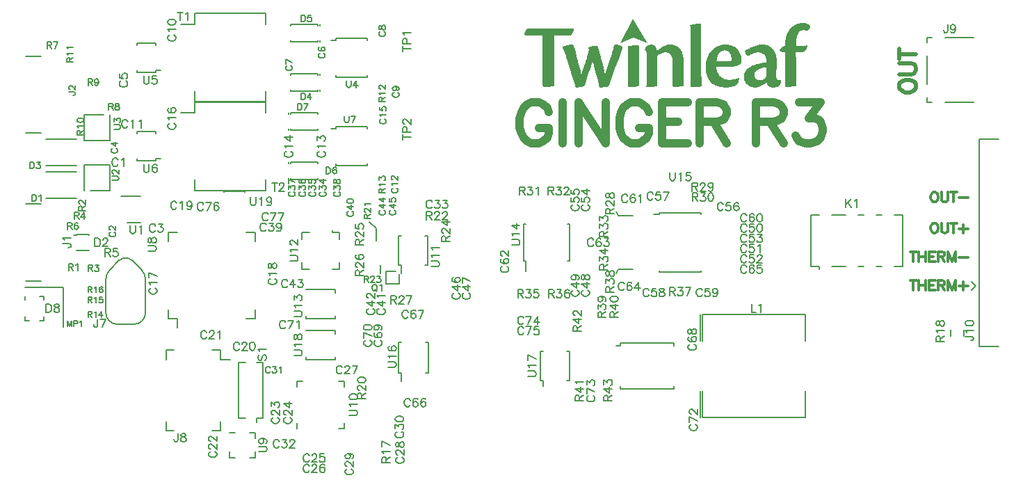
<source format=gbr>
%FSLAX46Y46*%
%MOMM*%
%ADD10C,0.150000*%
%ADD12C,0.300000*%
%ADD13C,0.500000*%
%ADD11C,1.000000*%
G01*
%LPD*%
G36*
X68396932Y24030351D02*
X68555281Y24062953D01*
X68699657Y24084687D01*
X68764859Y24090897D01*
X68823851Y24092449D01*
X68834719Y24092449D01*
X68879740Y24089344D01*
X68920102Y24076924D01*
X68954257Y24058296D01*
X68986858Y24030351D01*
X69014801Y23994645D01*
X69041192Y23949625D01*
X69064480Y23895289D01*
X69086213Y23833192D01*
X69184016Y23499418D01*
X69281819Y23148568D01*
X69382729Y22777537D01*
X69433958Y22581930D01*
X69488294Y22378561D01*
X69544181Y22167430D01*
X69601621Y21946984D01*
X69660614Y21717225D01*
X69724264Y21476596D01*
X69789466Y21223551D01*
X69859325Y20959638D01*
X69932290Y20683304D01*
X70009912Y20393000D01*
X70056484Y20548242D01*
X70101505Y20697276D01*
X70186889Y20978267D01*
X70264511Y21234417D01*
X70335923Y21471939D01*
X70402678Y21689280D01*
X70463222Y21889545D01*
X70519109Y22075837D01*
X70571893Y22249710D01*
X70621570Y22412715D01*
X70668143Y22567959D01*
X70755080Y22861368D01*
X70837358Y23145463D01*
X70921190Y23440426D01*
X70918085Y23476132D01*
X70911875Y23518048D01*
X70891694Y23608089D01*
X70868408Y23695026D01*
X70859093Y23732284D01*
X70852883Y23764885D01*
X70887037Y23777305D01*
X70930505Y23791276D01*
X71036071Y23820772D01*
X71161817Y23854927D01*
X71298433Y23889079D01*
X71438152Y23918577D01*
X71573213Y23944968D01*
X71691197Y23962044D01*
X71742428Y23966701D01*
X71787449Y23968254D01*
X71846441Y23962044D01*
X71894567Y23944968D01*
X71934931Y23915472D01*
X71967532Y23875108D01*
X71995475Y23820772D01*
X72018761Y23755570D01*
X72040496Y23676396D01*
X72062230Y23586355D01*
X72104146Y23432664D01*
X72149167Y23269659D01*
X72195739Y23097339D01*
X72243865Y22917256D01*
X72347878Y22535356D01*
X72456548Y22133277D01*
X72566771Y21717225D01*
X72678547Y21293410D01*
X72788770Y20872701D01*
X72894335Y20459754D01*
X73061998Y20976714D01*
X73225003Y21484359D01*
X73381799Y21979585D01*
X73529281Y22457736D01*
X73599140Y22687495D01*
X73667447Y22912599D01*
X73732649Y23129940D01*
X73794746Y23339518D01*
X73853740Y23541334D01*
X73909627Y23735389D01*
X73962410Y23918577D01*
X74010535Y24092449D01*
X74232533Y24081582D01*
X74448322Y24058296D01*
X74552335Y24041218D01*
X74654795Y24019485D01*
X74751046Y23991541D01*
X74842640Y23957388D01*
X74889212Y23930995D01*
X74924918Y23893737D01*
X74949758Y23844060D01*
X74962177Y23780410D01*
X74960624Y23699683D01*
X74954416Y23654662D01*
X74945101Y23603431D01*
X74931128Y23547544D01*
X74914052Y23487000D01*
X74892317Y23420245D01*
X74865926Y23348833D01*
X74519734Y22356828D01*
X74165779Y21374136D01*
X73800956Y20377475D01*
X73616216Y19868277D01*
X73429925Y19348211D01*
X73400428Y19269036D01*
X73374037Y19202282D01*
X73344541Y19146395D01*
X73310387Y19098269D01*
X73270024Y19059458D01*
X73221898Y19026857D01*
X73161353Y18998913D01*
X73086836Y18975627D01*
X72990586Y18952340D01*
X72888125Y18932159D01*
X72670784Y18901110D01*
X72445681Y18882480D01*
X72220577Y18876270D01*
X72115012Y19295427D01*
X72010999Y19691298D01*
X71908538Y20073198D01*
X71804525Y20451992D01*
X71698960Y20835443D01*
X71588737Y21234417D01*
X71532850Y21442443D01*
X71475409Y21656679D01*
X71414864Y21880230D01*
X71354320Y22113094D01*
X71307746Y21968719D01*
X71259622Y21816580D01*
X71155607Y21492121D01*
X71043833Y21149034D01*
X70925848Y20791974D01*
X70686773Y20057673D01*
X70568788Y19691298D01*
X70453907Y19335792D01*
X70424411Y19256618D01*
X70394915Y19191414D01*
X70362314Y19135527D01*
X70328161Y19088954D01*
X70289350Y19050144D01*
X70245881Y19019094D01*
X70194650Y18995808D01*
X70134106Y18975627D01*
X69935395Y18932159D01*
X69722711Y18901110D01*
X69508475Y18882480D01*
X69302002Y18876270D01*
X69252323Y19045487D01*
X69199541Y19222464D01*
X69143653Y19404098D01*
X69086213Y19593495D01*
X68963570Y19986261D01*
X68834719Y20400762D01*
X68696552Y20830785D01*
X68553728Y21276333D01*
X68406247Y21734301D01*
X68254108Y22203136D01*
X68207536Y22342855D01*
X68162515Y22476364D01*
X68080235Y22724754D01*
X68002613Y22949857D01*
X67929649Y23154778D01*
X67862894Y23341071D01*
X67799245Y23511838D01*
X67740253Y23667082D01*
X67682812Y23811459D01*
X67732490Y23831640D01*
X67789930Y23851822D01*
X67921888Y23898394D01*
X68070920Y23944968D01*
X68232374Y23989989D01*
X68396932Y24030351D01*
D02*
G37*
G36*
X93718688Y20403866D02*
X92475188Y20358846D01*
X92468978Y20228441D01*
X92461215Y20178764D01*
X92450349Y20135295D01*
X92437929Y20099589D01*
X92420852Y20070093D01*
X92382042Y20021967D01*
X92260952Y19913297D01*
X92195750Y19866725D01*
X92124338Y19827914D01*
X92048268Y19795313D01*
X91961331Y19772025D01*
X91865081Y19756502D01*
X91756410Y19751844D01*
X91610481Y19764263D01*
X91540622Y19778235D01*
X91473867Y19799969D01*
X91410218Y19826361D01*
X91349673Y19857410D01*
X91293785Y19894668D01*
X91242555Y19938135D01*
X91194429Y19986261D01*
X91152513Y20039045D01*
X91115255Y20096484D01*
X91085759Y20160134D01*
X91060920Y20228441D01*
X91042290Y20301405D01*
X91031424Y20379027D01*
X91026767Y20459754D01*
X91026767Y20470620D01*
X91032977Y20545137D01*
X91050053Y20616549D01*
X91077996Y20686409D01*
X91116807Y20756268D01*
X91168038Y20823024D01*
X91230135Y20886674D01*
X91303100Y20948771D01*
X91386932Y21007762D01*
X91483182Y21065202D01*
X91590300Y21117984D01*
X91709838Y21167662D01*
X91840242Y21214236D01*
X91981514Y21256150D01*
X92133653Y21294963D01*
X92298210Y21329116D01*
X92475188Y21358612D01*
X92475188Y20358846D01*
X93718688Y20403866D01*
X93723345Y20694171D01*
X93738870Y21271675D01*
X93746631Y21546456D01*
X93754394Y21801055D01*
X93759051Y22029264D01*
X93760604Y22133277D01*
X93762156Y22226422D01*
X93752841Y22448421D01*
X93723345Y22657999D01*
X93678324Y22853607D01*
X93616227Y23033689D01*
X93538605Y23201352D01*
X93447012Y23355042D01*
X93341447Y23493208D01*
X93223461Y23618956D01*
X93093057Y23729179D01*
X92953337Y23825430D01*
X92804304Y23906157D01*
X92645955Y23972911D01*
X92481398Y24025693D01*
X92309078Y24062953D01*
X92132100Y24086239D01*
X91948913Y24092449D01*
X91816956Y24087792D01*
X91681893Y24075372D01*
X91408665Y24025693D01*
X91135437Y23948073D01*
X90866865Y23848717D01*
X90606057Y23732284D01*
X90359220Y23603431D01*
X90129459Y23466817D01*
X89921433Y23327098D01*
X89919881Y23241715D01*
X89932301Y23142358D01*
X89961797Y23038345D01*
X90008370Y22937437D01*
X90039419Y22892418D01*
X90073572Y22848949D01*
X90113936Y22813243D01*
X90158955Y22782195D01*
X90207081Y22758907D01*
X90262968Y22743384D01*
X90323514Y22737174D01*
X90388716Y22741831D01*
X90502043Y22807033D01*
X90626238Y22875340D01*
X90761300Y22942095D01*
X90907229Y23002641D01*
X91060920Y23056975D01*
X91220820Y23098891D01*
X91388484Y23126835D01*
X91562357Y23137702D01*
X91666370Y23133045D01*
X91765725Y23120625D01*
X91860423Y23098891D01*
X91948913Y23070946D01*
X92031192Y23033689D01*
X92107260Y22991773D01*
X92178672Y22940542D01*
X92242323Y22883103D01*
X92299763Y22821006D01*
X92350994Y22751145D01*
X92394461Y22676629D01*
X92430167Y22595902D01*
X92459664Y22510518D01*
X92479845Y22420477D01*
X92492265Y22324225D01*
X92496921Y22226422D01*
X92496921Y21943879D01*
X92413091Y21933013D01*
X92312181Y21914383D01*
X92189540Y21891097D01*
X92042058Y21866257D01*
X91888367Y21836761D01*
X91720704Y21802608D01*
X91542174Y21762244D01*
X91357434Y21714120D01*
X91168038Y21659784D01*
X90978641Y21594582D01*
X90790796Y21521617D01*
X90610713Y21436234D01*
X90436841Y21339982D01*
X90276941Y21229759D01*
X90132564Y21105565D01*
X90067362Y21038811D01*
X90008370Y20967401D01*
X89952482Y20892884D01*
X89904356Y20813709D01*
X89862440Y20729877D01*
X89826735Y20642942D01*
X89798790Y20551347D01*
X89777057Y20453544D01*
X89764637Y20352636D01*
X89759979Y20247071D01*
X89767742Y20096484D01*
X89789477Y19952108D01*
X89823630Y19815494D01*
X89870202Y19686642D01*
X89929196Y19565552D01*
X89999055Y19452224D01*
X90078228Y19348211D01*
X90168270Y19253513D01*
X90267626Y19168128D01*
X90373191Y19093611D01*
X90486519Y19028409D01*
X90607608Y18974075D01*
X90733356Y18932159D01*
X90865313Y18901110D01*
X91001927Y18882480D01*
X91141646Y18876270D01*
X91337253Y18890243D01*
X91531308Y18930606D01*
X91722257Y18992703D01*
X91903892Y19073430D01*
X92076212Y19169681D01*
X92233008Y19278351D01*
X92374280Y19394784D01*
X92496921Y19515873D01*
X92554362Y19379259D01*
X92627327Y19255065D01*
X92714262Y19146395D01*
X92816723Y19053248D01*
X92872611Y19012886D01*
X92933156Y18977178D01*
X92996805Y18947682D01*
X93065112Y18922844D01*
X93136524Y18902663D01*
X93212594Y18887138D01*
X93291768Y18879375D01*
X93375600Y18876270D01*
X93490479Y18879375D01*
X93597597Y18893348D01*
X93696953Y18913529D01*
X93788547Y18941474D01*
X93870827Y18977178D01*
X93946896Y19020647D01*
X94015203Y19070325D01*
X94075748Y19126212D01*
X94128530Y19188311D01*
X94173551Y19255065D01*
X94212362Y19328030D01*
X94243410Y19407203D01*
X94266698Y19489482D01*
X94283774Y19576419D01*
X94294641Y19668012D01*
X94297746Y19764263D01*
X94297746Y19785998D01*
X94229438Y19779788D01*
X94162685Y19775130D01*
X94054014Y19785998D01*
X93962420Y19810836D01*
X93884798Y19844990D01*
X93824253Y19890011D01*
X93776127Y19941240D01*
X93741974Y19998681D01*
X93723345Y20060778D01*
X93718688Y20403866D01*
D02*
G37*
G36*
X84587268Y20493908D02*
X84587268Y25924321D01*
X84587268Y26043859D01*
X84585716Y26149425D01*
X84582611Y26242570D01*
X84577953Y26323297D01*
X84571745Y26393157D01*
X84563982Y26452149D01*
X84554667Y26501827D01*
X84542247Y26543743D01*
X84529829Y26576344D01*
X84514304Y26602735D01*
X84477045Y26636889D01*
X84428919Y26652414D01*
X84371480Y26655519D01*
X84323354Y26655519D01*
X84264362Y26652414D01*
X84197607Y26646204D01*
X84124643Y26638441D01*
X83963190Y26618260D01*
X83790869Y26593420D01*
X83618549Y26562372D01*
X83458649Y26528218D01*
X83322035Y26490960D01*
X83266146Y26472331D01*
X83219574Y26453701D01*
X83227335Y26365213D01*
X83235098Y26265856D01*
X83242860Y26152530D01*
X83250623Y26022124D01*
X83256831Y25871539D01*
X83259936Y25696114D01*
X83263041Y25494297D01*
X83264594Y25382521D01*
X83264594Y25262985D01*
X83264594Y19065668D01*
X83266146Y19028409D01*
X83273909Y18995808D01*
X83284776Y18970970D01*
X83301852Y18950787D01*
X83323587Y18936816D01*
X83349978Y18927501D01*
X83384132Y18921291D01*
X83422943Y18919739D01*
X83458649Y18921291D01*
X83508327Y18921291D01*
X83568872Y18924396D01*
X83641836Y18925949D01*
X83807946Y18933711D01*
X83994239Y18944577D01*
X84183635Y18956997D01*
X84363719Y18972522D01*
X84444444Y18980283D01*
X84517409Y18989598D01*
X84581058Y18998913D01*
X84632289Y19009781D01*
X84624527Y19144842D01*
X84615212Y19301637D01*
X84607451Y19477062D01*
X84601241Y19668012D01*
X84591926Y20076303D01*
X84587268Y20493908D01*
D02*
G37*
G36*
X87293162Y21367926D02*
X87358364Y22058760D01*
X87591230Y22060312D01*
X87799256Y22064970D01*
X87892401Y22068075D01*
X87973128Y22071180D01*
X88042988Y22075837D01*
X88098875Y22080493D01*
X88131476Y22085151D01*
X88160972Y22100676D01*
X88187364Y22123962D01*
X88207545Y22155010D01*
X88224623Y22190716D01*
X88237041Y22231080D01*
X88247909Y22314912D01*
X88246356Y22426687D01*
X88240146Y22535356D01*
X88226175Y22640922D01*
X88205993Y22740279D01*
X88179602Y22834977D01*
X88145448Y22923466D01*
X88105085Y23007297D01*
X88056959Y23083366D01*
X88002624Y23153226D01*
X87940527Y23213772D01*
X87870668Y23266554D01*
X87793046Y23311575D01*
X87707661Y23347281D01*
X87614516Y23373672D01*
X87513608Y23389195D01*
X87404937Y23395405D01*
X87394070Y23395405D01*
X87308685Y23390748D01*
X87223302Y23375224D01*
X87141023Y23350386D01*
X87058745Y23316232D01*
X86981123Y23271211D01*
X86905053Y23216875D01*
X86833641Y23150121D01*
X86765334Y23074051D01*
X86703237Y22988668D01*
X86645796Y22890865D01*
X86594567Y22783747D01*
X86549546Y22664209D01*
X86510735Y22535356D01*
X86481239Y22394086D01*
X86459504Y22243500D01*
X86445533Y22080493D01*
X86543336Y22074285D01*
X86647349Y22069627D01*
X86875557Y22061865D01*
X87358364Y22058760D01*
X87293162Y21367926D01*
X86686160Y21374136D01*
X86549546Y21378793D01*
X86423798Y21381898D01*
X86440875Y21183187D01*
X86473476Y20998449D01*
X86518497Y20827682D01*
X86579042Y20670885D01*
X86652006Y20529614D01*
X86735838Y20400762D01*
X86830536Y20284329D01*
X86936102Y20181869D01*
X87049430Y20093379D01*
X87172071Y20015757D01*
X87300924Y19952108D01*
X87435986Y19899326D01*
X87575705Y19858962D01*
X87721634Y19831017D01*
X87869115Y19813941D01*
X88019700Y19809284D01*
X88202888Y19813941D01*
X88379865Y19831017D01*
X88550634Y19857410D01*
X88710534Y19888458D01*
X88858016Y19925717D01*
X88988420Y19964528D01*
X89101748Y20004891D01*
X89194893Y20043701D01*
X89216628Y20032835D01*
X89211971Y19949003D01*
X89201103Y19866725D01*
X89157636Y19706823D01*
X89093985Y19557789D01*
X89016363Y19421175D01*
X88930980Y19303190D01*
X88847148Y19206939D01*
X88806785Y19166576D01*
X88767974Y19133975D01*
X88733820Y19107584D01*
X88704324Y19088954D01*
X88629807Y19054800D01*
X88528899Y19017543D01*
X88407810Y18981836D01*
X88269642Y18949235D01*
X88120610Y18919739D01*
X87965366Y18896453D01*
X87808569Y18880928D01*
X87654879Y18876270D01*
X87502740Y18877823D01*
X87353706Y18887138D01*
X87210882Y18899558D01*
X87071163Y18918186D01*
X86937654Y18941474D01*
X86807250Y18970970D01*
X86681502Y19005123D01*
X86560412Y19043934D01*
X86443980Y19087401D01*
X86333757Y19137080D01*
X86226639Y19189862D01*
X86124179Y19250408D01*
X86026374Y19314057D01*
X85934781Y19382364D01*
X85846293Y19455329D01*
X85764014Y19534503D01*
X85686392Y19618334D01*
X85613427Y19705271D01*
X85545120Y19798416D01*
X85481471Y19896221D01*
X85422479Y19997129D01*
X85369695Y20104247D01*
X85321571Y20216022D01*
X85278102Y20330901D01*
X85239291Y20451992D01*
X85205138Y20576186D01*
X85177193Y20705039D01*
X85153907Y20838548D01*
X85135278Y20976714D01*
X85122858Y21119536D01*
X85115096Y21265465D01*
X85111991Y21416052D01*
X85122858Y21670651D01*
X85153907Y21922146D01*
X85205138Y22167430D01*
X85274997Y22408057D01*
X85365038Y22639371D01*
X85475261Y22861368D01*
X85602560Y23069394D01*
X85672421Y23168751D01*
X85748490Y23265001D01*
X85827663Y23356594D01*
X85911495Y23443531D01*
X85999983Y23525811D01*
X86093130Y23604984D01*
X86190933Y23677948D01*
X86291841Y23746257D01*
X86397407Y23808354D01*
X86507630Y23865793D01*
X86620958Y23917024D01*
X86738943Y23962044D01*
X86861585Y24000855D01*
X86987331Y24033456D01*
X87116184Y24059848D01*
X87249693Y24078477D01*
X87387860Y24089344D01*
X87529131Y24092449D01*
X87659537Y24089344D01*
X87783731Y24081582D01*
X87903269Y24067611D01*
X88018148Y24047428D01*
X88128371Y24022590D01*
X88233936Y23993094D01*
X88333293Y23958940D01*
X88429544Y23920128D01*
X88519584Y23878213D01*
X88606521Y23831640D01*
X88764869Y23726074D01*
X88906140Y23606536D01*
X89030336Y23476132D01*
X89137454Y23334861D01*
X89230599Y23184274D01*
X89306669Y23025927D01*
X89368767Y22864473D01*
X89415339Y22696810D01*
X89449493Y22529148D01*
X89469675Y22359933D01*
X89478989Y22192269D01*
X89472780Y22086703D01*
X89458808Y21992005D01*
X89440178Y21909726D01*
X89421549Y21842971D01*
X89410682Y21810370D01*
X89392053Y21777769D01*
X89364110Y21746721D01*
X89329955Y21717225D01*
X89239914Y21659784D01*
X89125034Y21605449D01*
X88993077Y21555771D01*
X88845596Y21509199D01*
X88687248Y21465730D01*
X88521137Y21426919D01*
X88457487Y21414499D01*
X88375208Y21405184D01*
X88277405Y21395871D01*
X88164077Y21388108D01*
X88036778Y21381898D01*
X87900164Y21377241D01*
X87605201Y21371031D01*
X87293162Y21367926D01*
D02*
G37*
G36*
X66651995Y25216411D02*
X68510260Y25216411D01*
X68594092Y25241250D01*
X68679475Y25283166D01*
X68763307Y25345264D01*
X68842481Y25427542D01*
X68879740Y25478773D01*
X68913893Y25534660D01*
X68946494Y25598310D01*
X68974438Y25668169D01*
X68999276Y25745791D01*
X69019459Y25831176D01*
X69034982Y25924321D01*
X69047402Y26026782D01*
X65056093Y26026782D01*
X64846514Y26026782D01*
X64655564Y26026782D01*
X64483246Y26026782D01*
X64328002Y26028334D01*
X64189835Y26029887D01*
X64065640Y26031439D01*
X63955417Y26034544D01*
X63859166Y26037649D01*
X63773782Y26040754D01*
X63699265Y26045412D01*
X63634063Y26050068D01*
X63578176Y26054725D01*
X63485029Y26067145D01*
X63413618Y26082670D01*
X63325129Y25984867D01*
X63235088Y25869987D01*
X63190067Y25801680D01*
X63148151Y25722505D01*
X63109340Y25634016D01*
X63073634Y25531555D01*
X63045691Y25446172D01*
X63034823Y25377865D01*
X63037928Y25323529D01*
X63055006Y25281613D01*
X63084502Y25250565D01*
X63126418Y25230384D01*
X63180752Y25219516D01*
X63244402Y25216411D01*
X65284301Y25216411D01*
X65284301Y19144842D01*
X65287406Y19087401D01*
X65296720Y19042382D01*
X65315350Y19006676D01*
X65340188Y18980283D01*
X65372789Y18961655D01*
X65414705Y18949235D01*
X65464384Y18943026D01*
X65523376Y18941474D01*
X65840072Y18947682D01*
X66149006Y18966312D01*
X66294937Y18978731D01*
X66434654Y18994256D01*
X66565060Y19012886D01*
X66686149Y19033067D01*
X66681491Y19124661D01*
X66676835Y19231778D01*
X66670625Y19360631D01*
X66664415Y19511216D01*
X66659758Y19688195D01*
X66655100Y19894668D01*
X66653548Y20009547D01*
X66653548Y20132190D01*
X66651995Y20264147D01*
X66651995Y20405418D01*
X66651995Y25216411D01*
D02*
G37*
G36*
X97012953Y26723826D02*
X97002086Y26723826D01*
X96828215Y26717616D01*
X96651236Y26697433D01*
X96471153Y26663280D01*
X96287967Y26608945D01*
X96106332Y26537533D01*
X95923145Y26442835D01*
X95743062Y26326402D01*
X95566085Y26183578D01*
X95480700Y26098194D01*
X95398422Y26009706D01*
X95319248Y25916559D01*
X95246283Y25817203D01*
X95176424Y25710085D01*
X95111222Y25598310D01*
X95052228Y25477221D01*
X94997894Y25348368D01*
X94948215Y25211754D01*
X94904748Y25064272D01*
X94867490Y24909030D01*
X94836440Y24741366D01*
X94811601Y24564388D01*
X94794525Y24374992D01*
X94782105Y24173176D01*
X94779000Y23957388D01*
X94674987Y23899947D01*
X94577184Y23845612D01*
X94398654Y23741599D01*
X94319480Y23690368D01*
X94248068Y23636034D01*
X94184418Y23578593D01*
X94130082Y23518048D01*
X94139397Y23440426D01*
X94168893Y23372119D01*
X94217019Y23314680D01*
X94286879Y23266554D01*
X94378472Y23227743D01*
X94490247Y23198247D01*
X94623756Y23174959D01*
X94779000Y23157883D01*
X94782105Y22100676D01*
X94785210Y21054334D01*
X94786763Y20542032D01*
X94783658Y20043701D01*
X94777448Y19562447D01*
X94768133Y19099821D01*
X94769685Y19057905D01*
X94775895Y19022199D01*
X94785210Y18995808D01*
X94799183Y18974075D01*
X94819364Y18958550D01*
X94844202Y18949235D01*
X94876803Y18943026D01*
X94915614Y18941474D01*
X94952873Y18943026D01*
X95000999Y18943026D01*
X95058438Y18946130D01*
X95125193Y18947682D01*
X95281989Y18955445D01*
X95458967Y18966312D01*
X95643707Y18978731D01*
X95828445Y18994256D01*
X95999214Y19012886D01*
X96146696Y19033067D01*
X96146696Y19096716D01*
X96146696Y19169681D01*
X96146696Y19253513D01*
X96145143Y19348211D01*
X96143591Y19449119D01*
X96143591Y19559342D01*
X96140486Y19801521D01*
X96137381Y20068541D01*
X96132723Y20354189D01*
X96128066Y20655360D01*
X96124961Y20964296D01*
X96115646Y21591477D01*
X96112542Y21897306D01*
X96109437Y22192269D01*
X96106332Y22471707D01*
X96103227Y22729411D01*
X96103227Y22959172D01*
X96101675Y23063185D01*
X96101675Y23157883D01*
X96287967Y23160988D01*
X96463392Y23165646D01*
X96623292Y23174959D01*
X96769221Y23188932D01*
X96896520Y23209114D01*
X97005191Y23233953D01*
X97095233Y23266554D01*
X97161987Y23305365D01*
X97267553Y23396958D01*
X97317231Y23454399D01*
X97362251Y23524258D01*
X97404167Y23608089D01*
X97442978Y23708997D01*
X97475579Y23831640D01*
X97503522Y23979121D01*
X97446083Y23976016D01*
X97373118Y23972911D01*
X97290839Y23969806D01*
X97199246Y23966701D01*
X96995877Y23963596D01*
X96783194Y23960493D01*
X96573614Y23958940D01*
X96387323Y23957388D01*
X96308148Y23957388D01*
X96239841Y23957388D01*
X96185507Y23957388D01*
X96146696Y23957388D01*
X96142038Y24184042D01*
X96145143Y24398278D01*
X96156009Y24596991D01*
X96173087Y24780177D01*
X96199478Y24950946D01*
X96233631Y25107741D01*
X96275547Y25249012D01*
X96325226Y25374760D01*
X96382665Y25488087D01*
X96449420Y25585891D01*
X96523937Y25668169D01*
X96606216Y25736476D01*
X96697809Y25789260D01*
X96798717Y25826518D01*
X96907388Y25849804D01*
X97023821Y25857567D01*
X97093680Y25851357D01*
X97172855Y25835833D01*
X97252029Y25814098D01*
X97321887Y25789260D01*
X97380881Y25772184D01*
X97436768Y25770631D01*
X97491104Y25781497D01*
X97543886Y25804785D01*
X97592012Y25838937D01*
X97635480Y25882405D01*
X97677396Y25932084D01*
X97713101Y25989523D01*
X97744151Y26050068D01*
X97768989Y26115271D01*
X97803143Y26245675D01*
X97810905Y26309325D01*
X97810905Y26369869D01*
X97803143Y26425758D01*
X97787618Y26476987D01*
X97706892Y26539086D01*
X97615298Y26590315D01*
X97519047Y26633784D01*
X97418139Y26667937D01*
X97315679Y26692776D01*
X97211666Y26709853D01*
X97110756Y26720721D01*
X97012953Y26723826D01*
D02*
G37*
G36*
X82407650Y20594816D02*
X82407650Y22113094D01*
X82404545Y22288521D01*
X82393679Y22463946D01*
X82373496Y22639371D01*
X82342448Y22811691D01*
X82302084Y22980906D01*
X82247750Y23145463D01*
X82179443Y23302260D01*
X82095611Y23449741D01*
X81996255Y23586355D01*
X81878270Y23710549D01*
X81813068Y23766438D01*
X81743208Y23819220D01*
X81667139Y23868898D01*
X81586413Y23913919D01*
X81499476Y23954283D01*
X81407883Y23989989D01*
X81310079Y24019485D01*
X81207618Y24045876D01*
X81097395Y24066058D01*
X80982516Y24081582D01*
X80861426Y24089344D01*
X80732574Y24092449D01*
X80625456Y24087792D01*
X80519891Y24075372D01*
X80307207Y24025693D01*
X80099181Y23949625D01*
X79897364Y23851822D01*
X79703310Y23738494D01*
X79517018Y23612746D01*
X79343145Y23480790D01*
X79181695Y23348833D01*
X79152197Y23494761D01*
X79111834Y23631376D01*
X79057499Y23758675D01*
X79023346Y23816115D01*
X78986087Y23868898D01*
X78942619Y23918577D01*
X78894494Y23962044D01*
X78838606Y23999302D01*
X78778061Y24031903D01*
X78711307Y24058296D01*
X78636790Y24076924D01*
X78554510Y24089344D01*
X78464470Y24092449D01*
X78393058Y24089344D01*
X78323198Y24080029D01*
X78257996Y24064506D01*
X78194345Y24044323D01*
X78076361Y23988436D01*
X77973899Y23913919D01*
X77885411Y23826982D01*
X77812447Y23727627D01*
X77758112Y23620509D01*
X77722406Y23507181D01*
X77722406Y23440426D01*
X77776741Y23403168D01*
X77821762Y23359699D01*
X77857468Y23306917D01*
X77885411Y23244820D01*
X77905594Y23171856D01*
X77918012Y23084919D01*
X77925775Y22984011D01*
X77927327Y22866025D01*
X77927327Y20989134D01*
X77927327Y20698829D01*
X77925775Y20417838D01*
X77922670Y20146163D01*
X77919565Y19885353D01*
X77914907Y19635411D01*
X77908697Y19393232D01*
X77900936Y19161918D01*
X77893174Y18941474D01*
X78180374Y18944577D01*
X78448945Y18953892D01*
X78714412Y18970970D01*
X78987640Y18998913D01*
X79063709Y19012886D01*
X79124254Y19028409D01*
X79170827Y19050144D01*
X79203428Y19078088D01*
X79226714Y19113794D01*
X79240687Y19160366D01*
X79246897Y19217807D01*
X79250000Y19290771D01*
X79250000Y22709230D01*
X79458026Y22879998D01*
X79566696Y22954515D01*
X79680023Y23022822D01*
X79802666Y23078709D01*
X79933070Y23122177D01*
X80075894Y23148568D01*
X80151963Y23156331D01*
X80231138Y23157883D01*
X80314970Y23154778D01*
X80398800Y23142358D01*
X80477975Y23123730D01*
X80555597Y23095786D01*
X80630114Y23060080D01*
X80701524Y23015059D01*
X80766728Y22963828D01*
X80828825Y22903284D01*
X80884712Y22834977D01*
X80934390Y22758907D01*
X80977859Y22673524D01*
X81015117Y22580377D01*
X81044613Y22479469D01*
X81066347Y22369246D01*
X81080319Y22251262D01*
X81084977Y22123962D01*
X81084977Y19144842D01*
X81088082Y19096716D01*
X81095843Y19056353D01*
X81111368Y19020647D01*
X81133101Y18992703D01*
X81162599Y18970970D01*
X81199856Y18953892D01*
X81246429Y18944577D01*
X81300765Y18941474D01*
X81474638Y18944577D01*
X81642300Y18952340D01*
X81802202Y18964760D01*
X81952787Y18978731D01*
X82094058Y18994256D01*
X82222911Y19008228D01*
X82339344Y19022199D01*
X82441805Y19033067D01*
X82434042Y19182101D01*
X82427832Y19349763D01*
X82421622Y19532951D01*
X82416965Y19728557D01*
X82412307Y19936583D01*
X82409202Y20152371D01*
X82407650Y20594816D01*
D02*
G37*
G36*
X76266223Y27270282D02*
X74758808Y24238378D01*
X76354711Y24954049D01*
X78014263Y24298923D01*
X76266223Y27270282D01*
D02*
G37*
G36*
X77012942Y19279904D02*
X77012942Y23316232D01*
X77012942Y23432664D01*
X77011391Y23535126D01*
X77008286Y23623614D01*
X77003629Y23702788D01*
X76997419Y23769543D01*
X76991209Y23826982D01*
X76981894Y23875108D01*
X76971028Y23915472D01*
X76958608Y23948073D01*
X76943084Y23972911D01*
X76908929Y24007065D01*
X76863910Y24021037D01*
X76809574Y24025693D01*
X76761449Y24024142D01*
X76704008Y24022590D01*
X76565842Y24014827D01*
X76405942Y24003960D01*
X76235173Y23986884D01*
X76062853Y23966701D01*
X75901400Y23944968D01*
X75758576Y23918577D01*
X75698032Y23904604D01*
X75645248Y23890632D01*
X75654563Y23795934D01*
X75662326Y23690368D01*
X75670088Y23567725D01*
X75676297Y23428008D01*
X75682507Y23265001D01*
X75687164Y23078709D01*
X75690269Y22864473D01*
X75690269Y22746489D01*
X75690269Y22619188D01*
X75690269Y20708144D01*
X75687164Y20222232D01*
X75677849Y19753397D01*
X75673192Y19531398D01*
X75666983Y19320267D01*
X75662326Y19123109D01*
X75657668Y18941474D01*
X75966602Y18944577D01*
X76114084Y18947682D01*
X76252250Y18952340D01*
X76382654Y18958550D01*
X76500640Y18966312D01*
X76604653Y18975627D01*
X76694693Y18988046D01*
X76776973Y19002018D01*
X76845280Y19019094D01*
X76901168Y19042382D01*
X76943084Y19070325D01*
X76975685Y19107584D01*
X76997419Y19154157D01*
X77009839Y19210044D01*
X77012942Y19279904D01*
D02*
G37*
G01*
%LPD*%
D10*
X42440476Y-21059524D02*
X41726192Y-21059524D01*
D10*
X42583332Y-21011904D02*
X42440476Y-21059524D01*
D10*
X42678572Y-20916666D02*
X42583332Y-21011904D01*
D10*
X42726192Y-20773810D02*
X42678572Y-20916666D01*
D10*
X42726192Y-20678572D02*
X42726192Y-20773810D01*
D10*
X42678572Y-20535714D02*
X42726192Y-20678572D01*
D10*
X42583332Y-20440476D02*
X42678572Y-20535714D01*
D10*
X42440476Y-20392858D02*
X42583332Y-20440476D01*
D10*
X41726192Y-20392858D02*
X42440476Y-20392858D01*
D10*
X41869048Y-19821428D02*
X41916668Y-19916666D01*
D10*
X41726192Y-19678572D02*
X41869048Y-19821428D01*
D10*
X42726192Y-19678572D02*
X41726192Y-19678572D01*
D10*
X41773808Y-18964286D02*
X41726192Y-18821428D01*
D10*
X41916668Y-19059524D02*
X41773808Y-18964286D01*
D10*
X42154760Y-19107144D02*
X41916668Y-19059524D01*
D10*
X42297620Y-19107144D02*
X42154760Y-19107144D01*
D10*
X42535716Y-19059524D02*
X42297620Y-19107144D01*
D10*
X42678572Y-18964286D02*
X42535716Y-19059524D01*
D10*
X42726192Y-18821428D02*
X42678572Y-18964286D01*
D10*
X42726192Y-18726190D02*
X42726192Y-18821428D01*
D10*
X42678572Y-18583334D02*
X42726192Y-18726190D01*
D10*
X42535716Y-18488096D02*
X42678572Y-18583334D01*
D10*
X42297620Y-18440476D02*
X42535716Y-18488096D01*
D10*
X42154760Y-18440476D02*
X42297620Y-18440476D01*
D10*
X41916668Y-18488096D02*
X42154760Y-18440476D01*
D10*
X41773808Y-18583334D02*
X41916668Y-18488096D01*
D10*
X41726192Y-18726190D02*
X41773808Y-18583334D01*
D10*
X41726192Y-18821428D02*
X41726192Y-18726190D01*
D10*
X55619048Y-6190476D02*
X55714284Y-6142857D01*
D10*
X55523808Y-6285714D02*
X55619048Y-6190476D01*
D10*
X55476192Y-6380952D02*
X55523808Y-6285714D01*
D10*
X55476192Y-6571428D02*
X55476192Y-6380952D01*
D10*
X55523808Y-6666666D02*
X55476192Y-6571428D01*
D10*
X55619048Y-6761905D02*
X55523808Y-6666666D01*
D10*
X55714284Y-6809524D02*
X55619048Y-6761905D01*
D10*
X55857144Y-6857143D02*
X55714284Y-6809524D01*
D10*
X56095240Y-6857143D02*
X55857144Y-6857143D01*
D10*
X56238096Y-6809524D02*
X56095240Y-6857143D01*
D10*
X56333332Y-6761905D02*
X56238096Y-6809524D01*
D10*
X56428572Y-6666666D02*
X56333332Y-6761905D01*
D10*
X56476192Y-6571428D02*
X56428572Y-6666666D01*
D10*
X56476192Y-6380952D02*
X56476192Y-6571428D01*
D10*
X56428572Y-6285714D02*
X56476192Y-6380952D01*
D10*
X56333332Y-6190476D02*
X56428572Y-6285714D01*
D10*
X56238096Y-6142857D02*
X56333332Y-6190476D01*
D10*
X56142856Y-5857143D02*
X55476192Y-5380952D01*
D10*
X56142856Y-5142857D02*
X56142856Y-5857143D01*
D10*
X56476192Y-5380952D02*
X55476192Y-5380952D01*
D10*
X56476192Y-4714286D02*
X55476192Y-4238095D01*
D10*
X55476192Y-4238095D02*
X55476192Y-4904762D01*
D10*
X8290476Y2869047D02*
X8290476Y3669047D01*
D10*
X8633333Y3669047D02*
X8290476Y3669047D01*
D10*
X8747619Y3630952D02*
X8633333Y3669047D01*
D10*
X8785714Y3592857D02*
X8747619Y3630952D01*
D10*
X8823810Y3516666D02*
X8785714Y3592857D01*
D10*
X8823810Y3440476D02*
X8823810Y3516666D01*
D10*
X8785714Y3364285D02*
X8823810Y3440476D01*
D10*
X8747619Y3326190D02*
X8785714Y3364285D01*
D10*
X8633333Y3288095D02*
X8747619Y3326190D01*
D10*
X8290476Y3288095D02*
X8633333Y3288095D01*
D10*
X8823810Y2869047D02*
X8557143Y3288095D01*
D10*
X9052381Y3135714D02*
X9433333Y3669047D01*
D10*
X9623810Y3135714D02*
X9052381Y3135714D01*
D10*
X9433333Y2869047D02*
X9433333Y3669047D01*
D10*
X13520686Y10134007D02*
X13568305Y10038769D01*
D10*
X13425448Y10229245D02*
X13520686Y10134007D01*
D10*
X13330210Y10276864D02*
X13425448Y10229245D01*
D10*
X13139734Y10276864D02*
X13330210Y10276864D01*
D10*
X13044495Y10229245D02*
X13139734Y10276864D01*
D10*
X12949257Y10134007D02*
X13044495Y10229245D01*
D10*
X12901638Y10038769D02*
X12949257Y10134007D01*
D10*
X12854019Y9895912D02*
X12901638Y10038769D01*
D10*
X12854019Y9657817D02*
X12854019Y9895912D01*
D10*
X12901638Y9514960D02*
X12854019Y9657817D01*
D10*
X12949257Y9419722D02*
X12901638Y9514960D01*
D10*
X13044495Y9324484D02*
X12949257Y9419722D01*
D10*
X13139734Y9276865D02*
X13044495Y9324484D01*
D10*
X13330210Y9276865D02*
X13139734Y9276865D01*
D10*
X13425448Y9324484D02*
X13330210Y9276865D01*
D10*
X13520686Y9419722D02*
X13425448Y9324484D01*
D10*
X13568305Y9514960D02*
X13520686Y9419722D01*
D10*
X14092114Y10134007D02*
X13996876Y10086388D01*
D10*
X14234972Y10276864D02*
X14092114Y10134007D01*
D10*
X14234972Y9276865D02*
X14234972Y10276864D01*
D10*
X90059520Y880952D02*
X90107144Y785714D01*
D10*
X89964288Y976190D02*
X90059520Y880952D01*
D10*
X89869048Y1023809D02*
X89964288Y976190D01*
D10*
X89678568Y1023809D02*
X89869048Y1023809D01*
D10*
X89583336Y976190D02*
X89678568Y1023809D01*
D10*
X89488096Y880952D02*
X89583336Y976190D01*
D10*
X89440480Y785714D02*
X89488096Y880952D01*
D10*
X89392856Y642857D02*
X89440480Y785714D01*
D10*
X89392856Y404761D02*
X89392856Y642857D01*
D10*
X89440480Y261904D02*
X89392856Y404761D01*
D10*
X89488096Y166666D02*
X89440480Y261904D01*
D10*
X89583336Y71428D02*
X89488096Y166666D01*
D10*
X89678568Y23809D02*
X89583336Y71428D01*
D10*
X89869048Y23809D02*
X89678568Y23809D01*
D10*
X89964288Y71428D02*
X89869048Y23809D01*
D10*
X90059520Y166666D02*
X89964288Y71428D01*
D10*
X90107144Y261904D02*
X90059520Y166666D01*
D10*
X90488096Y1023809D02*
X90964288Y1023809D01*
D10*
X90440480Y595238D02*
X90488096Y1023809D01*
D10*
X90488096Y642857D02*
X90440480Y595238D01*
D10*
X90630952Y690476D02*
X90488096Y642857D01*
D10*
X90773808Y690476D02*
X90630952Y690476D01*
D10*
X90916664Y642857D02*
X90773808Y690476D01*
D10*
X91011904Y547619D02*
X90916664Y642857D01*
D10*
X91059520Y404761D02*
X91011904Y547619D01*
D10*
X91059520Y309523D02*
X91059520Y404761D01*
D10*
X91011904Y166666D02*
X91059520Y309523D01*
D10*
X90916664Y71428D02*
X91011904Y166666D01*
D10*
X90773808Y23809D02*
X90916664Y71428D01*
D10*
X90630952Y23809D02*
X90773808Y23809D01*
D10*
X90488096Y71428D02*
X90630952Y23809D01*
D10*
X90440480Y119047D02*
X90488096Y71428D01*
D10*
X90392856Y214285D02*
X90440480Y119047D01*
D10*
X91964288Y1023809D02*
X91440480Y1023809D01*
D10*
X91678568Y642857D02*
X91964288Y1023809D01*
D10*
X91821432Y642857D02*
X91678568Y642857D01*
D10*
X91916664Y595238D02*
X91821432Y642857D01*
D10*
X91964288Y547619D02*
X91916664Y595238D01*
D10*
X92011904Y404761D02*
X91964288Y547619D01*
D10*
X92011904Y309523D02*
X92011904Y404761D01*
D10*
X91964288Y166666D02*
X92011904Y309523D01*
D10*
X91869048Y71428D02*
X91964288Y166666D01*
D10*
X91726192Y23809D02*
X91869048Y71428D01*
D10*
X91583336Y23809D02*
X91726192Y23809D01*
D10*
X91440480Y71428D02*
X91583336Y23809D01*
D10*
X91392856Y119047D02*
X91440480Y71428D01*
D10*
X91345240Y214285D02*
X91392856Y119047D01*
D10*
X17469048Y-5590476D02*
X17564286Y-5542857D01*
D10*
X17373810Y-5685714D02*
X17469048Y-5590476D01*
D10*
X17326190Y-5780952D02*
X17373810Y-5685714D01*
D10*
X17326190Y-5971428D02*
X17326190Y-5780952D01*
D10*
X17373810Y-6066666D02*
X17326190Y-5971428D01*
D10*
X17469048Y-6161905D02*
X17373810Y-6066666D01*
D10*
X17564286Y-6209524D02*
X17469048Y-6161905D01*
D10*
X17707142Y-6257143D02*
X17564286Y-6209524D01*
D10*
X17945238Y-6257143D02*
X17707142Y-6257143D01*
D10*
X18088096Y-6209524D02*
X17945238Y-6257143D01*
D10*
X18183334Y-6161905D02*
X18088096Y-6209524D01*
D10*
X18278572Y-6066666D02*
X18183334Y-6161905D01*
D10*
X18326190Y-5971428D02*
X18278572Y-6066666D01*
D10*
X18326190Y-5780952D02*
X18326190Y-5971428D01*
D10*
X18278572Y-5685714D02*
X18326190Y-5780952D01*
D10*
X18183334Y-5590476D02*
X18278572Y-5685714D01*
D10*
X18088096Y-5542857D02*
X18183334Y-5590476D01*
D10*
X17469048Y-5019047D02*
X17516666Y-5114286D01*
D10*
X17326190Y-4876190D02*
X17469048Y-5019047D01*
D10*
X18326190Y-4876190D02*
X17326190Y-4876190D01*
D10*
X18326190Y-4114285D02*
X17326190Y-3638095D01*
D10*
X17326190Y-3638095D02*
X17326190Y-4304762D01*
D10*
X35840476Y17369048D02*
X35840476Y18169048D01*
D10*
X36107144Y18169048D02*
X35840476Y18169048D01*
D10*
X36221428Y18130952D02*
X36107144Y18169048D01*
D10*
X36297620Y18054762D02*
X36221428Y18130952D01*
D10*
X36335716Y17978572D02*
X36297620Y18054762D01*
D10*
X36373808Y17864286D02*
X36335716Y17978572D01*
D10*
X36373808Y17673810D02*
X36373808Y17864286D01*
D10*
X36335716Y17559524D02*
X36373808Y17673810D01*
D10*
X36297620Y17483334D02*
X36335716Y17559524D01*
D10*
X36221428Y17407142D02*
X36297620Y17483334D01*
D10*
X36107144Y17369048D02*
X36221428Y17407142D01*
D10*
X35840476Y17369048D02*
X36107144Y17369048D01*
D10*
X36602380Y17635714D02*
X36983332Y18169048D01*
D10*
X37173808Y17635714D02*
X36602380Y17635714D01*
D10*
X36983332Y17369048D02*
X36983332Y18169048D01*
D10*
X35690476Y-9011905D02*
X34976192Y-9011905D01*
D10*
X35833332Y-8964286D02*
X35690476Y-9011905D01*
D10*
X35928572Y-8869048D02*
X35833332Y-8964286D01*
D10*
X35976192Y-8726190D02*
X35928572Y-8869048D01*
D10*
X35976192Y-8630952D02*
X35976192Y-8726190D01*
D10*
X35928572Y-8488095D02*
X35976192Y-8630952D01*
D10*
X35833332Y-8392857D02*
X35928572Y-8488095D01*
D10*
X35690476Y-8345238D02*
X35833332Y-8392857D01*
D10*
X34976192Y-8345238D02*
X35690476Y-8345238D01*
D10*
X35119048Y-7773809D02*
X35166668Y-7869047D01*
D10*
X34976192Y-7630952D02*
X35119048Y-7773809D01*
D10*
X35976192Y-7630952D02*
X34976192Y-7630952D01*
D10*
X34976192Y-6440476D02*
X34976192Y-6964285D01*
D10*
X35357144Y-6726190D02*
X34976192Y-6440476D01*
D10*
X35357144Y-6583333D02*
X35357144Y-6726190D01*
D10*
X35404760Y-6488095D02*
X35357144Y-6583333D01*
D10*
X35452380Y-6440476D02*
X35404760Y-6488095D01*
D10*
X35595240Y-6392857D02*
X35452380Y-6440476D01*
D10*
X35690476Y-6392857D02*
X35595240Y-6392857D01*
D10*
X35833332Y-6440476D02*
X35690476Y-6392857D01*
D10*
X35928572Y-6535714D02*
X35833332Y-6440476D01*
D10*
X35976192Y-6678571D02*
X35928572Y-6535714D01*
D10*
X35976192Y-6821428D02*
X35976192Y-6678571D01*
D10*
X35928572Y-6964285D02*
X35976192Y-6821428D01*
D10*
X35880952Y-7011905D02*
X35928572Y-6964285D01*
D10*
X35785716Y-7059524D02*
X35880952Y-7011905D01*
D10*
X7613095Y-142857D02*
X6851190Y-142857D01*
D10*
X7755952Y-190476D02*
X7613095Y-142857D01*
D10*
X7803571Y-238095D02*
X7755952Y-190476D01*
D10*
X7851190Y-333333D02*
X7803571Y-238095D01*
D10*
X7851190Y-428571D02*
X7851190Y-333333D01*
D10*
X7803571Y-523809D02*
X7851190Y-428571D01*
D10*
X7755952Y-571428D02*
X7803571Y-523809D01*
D10*
X7613095Y-619047D02*
X7755952Y-571428D01*
D10*
X7517857Y-619047D02*
X7613095Y-619047D01*
D10*
X6994047Y428571D02*
X7041666Y333333D01*
D10*
X6851190Y571428D02*
X6994047Y428571D01*
D10*
X7851190Y571428D02*
X6851190Y571428D01*
D10*
X54369048Y-6190476D02*
X54464284Y-6142857D01*
D10*
X54273808Y-6285714D02*
X54369048Y-6190476D01*
D10*
X54226192Y-6380952D02*
X54273808Y-6285714D01*
D10*
X54226192Y-6571428D02*
X54226192Y-6380952D01*
D10*
X54273808Y-6666666D02*
X54226192Y-6571428D01*
D10*
X54369048Y-6761905D02*
X54273808Y-6666666D01*
D10*
X54464284Y-6809524D02*
X54369048Y-6761905D01*
D10*
X54607144Y-6857143D02*
X54464284Y-6809524D01*
D10*
X54845240Y-6857143D02*
X54607144Y-6857143D01*
D10*
X54988096Y-6809524D02*
X54845240Y-6857143D01*
D10*
X55083332Y-6761905D02*
X54988096Y-6809524D01*
D10*
X55178572Y-6666666D02*
X55083332Y-6761905D01*
D10*
X55226192Y-6571428D02*
X55178572Y-6666666D01*
D10*
X55226192Y-6380952D02*
X55226192Y-6571428D01*
D10*
X55178572Y-6285714D02*
X55226192Y-6380952D01*
D10*
X55083332Y-6190476D02*
X55178572Y-6285714D01*
D10*
X54988096Y-6142857D02*
X55083332Y-6190476D01*
D10*
X54892856Y-5857143D02*
X54226192Y-5380952D01*
D10*
X54892856Y-5142857D02*
X54892856Y-5857143D01*
D10*
X55226192Y-5380952D02*
X54226192Y-5380952D01*
D10*
X54273808Y-4333333D02*
X54369048Y-4285714D01*
D10*
X54226192Y-4476190D02*
X54273808Y-4333333D01*
D10*
X54226192Y-4571428D02*
X54226192Y-4476190D01*
D10*
X54273808Y-4714286D02*
X54226192Y-4571428D01*
D10*
X54416668Y-4809524D02*
X54273808Y-4714286D01*
D10*
X54654760Y-4857143D02*
X54416668Y-4809524D01*
D10*
X54892856Y-4857143D02*
X54654760Y-4857143D01*
D10*
X55083332Y-4809524D02*
X54892856Y-4857143D01*
D10*
X55178572Y-4714286D02*
X55083332Y-4809524D01*
D10*
X55226192Y-4571428D02*
X55178572Y-4714286D01*
D10*
X55226192Y-4523809D02*
X55226192Y-4571428D01*
D10*
X55178572Y-4380952D02*
X55226192Y-4523809D01*
D10*
X55083332Y-4285714D02*
X55178572Y-4380952D01*
D10*
X54940476Y-4238095D02*
X55083332Y-4285714D01*
D10*
X54892856Y-4238095D02*
X54940476Y-4238095D01*
D10*
X54750000Y-4285714D02*
X54892856Y-4238095D01*
D10*
X54654760Y-4380952D02*
X54750000Y-4285714D01*
D10*
X54607144Y-4523809D02*
X54654760Y-4380952D01*
D10*
X54607144Y-4571428D02*
X54607144Y-4523809D01*
D10*
X54654760Y-4714286D02*
X54607144Y-4571428D01*
D10*
X54750000Y-4809524D02*
X54654760Y-4714286D01*
D10*
X54892856Y-4857143D02*
X54750000Y-4809524D01*
D10*
X83269048Y-22195238D02*
X83364288Y-22147620D01*
D10*
X83173808Y-22290476D02*
X83269048Y-22195238D01*
D10*
X83126192Y-22385714D02*
X83173808Y-22290476D01*
D10*
X83126192Y-22576190D02*
X83126192Y-22385714D01*
D10*
X83173808Y-22671428D02*
X83126192Y-22576190D01*
D10*
X83269048Y-22766666D02*
X83173808Y-22671428D01*
D10*
X83364288Y-22814286D02*
X83269048Y-22766666D01*
D10*
X83507144Y-22861904D02*
X83364288Y-22814286D01*
D10*
X83745240Y-22861904D02*
X83507144Y-22861904D01*
D10*
X83888096Y-22814286D02*
X83745240Y-22861904D01*
D10*
X83983336Y-22766666D02*
X83888096Y-22814286D01*
D10*
X84078568Y-22671428D02*
X83983336Y-22766666D01*
D10*
X84126192Y-22576190D02*
X84078568Y-22671428D01*
D10*
X84126192Y-22385714D02*
X84126192Y-22576190D01*
D10*
X84078568Y-22290476D02*
X84126192Y-22385714D01*
D10*
X83983336Y-22195238D02*
X84078568Y-22290476D01*
D10*
X83888096Y-22147620D02*
X83983336Y-22195238D01*
D10*
X84126192Y-21671428D02*
X83126192Y-21195238D01*
D10*
X83126192Y-21195238D02*
X83126192Y-21861904D01*
D10*
X83316664Y-20861904D02*
X83364288Y-20861904D01*
D10*
X83221432Y-20814286D02*
X83316664Y-20861904D01*
D10*
X83173808Y-20766666D02*
X83221432Y-20814286D01*
D10*
X83126192Y-20671428D02*
X83173808Y-20766666D01*
D10*
X83126192Y-20480952D02*
X83126192Y-20671428D01*
D10*
X83173808Y-20385714D02*
X83126192Y-20480952D01*
D10*
X83221432Y-20338096D02*
X83173808Y-20385714D01*
D10*
X83316664Y-20290476D02*
X83221432Y-20338096D01*
D10*
X83411904Y-20290476D02*
X83316664Y-20290476D01*
D10*
X83507144Y-20338096D02*
X83411904Y-20290476D01*
D10*
X83650000Y-20433334D02*
X83507144Y-20338096D01*
D10*
X84126192Y-20909524D02*
X83650000Y-20433334D01*
D10*
X84126192Y-20242858D02*
X84126192Y-20909524D01*
D10*
X73226192Y-3309523D02*
X72226192Y-3309523D01*
D10*
X72226192Y-2880952D02*
X72226192Y-3309523D01*
D10*
X72273808Y-2738095D02*
X72226192Y-2880952D01*
D10*
X72321432Y-2690476D02*
X72273808Y-2738095D01*
D10*
X72416664Y-2642857D02*
X72321432Y-2690476D01*
D10*
X72511904Y-2642857D02*
X72416664Y-2642857D01*
D10*
X72607144Y-2690476D02*
X72511904Y-2642857D01*
D10*
X72654760Y-2738095D02*
X72607144Y-2690476D01*
D10*
X72702384Y-2880952D02*
X72654760Y-2738095D01*
D10*
X72702384Y-3309523D02*
X72702384Y-2880952D01*
D10*
X73226192Y-2642857D02*
X72702384Y-2976190D01*
D10*
X72226192Y-1738095D02*
X72226192Y-2261904D01*
D10*
X72607144Y-2023809D02*
X72226192Y-1738095D01*
D10*
X72607144Y-1880952D02*
X72607144Y-2023809D01*
D10*
X72654760Y-1785714D02*
X72607144Y-1880952D01*
D10*
X72702384Y-1738095D02*
X72654760Y-1785714D01*
D10*
X72845240Y-1690476D02*
X72702384Y-1738095D01*
D10*
X72940480Y-1690476D02*
X72845240Y-1690476D01*
D10*
X73083336Y-1738095D02*
X72940480Y-1690476D01*
D10*
X73178568Y-1833333D02*
X73083336Y-1738095D01*
D10*
X73226192Y-1976190D02*
X73178568Y-1833333D01*
D10*
X73226192Y-2119047D02*
X73226192Y-1976190D01*
D10*
X73178568Y-2261904D02*
X73226192Y-2119047D01*
D10*
X73130952Y-2309524D02*
X73178568Y-2261904D01*
D10*
X73035712Y-2357143D02*
X73130952Y-2309524D01*
D10*
X72892856Y-1404762D02*
X72226192Y-928571D01*
D10*
X72892856Y-690476D02*
X72892856Y-1404762D01*
D10*
X73226192Y-928571D02*
X72226192Y-928571D01*
D10*
X31809524Y3505952D02*
X31857142Y3410714D01*
D10*
X31714286Y3601190D02*
X31809524Y3505952D01*
D10*
X31619048Y3648809D02*
X31714286Y3601190D01*
D10*
X31428572Y3648809D02*
X31619048Y3648809D01*
D10*
X31333334Y3601190D02*
X31428572Y3648809D01*
D10*
X31238096Y3505952D02*
X31333334Y3601190D01*
D10*
X31190476Y3410714D02*
X31238096Y3505952D01*
D10*
X31142858Y3267857D02*
X31190476Y3410714D01*
D10*
X31142858Y3029762D02*
X31142858Y3267857D01*
D10*
X31190476Y2886904D02*
X31142858Y3029762D01*
D10*
X31238096Y2791666D02*
X31190476Y2886904D01*
D10*
X31333334Y2696428D02*
X31238096Y2791666D01*
D10*
X31428572Y2648809D02*
X31333334Y2696428D01*
D10*
X31619048Y2648809D02*
X31428572Y2648809D01*
D10*
X31714286Y2696428D02*
X31619048Y2648809D01*
D10*
X31809524Y2791666D02*
X31714286Y2696428D01*
D10*
X31857142Y2886904D02*
X31809524Y2791666D01*
D10*
X32333334Y2648809D02*
X32809524Y3648809D01*
D10*
X32809524Y3648809D02*
X32142858Y3648809D01*
D10*
X33285714Y2648809D02*
X33761904Y3648809D01*
D10*
X33761904Y3648809D02*
X33095238Y3648809D01*
D10*
X13415924Y7555436D02*
X12844495Y7555436D01*
D10*
X13530210Y7593531D02*
X13415924Y7555436D01*
D10*
X13606400Y7669721D02*
X13530210Y7593531D01*
D10*
X13644495Y7784007D02*
X13606400Y7669721D01*
D10*
X13644495Y7860198D02*
X13644495Y7784007D01*
D10*
X13606400Y7974483D02*
X13644495Y7860198D01*
D10*
X13530210Y8050674D02*
X13606400Y7974483D01*
D10*
X13415924Y8088769D02*
X13530210Y8050674D01*
D10*
X12844495Y8088769D02*
X13415924Y8088769D01*
D10*
X12996876Y8393531D02*
X13034972Y8393531D01*
D10*
X12920686Y8431626D02*
X12996876Y8393531D01*
D10*
X12882591Y8469722D02*
X12920686Y8431626D01*
D10*
X12844495Y8545912D02*
X12882591Y8469722D01*
D10*
X12844495Y8698293D02*
X12844495Y8545912D01*
D10*
X12882591Y8774484D02*
X12844495Y8698293D01*
D10*
X12920686Y8812579D02*
X12882591Y8774484D01*
D10*
X12996876Y8850674D02*
X12920686Y8812579D01*
D10*
X13073067Y8850674D02*
X12996876Y8850674D01*
D10*
X13149257Y8812579D02*
X13073067Y8850674D01*
D10*
X13263543Y8736388D02*
X13149257Y8812579D01*
D10*
X13644495Y8355436D02*
X13263543Y8736388D01*
D10*
X13644495Y8888769D02*
X13644495Y8355436D01*
D10*
X32369048Y-21345238D02*
X32464286Y-21297620D01*
D10*
X32273810Y-21440476D02*
X32369048Y-21345238D01*
D10*
X32226190Y-21535714D02*
X32273810Y-21440476D01*
D10*
X32226190Y-21726190D02*
X32226190Y-21535714D01*
D10*
X32273810Y-21821428D02*
X32226190Y-21726190D01*
D10*
X32369048Y-21916666D02*
X32273810Y-21821428D01*
D10*
X32464286Y-21964286D02*
X32369048Y-21916666D01*
D10*
X32607142Y-22011904D02*
X32464286Y-21964286D01*
D10*
X32845238Y-22011904D02*
X32607142Y-22011904D01*
D10*
X32988096Y-21964286D02*
X32845238Y-22011904D01*
D10*
X33083334Y-21916666D02*
X32988096Y-21964286D01*
D10*
X33178572Y-21821428D02*
X33083334Y-21916666D01*
D10*
X33226190Y-21726190D02*
X33178572Y-21821428D01*
D10*
X33226190Y-21535714D02*
X33226190Y-21726190D01*
D10*
X33178572Y-21440476D02*
X33226190Y-21535714D01*
D10*
X33083334Y-21345238D02*
X33178572Y-21440476D01*
D10*
X32988096Y-21297620D02*
X33083334Y-21345238D01*
D10*
X32416666Y-20964286D02*
X32464286Y-20964286D01*
D10*
X32321428Y-20916666D02*
X32416666Y-20964286D01*
D10*
X32273810Y-20869048D02*
X32321428Y-20916666D01*
D10*
X32226190Y-20773810D02*
X32273810Y-20869048D01*
D10*
X32226190Y-20583334D02*
X32226190Y-20773810D01*
D10*
X32273810Y-20488096D02*
X32226190Y-20583334D01*
D10*
X32321428Y-20440476D02*
X32273810Y-20488096D01*
D10*
X32416666Y-20392858D02*
X32321428Y-20440476D01*
D10*
X32511904Y-20392858D02*
X32416666Y-20392858D01*
D10*
X32607142Y-20440476D02*
X32511904Y-20392858D01*
D10*
X32750000Y-20535714D02*
X32607142Y-20440476D01*
D10*
X33226190Y-21011904D02*
X32750000Y-20535714D01*
D10*
X33226190Y-20345238D02*
X33226190Y-21011904D01*
D10*
X32226190Y-19440476D02*
X32226190Y-19964286D01*
D10*
X32607142Y-19726190D02*
X32226190Y-19440476D01*
D10*
X32607142Y-19583334D02*
X32607142Y-19726190D01*
D10*
X32654762Y-19488096D02*
X32607142Y-19583334D01*
D10*
X32702380Y-19440476D02*
X32654762Y-19488096D01*
D10*
X32845238Y-19392858D02*
X32702380Y-19440476D01*
D10*
X32940476Y-19392858D02*
X32845238Y-19392858D01*
D10*
X33083334Y-19440476D02*
X32940476Y-19392858D01*
D10*
X33178572Y-19535714D02*
X33083334Y-19440476D01*
D10*
X33226190Y-19678572D02*
X33178572Y-19535714D01*
D10*
X33226190Y-19821428D02*
X33226190Y-19678572D01*
D10*
X33178572Y-19964286D02*
X33226190Y-19821428D01*
D10*
X33130952Y-20011904D02*
X33178572Y-19964286D01*
D10*
X33035714Y-20059524D02*
X33130952Y-20011904D01*
D11*
X65797620Y16354762D02*
X66035712Y15878571D01*
D11*
X65321428Y16830952D02*
X65797620Y16354762D01*
D11*
X64845240Y17069048D02*
X65321428Y16830952D01*
D11*
X63892856Y17069048D02*
X64845240Y17069048D01*
D11*
X63416668Y16830952D02*
X63892856Y17069048D01*
D11*
X62940476Y16354762D02*
X63416668Y16830952D01*
D11*
X62702380Y15878571D02*
X62940476Y16354762D01*
D11*
X62464284Y15164286D02*
X62702380Y15878571D01*
D11*
X62464284Y13973810D02*
X62464284Y15164286D01*
D11*
X62702380Y13259524D02*
X62464284Y13973810D01*
D11*
X62940476Y12783333D02*
X62702380Y13259524D01*
D11*
X63416668Y12307143D02*
X62940476Y12783333D01*
D11*
X63892856Y12069048D02*
X63416668Y12307143D01*
D11*
X64845240Y12069048D02*
X63892856Y12069048D01*
D11*
X65321428Y12307143D02*
X64845240Y12069048D01*
D11*
X65797620Y12783333D02*
X65321428Y12307143D01*
D11*
X66035712Y13259524D02*
X65797620Y12783333D01*
D11*
X66035712Y13973810D02*
X66035712Y13259524D01*
D11*
X66035712Y13973810D02*
X64845240Y13973810D01*
D11*
X67702384Y12069048D02*
X67702384Y17069048D01*
D11*
X69607144Y12069048D02*
X69607144Y17069048D01*
D11*
X72940480Y12069048D02*
X69607144Y17069048D01*
D11*
X72940480Y12069048D02*
X72940480Y17069048D01*
D11*
X77940480Y16354762D02*
X78178568Y15878571D01*
D11*
X77464288Y16830952D02*
X77940480Y16354762D01*
D11*
X76988096Y17069048D02*
X77464288Y16830952D01*
D11*
X76035712Y17069048D02*
X76988096Y17069048D01*
D11*
X75559520Y16830952D02*
X76035712Y17069048D01*
D11*
X75083336Y16354762D02*
X75559520Y16830952D01*
D11*
X74845240Y15878571D02*
X75083336Y16354762D01*
D11*
X74607144Y15164286D02*
X74845240Y15878571D01*
D11*
X74607144Y13973810D02*
X74607144Y15164286D01*
D11*
X74845240Y13259524D02*
X74607144Y13973810D01*
D11*
X75083336Y12783333D02*
X74845240Y13259524D01*
D11*
X75559520Y12307143D02*
X75083336Y12783333D01*
D11*
X76035712Y12069048D02*
X75559520Y12307143D01*
D11*
X76988096Y12069048D02*
X76035712Y12069048D01*
D11*
X77464288Y12307143D02*
X76988096Y12069048D01*
D11*
X77940480Y12783333D02*
X77464288Y12307143D01*
D11*
X78178568Y13259524D02*
X77940480Y12783333D01*
D11*
X78178568Y13973810D02*
X78178568Y13259524D01*
D11*
X78178568Y13973810D02*
X76988096Y13973810D01*
D11*
X79845240Y12069048D02*
X79845240Y17069048D01*
D11*
X82940480Y17069048D02*
X79845240Y17069048D01*
D11*
X81750000Y14688095D02*
X79845240Y14688095D01*
D11*
X82940480Y12069048D02*
X79845240Y12069048D01*
D11*
X84369048Y12069048D02*
X84369048Y17069048D01*
D11*
X86511904Y17069048D02*
X84369048Y17069048D01*
D11*
X87226192Y16830952D02*
X86511904Y17069048D01*
D11*
X87464288Y16592857D02*
X87226192Y16830952D01*
D11*
X87702384Y16116667D02*
X87464288Y16592857D01*
D11*
X87702384Y15640476D02*
X87702384Y16116667D01*
D11*
X87464288Y15164286D02*
X87702384Y15640476D01*
D11*
X87226192Y14926190D02*
X87464288Y15164286D01*
D11*
X86511904Y14688095D02*
X87226192Y14926190D01*
D11*
X84369048Y14688095D02*
X86511904Y14688095D01*
D11*
X87702384Y12069048D02*
X86035712Y14688095D01*
D11*
X91273808Y12069048D02*
X91273808Y17069048D01*
D11*
X93416664Y17069048D02*
X91273808Y17069048D01*
D11*
X94130952Y16830952D02*
X93416664Y17069048D01*
D11*
X94369048Y16592857D02*
X94130952Y16830952D01*
D11*
X94607144Y16116667D02*
X94369048Y16592857D01*
D11*
X94607144Y15640476D02*
X94607144Y16116667D01*
D11*
X94369048Y15164286D02*
X94607144Y15640476D01*
D11*
X94130952Y14926190D02*
X94369048Y15164286D01*
D11*
X93416664Y14688095D02*
X94130952Y14926190D01*
D11*
X91273808Y14688095D02*
X93416664Y14688095D01*
D11*
X94607144Y12069048D02*
X92940480Y14688095D01*
D11*
X99130952Y17069048D02*
X96511904Y17069048D01*
D11*
X97702384Y15164286D02*
X99130952Y17069048D01*
D11*
X98416672Y15164286D02*
X97702384Y15164286D01*
D11*
X98892856Y14926190D02*
X98416672Y15164286D01*
D11*
X99130952Y14688095D02*
X98892856Y14926190D01*
D11*
X99369048Y13973810D02*
X99130952Y14688095D01*
D11*
X99369048Y13497619D02*
X99369048Y13973810D01*
D11*
X99130952Y12783333D02*
X99369048Y13497619D01*
D11*
X98654760Y12307143D02*
X99130952Y12783333D01*
D11*
X97940480Y12069048D02*
X98654760Y12307143D01*
D11*
X97226192Y12069048D02*
X97940480Y12069048D01*
D11*
X96511904Y12307143D02*
X97226192Y12069048D01*
D11*
X96273808Y12545238D02*
X96511904Y12307143D01*
D11*
X96035712Y13021429D02*
X96273808Y12545238D01*
D10*
X90059520Y-369047D02*
X90107144Y-464285D01*
D10*
X89964288Y-273809D02*
X90059520Y-369047D01*
D10*
X89869048Y-226190D02*
X89964288Y-273809D01*
D10*
X89678568Y-226190D02*
X89869048Y-226190D01*
D10*
X89583336Y-273809D02*
X89678568Y-226190D01*
D10*
X89488096Y-369047D02*
X89583336Y-273809D01*
D10*
X89440480Y-464285D02*
X89488096Y-369047D01*
D10*
X89392856Y-607142D02*
X89440480Y-464285D01*
D10*
X89392856Y-845238D02*
X89392856Y-607142D01*
D10*
X89440480Y-988095D02*
X89392856Y-845238D01*
D10*
X89488096Y-1083333D02*
X89440480Y-988095D01*
D10*
X89583336Y-1178571D02*
X89488096Y-1083333D01*
D10*
X89678568Y-1226190D02*
X89583336Y-1178571D01*
D10*
X89869048Y-1226190D02*
X89678568Y-1226190D01*
D10*
X89964288Y-1178571D02*
X89869048Y-1226190D01*
D10*
X90059520Y-1083333D02*
X89964288Y-1178571D01*
D10*
X90107144Y-988095D02*
X90059520Y-1083333D01*
D10*
X90488096Y-226190D02*
X90964288Y-226190D01*
D10*
X90440480Y-654761D02*
X90488096Y-226190D01*
D10*
X90488096Y-607142D02*
X90440480Y-654761D01*
D10*
X90630952Y-559523D02*
X90488096Y-607142D01*
D10*
X90773808Y-559523D02*
X90630952Y-559523D01*
D10*
X90916664Y-607142D02*
X90773808Y-559523D01*
D10*
X91011904Y-702380D02*
X90916664Y-607142D01*
D10*
X91059520Y-845238D02*
X91011904Y-702380D01*
D10*
X91059520Y-940476D02*
X91059520Y-845238D01*
D10*
X91011904Y-1083333D02*
X91059520Y-940476D01*
D10*
X90916664Y-1178571D02*
X91011904Y-1083333D01*
D10*
X90773808Y-1226190D02*
X90916664Y-1178571D01*
D10*
X90630952Y-1226190D02*
X90773808Y-1226190D01*
D10*
X90488096Y-1178571D02*
X90630952Y-1226190D01*
D10*
X90440480Y-1130952D02*
X90488096Y-1178571D01*
D10*
X90392856Y-1035714D02*
X90440480Y-1130952D01*
D10*
X91583336Y-369047D02*
X91488096Y-416666D01*
D10*
X91726192Y-226190D02*
X91583336Y-369047D01*
D10*
X91726192Y-1226190D02*
X91726192Y-226190D01*
D10*
X35190476Y-2261904D02*
X34476192Y-2261904D01*
D10*
X35333332Y-2214285D02*
X35190476Y-2261904D01*
D10*
X35428572Y-2119047D02*
X35333332Y-2214285D01*
D10*
X35476192Y-1976190D02*
X35428572Y-2119047D01*
D10*
X35476192Y-1880952D02*
X35476192Y-1976190D01*
D10*
X35428572Y-1738095D02*
X35476192Y-1880952D01*
D10*
X35333332Y-1642857D02*
X35428572Y-1738095D01*
D10*
X35190476Y-1595238D02*
X35333332Y-1642857D01*
D10*
X34476192Y-1595238D02*
X35190476Y-1595238D01*
D10*
X34619048Y-1023809D02*
X34666668Y-1119047D01*
D10*
X34476192Y-880952D02*
X34619048Y-1023809D01*
D10*
X35476192Y-880952D02*
X34476192Y-880952D01*
D10*
X34666668Y-261904D02*
X34714284Y-261904D01*
D10*
X34571428Y-214285D02*
X34666668Y-261904D01*
D10*
X34523808Y-166666D02*
X34571428Y-214285D01*
D10*
X34476192Y-71428D02*
X34523808Y-166666D01*
D10*
X34476192Y119047D02*
X34476192Y-71428D01*
D10*
X34523808Y214285D02*
X34476192Y119047D01*
D10*
X34571428Y261904D02*
X34523808Y214285D01*
D10*
X34666668Y309523D02*
X34571428Y261904D01*
D10*
X34761904Y309523D02*
X34666668Y309523D01*
D10*
X34857144Y261904D02*
X34761904Y309523D01*
D10*
X35000000Y166666D02*
X34857144Y261904D01*
D10*
X35476192Y-309523D02*
X35000000Y166666D01*
D10*
X35476192Y357142D02*
X35476192Y-309523D01*
D10*
X36809524Y-25869048D02*
X36857144Y-25964286D01*
D10*
X36714284Y-25773810D02*
X36809524Y-25869048D01*
D10*
X36619048Y-25726190D02*
X36714284Y-25773810D01*
D10*
X36428572Y-25726190D02*
X36619048Y-25726190D01*
D10*
X36333332Y-25773810D02*
X36428572Y-25726190D01*
D10*
X36238096Y-25869048D02*
X36333332Y-25773810D01*
D10*
X36190476Y-25964286D02*
X36238096Y-25869048D01*
D10*
X36142856Y-26107142D02*
X36190476Y-25964286D01*
D10*
X36142856Y-26345238D02*
X36142856Y-26107142D01*
D10*
X36190476Y-26488096D02*
X36142856Y-26345238D01*
D10*
X36238096Y-26583334D02*
X36190476Y-26488096D01*
D10*
X36333332Y-26678572D02*
X36238096Y-26583334D01*
D10*
X36428572Y-26726190D02*
X36333332Y-26678572D01*
D10*
X36619048Y-26726190D02*
X36428572Y-26726190D01*
D10*
X36714284Y-26678572D02*
X36619048Y-26726190D01*
D10*
X36809524Y-26583334D02*
X36714284Y-26678572D01*
D10*
X36857144Y-26488096D02*
X36809524Y-26583334D01*
D10*
X37190476Y-25916666D02*
X37190476Y-25964286D01*
D10*
X37238096Y-25821428D02*
X37190476Y-25916666D01*
D10*
X37285716Y-25773810D02*
X37238096Y-25821428D01*
D10*
X37380952Y-25726190D02*
X37285716Y-25773810D01*
D10*
X37571428Y-25726190D02*
X37380952Y-25726190D01*
D10*
X37666668Y-25773810D02*
X37571428Y-25726190D01*
D10*
X37714284Y-25821428D02*
X37666668Y-25773810D01*
D10*
X37761904Y-25916666D02*
X37714284Y-25821428D01*
D10*
X37761904Y-26011904D02*
X37761904Y-25916666D01*
D10*
X37714284Y-26107142D02*
X37761904Y-26011904D01*
D10*
X37619048Y-26250000D02*
X37714284Y-26107142D01*
D10*
X37142856Y-26726190D02*
X37619048Y-26250000D01*
D10*
X37809524Y-26726190D02*
X37142856Y-26726190D01*
D10*
X38190476Y-25726190D02*
X38666668Y-25726190D01*
D10*
X38142856Y-26154762D02*
X38190476Y-25726190D01*
D10*
X38190476Y-26107142D02*
X38142856Y-26154762D01*
D10*
X38333332Y-26059524D02*
X38190476Y-26107142D01*
D10*
X38476192Y-26059524D02*
X38333332Y-26059524D01*
D10*
X38619048Y-26107142D02*
X38476192Y-26059524D01*
D10*
X38714284Y-26202380D02*
X38619048Y-26107142D01*
D10*
X38761904Y-26345238D02*
X38714284Y-26202380D01*
D10*
X38761904Y-26440476D02*
X38761904Y-26345238D01*
D10*
X38714284Y-26583334D02*
X38761904Y-26440476D01*
D10*
X38619048Y-26678572D02*
X38714284Y-26583334D01*
D10*
X38476192Y-26726190D02*
X38619048Y-26678572D01*
D10*
X38333332Y-26726190D02*
X38476192Y-26726190D01*
D10*
X38190476Y-26678572D02*
X38333332Y-26726190D01*
D10*
X38142856Y-26630952D02*
X38190476Y-26678572D01*
D10*
X38095240Y-26535714D02*
X38142856Y-26630952D01*
D10*
X9933333Y-9083333D02*
X9933333Y-8383333D01*
D10*
X10233333Y-8383333D02*
X9933333Y-8383333D01*
D10*
X10333333Y-8416667D02*
X10233333Y-8383333D01*
D10*
X10366667Y-8450000D02*
X10333333Y-8416667D01*
D10*
X10400000Y-8516667D02*
X10366667Y-8450000D01*
D10*
X10400000Y-8583333D02*
X10400000Y-8516667D01*
D10*
X10366667Y-8650000D02*
X10400000Y-8583333D01*
D10*
X10333333Y-8683333D02*
X10366667Y-8650000D01*
D10*
X10233333Y-8716667D02*
X10333333Y-8683333D01*
D10*
X9933333Y-8716667D02*
X10233333Y-8716667D01*
D10*
X10400000Y-9083333D02*
X10166667Y-8716667D01*
D10*
X10766667Y-8483333D02*
X10700000Y-8516667D01*
D10*
X10866667Y-8383333D02*
X10766667Y-8483333D01*
D10*
X10866667Y-9083333D02*
X10866667Y-8383333D01*
D10*
X11266667Y-8850000D02*
X11600000Y-8383333D01*
D10*
X11766667Y-8850000D02*
X11266667Y-8850000D01*
D10*
X11600000Y-9083333D02*
X11600000Y-8383333D01*
D10*
X65990476Y-6726190D02*
X65990476Y-5726190D01*
D10*
X66419048Y-5726190D02*
X65990476Y-5726190D01*
D10*
X66561904Y-5773809D02*
X66419048Y-5726190D01*
D10*
X66609524Y-5821428D02*
X66561904Y-5773809D01*
D10*
X66657144Y-5916666D02*
X66609524Y-5821428D01*
D10*
X66657144Y-6011905D02*
X66657144Y-5916666D01*
D10*
X66609524Y-6107143D02*
X66657144Y-6011905D01*
D10*
X66561904Y-6154762D02*
X66609524Y-6107143D01*
D10*
X66419048Y-6202381D02*
X66561904Y-6154762D01*
D10*
X65990476Y-6202381D02*
X66419048Y-6202381D01*
D10*
X66657144Y-6726190D02*
X66323808Y-6202381D01*
D10*
X67561904Y-5726190D02*
X67038096Y-5726190D01*
D10*
X67276192Y-6107143D02*
X67561904Y-5726190D01*
D10*
X67419048Y-6107143D02*
X67276192Y-6107143D01*
D10*
X67514288Y-6154762D02*
X67419048Y-6107143D01*
D10*
X67561904Y-6202381D02*
X67514288Y-6154762D01*
D10*
X67609520Y-6345238D02*
X67561904Y-6202381D01*
D10*
X67609520Y-6440476D02*
X67609520Y-6345238D01*
D10*
X67561904Y-6583333D02*
X67609520Y-6440476D01*
D10*
X67466664Y-6678571D02*
X67561904Y-6583333D01*
D10*
X67323808Y-6726190D02*
X67466664Y-6678571D01*
D10*
X67180952Y-6726190D02*
X67323808Y-6726190D01*
D10*
X67038096Y-6678571D02*
X67180952Y-6726190D01*
D10*
X66990476Y-6630952D02*
X67038096Y-6678571D01*
D10*
X66942856Y-6535714D02*
X66990476Y-6630952D01*
D10*
X68466664Y-5773809D02*
X68514288Y-5869047D01*
D10*
X68323808Y-5726190D02*
X68466664Y-5773809D01*
D10*
X68228568Y-5726190D02*
X68323808Y-5726190D01*
D10*
X68085712Y-5773809D02*
X68228568Y-5726190D01*
D10*
X67990480Y-5916666D02*
X68085712Y-5773809D01*
D10*
X67942856Y-6154762D02*
X67990480Y-5916666D01*
D10*
X67942856Y-6392857D02*
X67942856Y-6154762D01*
D10*
X67990480Y-6583333D02*
X67942856Y-6392857D01*
D10*
X68085712Y-6678571D02*
X67990480Y-6583333D01*
D10*
X68228568Y-6726190D02*
X68085712Y-6678571D01*
D10*
X68276192Y-6726190D02*
X68228568Y-6726190D01*
D10*
X68419048Y-6678571D02*
X68276192Y-6726190D01*
D10*
X68514288Y-6583333D02*
X68419048Y-6678571D01*
D10*
X68561904Y-6440476D02*
X68514288Y-6583333D01*
D10*
X68561904Y-6392857D02*
X68561904Y-6440476D01*
D10*
X68514288Y-6250000D02*
X68561904Y-6392857D01*
D10*
X68419048Y-6154762D02*
X68514288Y-6250000D01*
D10*
X68276192Y-6107143D02*
X68419048Y-6154762D01*
D10*
X68228568Y-6107143D02*
X68276192Y-6107143D01*
D10*
X68085712Y-6154762D02*
X68228568Y-6107143D01*
D10*
X67990480Y-6250000D02*
X68085712Y-6154762D01*
D10*
X67942856Y-6392857D02*
X67990480Y-6250000D01*
D10*
X35690476Y-13761905D02*
X34976192Y-13761905D01*
D10*
X35833332Y-13714286D02*
X35690476Y-13761905D01*
D10*
X35928572Y-13619048D02*
X35833332Y-13714286D01*
D10*
X35976192Y-13476190D02*
X35928572Y-13619048D01*
D10*
X35976192Y-13380952D02*
X35976192Y-13476190D01*
D10*
X35928572Y-13238095D02*
X35976192Y-13380952D01*
D10*
X35833332Y-13142857D02*
X35928572Y-13238095D01*
D10*
X35690476Y-13095238D02*
X35833332Y-13142857D01*
D10*
X34976192Y-13095238D02*
X35690476Y-13095238D01*
D10*
X35119048Y-12523810D02*
X35166668Y-12619048D01*
D10*
X34976192Y-12380952D02*
X35119048Y-12523810D01*
D10*
X35976192Y-12380952D02*
X34976192Y-12380952D01*
D10*
X35023808Y-11714286D02*
X34976192Y-11571429D01*
D10*
X35119048Y-11761905D02*
X35023808Y-11714286D01*
D10*
X35214284Y-11761905D02*
X35119048Y-11761905D01*
D10*
X35309524Y-11714286D02*
X35214284Y-11761905D01*
D10*
X35357144Y-11619048D02*
X35309524Y-11714286D01*
D10*
X35404760Y-11428571D02*
X35357144Y-11619048D01*
D10*
X35452380Y-11285714D02*
X35404760Y-11428571D01*
D10*
X35547620Y-11190476D02*
X35452380Y-11285714D01*
D10*
X35642856Y-11142857D02*
X35547620Y-11190476D01*
D10*
X35785716Y-11142857D02*
X35642856Y-11142857D01*
D10*
X35880952Y-11190476D02*
X35785716Y-11142857D01*
D10*
X35928572Y-11238095D02*
X35880952Y-11190476D01*
D10*
X35976192Y-11380952D02*
X35928572Y-11238095D01*
D10*
X35976192Y-11571429D02*
X35976192Y-11380952D01*
D10*
X35928572Y-11714286D02*
X35976192Y-11571429D01*
D10*
X35880952Y-11761905D02*
X35928572Y-11714286D01*
D10*
X35785716Y-11809524D02*
X35880952Y-11761905D01*
D10*
X35642856Y-11809524D02*
X35785716Y-11809524D01*
D10*
X35547620Y-11761905D02*
X35642856Y-11809524D01*
D10*
X35452380Y-11666667D02*
X35547620Y-11761905D01*
D10*
X35404760Y-11523810D02*
X35452380Y-11666667D01*
D10*
X35357144Y-11333333D02*
X35404760Y-11523810D01*
D10*
X35309524Y-11238095D02*
X35357144Y-11333333D01*
D10*
X35214284Y-11190476D02*
X35309524Y-11238095D01*
D10*
X35119048Y-11190476D02*
X35214284Y-11190476D01*
D10*
X35023808Y-11238095D02*
X35119048Y-11190476D01*
D10*
X34976192Y-11380952D02*
X35023808Y-11238095D01*
D10*
X34976192Y-11571429D02*
X34976192Y-11380952D01*
D10*
X70769048Y-18695238D02*
X70864288Y-18647620D01*
D10*
X70673808Y-18790476D02*
X70769048Y-18695238D01*
D10*
X70626192Y-18885714D02*
X70673808Y-18790476D01*
D10*
X70626192Y-19076190D02*
X70626192Y-18885714D01*
D10*
X70673808Y-19171428D02*
X70626192Y-19076190D01*
D10*
X70769048Y-19266666D02*
X70673808Y-19171428D01*
D10*
X70864288Y-19314286D02*
X70769048Y-19266666D01*
D10*
X71007144Y-19361904D02*
X70864288Y-19314286D01*
D10*
X71245240Y-19361904D02*
X71007144Y-19361904D01*
D10*
X71388096Y-19314286D02*
X71245240Y-19361904D01*
D10*
X71483336Y-19266666D02*
X71388096Y-19314286D01*
D10*
X71578568Y-19171428D02*
X71483336Y-19266666D01*
D10*
X71626192Y-19076190D02*
X71578568Y-19171428D01*
D10*
X71626192Y-18885714D02*
X71626192Y-19076190D01*
D10*
X71578568Y-18790476D02*
X71626192Y-18885714D01*
D10*
X71483336Y-18695238D02*
X71578568Y-18790476D01*
D10*
X71388096Y-18647620D02*
X71483336Y-18695238D01*
D10*
X71626192Y-18171428D02*
X70626192Y-17695238D01*
D10*
X70626192Y-17695238D02*
X70626192Y-18361904D01*
D10*
X70626192Y-16790476D02*
X70626192Y-17314286D01*
D10*
X71007144Y-17076190D02*
X70626192Y-16790476D01*
D10*
X71007144Y-16933334D02*
X71007144Y-17076190D01*
D10*
X71054760Y-16838096D02*
X71007144Y-16933334D01*
D10*
X71102384Y-16790476D02*
X71054760Y-16838096D01*
D10*
X71245240Y-16742857D02*
X71102384Y-16790476D01*
D10*
X71340480Y-16742857D02*
X71245240Y-16742857D01*
D10*
X71483336Y-16790476D02*
X71340480Y-16742857D01*
D10*
X71578568Y-16885714D02*
X71483336Y-16790476D01*
D10*
X71626192Y-17028572D02*
X71578568Y-16885714D01*
D10*
X71626192Y-17171428D02*
X71626192Y-17028572D01*
D10*
X71578568Y-17314286D02*
X71626192Y-17171428D01*
D10*
X71530952Y-17361904D02*
X71578568Y-17314286D01*
D10*
X71435712Y-17409524D02*
X71530952Y-17361904D01*
D10*
X4952381Y23619048D02*
X4952381Y24419048D01*
D10*
X5295238Y24419048D02*
X4952381Y24419048D01*
D10*
X5409524Y24380952D02*
X5295238Y24419048D01*
D10*
X5447619Y24342858D02*
X5409524Y24380952D01*
D10*
X5485714Y24266666D02*
X5447619Y24342858D01*
D10*
X5485714Y24190476D02*
X5485714Y24266666D01*
D10*
X5447619Y24114286D02*
X5485714Y24190476D01*
D10*
X5409524Y24076190D02*
X5447619Y24114286D01*
D10*
X5295238Y24038096D02*
X5409524Y24076190D01*
D10*
X4952381Y24038096D02*
X5295238Y24038096D01*
D10*
X5485714Y23619048D02*
X5219047Y24038096D01*
D10*
X5866666Y23619048D02*
X6247619Y24419048D01*
D10*
X6247619Y24419048D02*
X5714286Y24419048D01*
D10*
X29690476Y4809524D02*
X29690476Y5523809D01*
D10*
X29738096Y4666666D02*
X29690476Y4809524D01*
D10*
X29833334Y4571428D02*
X29738096Y4666666D01*
D10*
X29976190Y4523809D02*
X29833334Y4571428D01*
D10*
X30071428Y4523809D02*
X29976190Y4523809D01*
D10*
X30214286Y4571428D02*
X30071428Y4523809D01*
D10*
X30309524Y4666666D02*
X30214286Y4571428D01*
D10*
X30357142Y4809524D02*
X30309524Y4666666D01*
D10*
X30357142Y5523809D02*
X30357142Y4809524D01*
D10*
X30928572Y5380952D02*
X30833334Y5333333D01*
D10*
X31071428Y5523809D02*
X30928572Y5380952D01*
D10*
X31071428Y4523809D02*
X31071428Y5523809D01*
D10*
X32214286Y5047619D02*
X32261904Y5190476D01*
D10*
X32119048Y4952381D02*
X32214286Y5047619D01*
D10*
X31976190Y4904762D02*
X32119048Y4952381D01*
D10*
X31928572Y4904762D02*
X31976190Y4904762D01*
D10*
X31785714Y4952381D02*
X31928572Y4904762D01*
D10*
X31690476Y5047619D02*
X31785714Y4952381D01*
D10*
X31642856Y5190476D02*
X31690476Y5047619D01*
D10*
X31642856Y5238095D02*
X31642856Y5190476D01*
D10*
X31690476Y5380952D02*
X31642856Y5238095D01*
D10*
X31785714Y5476190D02*
X31690476Y5380952D01*
D10*
X31928572Y5523809D02*
X31785714Y5476190D01*
D10*
X31976190Y5523809D02*
X31928572Y5523809D01*
D10*
X32119048Y5476190D02*
X31976190Y5523809D01*
D10*
X32214286Y5380952D02*
X32119048Y5476190D01*
D10*
X32261904Y5190476D02*
X32214286Y5380952D01*
D10*
X32261904Y4952381D02*
X32261904Y5190476D01*
D10*
X32214286Y4714285D02*
X32261904Y4952381D01*
D10*
X32119048Y4571428D02*
X32214286Y4714285D01*
D10*
X31976190Y4523809D02*
X32119048Y4571428D01*
D10*
X31880952Y4523809D02*
X31976190Y4523809D01*
D10*
X31738096Y4571428D02*
X31880952Y4523809D01*
D10*
X31690476Y4666666D02*
X31738096Y4571428D01*
D10*
X13869049Y19607138D02*
X13964287Y19654758D01*
D10*
X13773811Y19511900D02*
X13869049Y19607138D01*
D10*
X13726192Y19416662D02*
X13773811Y19511900D01*
D10*
X13726192Y19226186D02*
X13726192Y19416662D01*
D10*
X13773811Y19130948D02*
X13726192Y19226186D01*
D10*
X13869049Y19035710D02*
X13773811Y19130948D01*
D10*
X13964287Y18988092D02*
X13869049Y19035710D01*
D10*
X14107144Y18940472D02*
X13964287Y18988092D01*
D10*
X14345239Y18940472D02*
X14107144Y18940472D01*
D10*
X14488096Y18988092D02*
X14345239Y18940472D01*
D10*
X14583334Y19035710D02*
X14488096Y18988092D01*
D10*
X14678572Y19130948D02*
X14583334Y19035710D01*
D10*
X14726191Y19226186D02*
X14678572Y19130948D01*
D10*
X14726191Y19416662D02*
X14726191Y19226186D01*
D10*
X14678572Y19511900D02*
X14726191Y19416662D01*
D10*
X14583334Y19607138D02*
X14678572Y19511900D01*
D10*
X14488096Y19654758D02*
X14583334Y19607138D01*
D10*
X13726192Y20035710D02*
X13726192Y20511900D01*
D10*
X14154763Y19988092D02*
X13726192Y20035710D01*
D10*
X14107144Y20035710D02*
X14154763Y19988092D01*
D10*
X14059525Y20178568D02*
X14107144Y20035710D01*
D10*
X14059525Y20321424D02*
X14059525Y20178568D01*
D10*
X14107144Y20464282D02*
X14059525Y20321424D01*
D10*
X14202382Y20559520D02*
X14107144Y20464282D01*
D10*
X14345239Y20607138D02*
X14202382Y20559520D01*
D10*
X14440477Y20607138D02*
X14345239Y20607138D01*
D10*
X14583334Y20559520D02*
X14440477Y20607138D01*
D10*
X14678572Y20464282D02*
X14583334Y20559520D01*
D10*
X14726191Y20321424D02*
X14678572Y20464282D01*
D10*
X14726191Y20178568D02*
X14726191Y20321424D01*
D10*
X14678572Y20035710D02*
X14726191Y20178568D01*
D10*
X14630953Y19988092D02*
X14678572Y20035710D01*
D10*
X14535715Y19940472D02*
X14630953Y19988092D01*
D10*
X41545240Y3747619D02*
X41621428Y3785714D01*
D10*
X41469048Y3671428D02*
X41545240Y3747619D01*
D10*
X41430952Y3595238D02*
X41469048Y3671428D01*
D10*
X41430952Y3442857D02*
X41430952Y3595238D01*
D10*
X41469048Y3366666D02*
X41430952Y3442857D01*
D10*
X41545240Y3290476D02*
X41469048Y3366666D01*
D10*
X41621428Y3252381D02*
X41545240Y3290476D01*
D10*
X41735716Y3214285D02*
X41621428Y3252381D01*
D10*
X41926192Y3214285D02*
X41735716Y3214285D01*
D10*
X42040476Y3252381D02*
X41926192Y3214285D01*
D10*
X42116668Y3290476D02*
X42040476Y3252381D01*
D10*
X42192856Y3366666D02*
X42116668Y3290476D01*
D10*
X42230952Y3442857D02*
X42192856Y3366666D01*
D10*
X42230952Y3595238D02*
X42230952Y3442857D01*
D10*
X42192856Y3671428D02*
X42230952Y3595238D01*
D10*
X42116668Y3747619D02*
X42192856Y3671428D01*
D10*
X42040476Y3785714D02*
X42116668Y3747619D01*
D10*
X41964284Y4014285D02*
X41430952Y4395238D01*
D10*
X41964284Y4585714D02*
X41964284Y4014285D01*
D10*
X42230952Y4395238D02*
X41430952Y4395238D01*
D10*
X41469048Y4890476D02*
X41430952Y5004762D01*
D10*
X41583332Y4814286D02*
X41469048Y4890476D01*
D10*
X41773808Y4776190D02*
X41583332Y4814286D01*
D10*
X41888096Y4776190D02*
X41773808Y4776190D01*
D10*
X42078572Y4814286D02*
X41888096Y4776190D01*
D10*
X42192856Y4890476D02*
X42078572Y4814286D01*
D10*
X42230952Y5004762D02*
X42192856Y4890476D01*
D10*
X42230952Y5080952D02*
X42230952Y5004762D01*
D10*
X42192856Y5195238D02*
X42230952Y5080952D01*
D10*
X42078572Y5271428D02*
X42192856Y5195238D01*
D10*
X41888096Y5309524D02*
X42078572Y5271428D01*
D10*
X41773808Y5309524D02*
X41888096Y5309524D01*
D10*
X41583332Y5271428D02*
X41773808Y5309524D01*
D10*
X41469048Y5195238D02*
X41583332Y5271428D01*
D10*
X41430952Y5080952D02*
X41469048Y5195238D01*
D10*
X41430952Y5004762D02*
X41430952Y5080952D01*
D10*
X46945240Y6573809D02*
X47021428Y6611905D01*
D10*
X46869048Y6497619D02*
X46945240Y6573809D01*
D10*
X46830952Y6421428D02*
X46869048Y6497619D01*
D10*
X46830952Y6269047D02*
X46830952Y6421428D01*
D10*
X46869048Y6192857D02*
X46830952Y6269047D01*
D10*
X46945240Y6116667D02*
X46869048Y6192857D01*
D10*
X47021428Y6078571D02*
X46945240Y6116667D01*
D10*
X47135716Y6040476D02*
X47021428Y6078571D01*
D10*
X47326192Y6040476D02*
X47135716Y6040476D01*
D10*
X47440476Y6078571D02*
X47326192Y6040476D01*
D10*
X47516668Y6116667D02*
X47440476Y6078571D01*
D10*
X47592856Y6192857D02*
X47516668Y6116667D01*
D10*
X47630952Y6269047D02*
X47592856Y6192857D01*
D10*
X47630952Y6421428D02*
X47630952Y6269047D01*
D10*
X47592856Y6497619D02*
X47630952Y6421428D01*
D10*
X47516668Y6573809D02*
X47592856Y6497619D01*
D10*
X47440476Y6611905D02*
X47516668Y6573809D01*
D10*
X46945240Y7030952D02*
X46983332Y6954762D01*
D10*
X46830952Y7145238D02*
X46945240Y7030952D01*
D10*
X47630952Y7145238D02*
X46830952Y7145238D01*
D10*
X46983332Y7640476D02*
X47021428Y7640476D01*
D10*
X46907144Y7678571D02*
X46983332Y7640476D01*
D10*
X46869048Y7716666D02*
X46907144Y7678571D01*
D10*
X46830952Y7792857D02*
X46869048Y7716666D01*
D10*
X46830952Y7945238D02*
X46830952Y7792857D01*
D10*
X46869048Y8021428D02*
X46830952Y7945238D01*
D10*
X46907144Y8059524D02*
X46869048Y8021428D01*
D10*
X46983332Y8097619D02*
X46907144Y8059524D01*
D10*
X47059524Y8097619D02*
X46983332Y8097619D01*
D10*
X47135716Y8059524D02*
X47059524Y8097619D01*
D10*
X47250000Y7983333D02*
X47135716Y8059524D01*
D10*
X47630952Y7602381D02*
X47250000Y7983333D01*
D10*
X47630952Y8135714D02*
X47630952Y7602381D01*
D10*
X45219048Y-8090476D02*
X45314284Y-8042857D01*
D10*
X45123808Y-8185714D02*
X45219048Y-8090476D01*
D10*
X45076192Y-8280952D02*
X45123808Y-8185714D01*
D10*
X45076192Y-8471429D02*
X45076192Y-8280952D01*
D10*
X45123808Y-8566667D02*
X45076192Y-8471429D01*
D10*
X45219048Y-8661905D02*
X45123808Y-8566667D01*
D10*
X45314284Y-8709524D02*
X45219048Y-8661905D01*
D10*
X45457144Y-8757143D02*
X45314284Y-8709524D01*
D10*
X45695240Y-8757143D02*
X45457144Y-8757143D01*
D10*
X45838096Y-8709524D02*
X45695240Y-8757143D01*
D10*
X45933332Y-8661905D02*
X45838096Y-8709524D01*
D10*
X46028572Y-8566667D02*
X45933332Y-8661905D01*
D10*
X46076192Y-8471429D02*
X46028572Y-8566667D01*
D10*
X46076192Y-8280952D02*
X46076192Y-8471429D01*
D10*
X46028572Y-8185714D02*
X46076192Y-8280952D01*
D10*
X45933332Y-8090476D02*
X46028572Y-8185714D01*
D10*
X45838096Y-8042857D02*
X45933332Y-8090476D01*
D10*
X45742856Y-7757143D02*
X45076192Y-7280952D01*
D10*
X45742856Y-7042857D02*
X45742856Y-7757143D01*
D10*
X46076192Y-7280952D02*
X45076192Y-7280952D01*
D10*
X45219048Y-6566667D02*
X45266668Y-6661905D01*
D10*
X45076192Y-6423809D02*
X45219048Y-6566667D01*
D10*
X46076192Y-6423809D02*
X45076192Y-6423809D01*
D10*
X78659520Y6030952D02*
X78707144Y5935714D01*
D10*
X78564288Y6126190D02*
X78659520Y6030952D01*
D10*
X78469048Y6173809D02*
X78564288Y6126190D01*
D10*
X78278568Y6173809D02*
X78469048Y6173809D01*
D10*
X78183336Y6126190D02*
X78278568Y6173809D01*
D10*
X78088096Y6030952D02*
X78183336Y6126190D01*
D10*
X78040480Y5935714D02*
X78088096Y6030952D01*
D10*
X77992856Y5792857D02*
X78040480Y5935714D01*
D10*
X77992856Y5554762D02*
X77992856Y5792857D01*
D10*
X78040480Y5411905D02*
X77992856Y5554762D01*
D10*
X78088096Y5316666D02*
X78040480Y5411905D01*
D10*
X78183336Y5221428D02*
X78088096Y5316666D01*
D10*
X78278568Y5173809D02*
X78183336Y5221428D01*
D10*
X78469048Y5173809D02*
X78278568Y5173809D01*
D10*
X78564288Y5221428D02*
X78469048Y5173809D01*
D10*
X78659520Y5316666D02*
X78564288Y5221428D01*
D10*
X78707144Y5411905D02*
X78659520Y5316666D01*
D10*
X79088096Y6173809D02*
X79564288Y6173809D01*
D10*
X79040480Y5745238D02*
X79088096Y6173809D01*
D10*
X79088096Y5792857D02*
X79040480Y5745238D01*
D10*
X79230952Y5840476D02*
X79088096Y5792857D01*
D10*
X79373808Y5840476D02*
X79230952Y5840476D01*
D10*
X79516664Y5792857D02*
X79373808Y5840476D01*
D10*
X79611904Y5697619D02*
X79516664Y5792857D01*
D10*
X79659520Y5554762D02*
X79611904Y5697619D01*
D10*
X79659520Y5459524D02*
X79659520Y5554762D01*
D10*
X79611904Y5316666D02*
X79659520Y5459524D01*
D10*
X79516664Y5221428D02*
X79611904Y5316666D01*
D10*
X79373808Y5173809D02*
X79516664Y5221428D01*
D10*
X79230952Y5173809D02*
X79373808Y5173809D01*
D10*
X79088096Y5221428D02*
X79230952Y5173809D01*
D10*
X79040480Y5269047D02*
X79088096Y5221428D01*
D10*
X78992856Y5364285D02*
X79040480Y5269047D01*
D10*
X80135712Y5173809D02*
X80611904Y6173809D01*
D10*
X80611904Y6173809D02*
X79945240Y6173809D01*
D10*
X72976192Y-9109524D02*
X71976192Y-9109524D01*
D10*
X71976192Y-8680952D02*
X71976192Y-9109524D01*
D10*
X72023808Y-8538095D02*
X71976192Y-8680952D01*
D10*
X72071432Y-8490476D02*
X72023808Y-8538095D01*
D10*
X72166664Y-8442857D02*
X72071432Y-8490476D01*
D10*
X72261904Y-8442857D02*
X72166664Y-8442857D01*
D10*
X72357144Y-8490476D02*
X72261904Y-8442857D01*
D10*
X72404760Y-8538095D02*
X72357144Y-8490476D01*
D10*
X72452384Y-8680952D02*
X72404760Y-8538095D01*
D10*
X72452384Y-9109524D02*
X72452384Y-8680952D01*
D10*
X72976192Y-8442857D02*
X72452384Y-8776190D01*
D10*
X71976192Y-7538095D02*
X71976192Y-8061905D01*
D10*
X72357144Y-7823809D02*
X71976192Y-7538095D01*
D10*
X72357144Y-7680952D02*
X72357144Y-7823809D01*
D10*
X72404760Y-7585714D02*
X72357144Y-7680952D01*
D10*
X72452384Y-7538095D02*
X72404760Y-7585714D01*
D10*
X72595240Y-7490476D02*
X72452384Y-7538095D01*
D10*
X72690480Y-7490476D02*
X72595240Y-7490476D01*
D10*
X72833336Y-7538095D02*
X72690480Y-7490476D01*
D10*
X72928568Y-7633333D02*
X72833336Y-7538095D01*
D10*
X72976192Y-7776190D02*
X72928568Y-7633333D01*
D10*
X72976192Y-7919047D02*
X72976192Y-7776190D01*
D10*
X72928568Y-8061905D02*
X72976192Y-7919047D01*
D10*
X72880952Y-8109524D02*
X72928568Y-8061905D01*
D10*
X72785712Y-8157143D02*
X72880952Y-8109524D01*
D10*
X72452384Y-6633333D02*
X72309520Y-6585714D01*
D10*
X72547616Y-6728571D02*
X72452384Y-6633333D01*
D10*
X72595240Y-6871428D02*
X72547616Y-6728571D01*
D10*
X72595240Y-6919048D02*
X72595240Y-6871428D01*
D10*
X72547616Y-7061905D02*
X72595240Y-6919048D01*
D10*
X72452384Y-7157143D02*
X72547616Y-7061905D01*
D10*
X72309520Y-7204762D02*
X72452384Y-7157143D01*
D10*
X72261904Y-7204762D02*
X72309520Y-7204762D01*
D10*
X72119048Y-7157143D02*
X72261904Y-7204762D01*
D10*
X72023808Y-7061905D02*
X72119048Y-7157143D01*
D10*
X71976192Y-6919048D02*
X72023808Y-7061905D01*
D10*
X71976192Y-6871428D02*
X71976192Y-6919048D01*
D10*
X72023808Y-6728571D02*
X71976192Y-6871428D01*
D10*
X72119048Y-6633333D02*
X72023808Y-6728571D01*
D10*
X72309520Y-6585714D02*
X72119048Y-6633333D01*
D10*
X72547616Y-6585714D02*
X72309520Y-6585714D01*
D10*
X72785712Y-6633333D02*
X72547616Y-6585714D01*
D10*
X72928568Y-6728571D02*
X72785712Y-6633333D01*
D10*
X72976192Y-6871428D02*
X72928568Y-6728571D01*
D10*
X72976192Y-6966667D02*
X72976192Y-6871428D01*
D10*
X72928568Y-7109524D02*
X72976192Y-6966667D01*
D10*
X72833336Y-7157143D02*
X72928568Y-7109524D01*
D10*
X62240476Y-6726190D02*
X62240476Y-5726190D01*
D10*
X62669048Y-5726190D02*
X62240476Y-5726190D01*
D10*
X62811904Y-5773809D02*
X62669048Y-5726190D01*
D10*
X62859524Y-5821428D02*
X62811904Y-5773809D01*
D10*
X62907144Y-5916666D02*
X62859524Y-5821428D01*
D10*
X62907144Y-6011905D02*
X62907144Y-5916666D01*
D10*
X62859524Y-6107143D02*
X62907144Y-6011905D01*
D10*
X62811904Y-6154762D02*
X62859524Y-6107143D01*
D10*
X62669048Y-6202381D02*
X62811904Y-6154762D01*
D10*
X62240476Y-6202381D02*
X62669048Y-6202381D01*
D10*
X62907144Y-6726190D02*
X62573808Y-6202381D01*
D10*
X63811904Y-5726190D02*
X63288096Y-5726190D01*
D10*
X63526192Y-6107143D02*
X63811904Y-5726190D01*
D10*
X63669048Y-6107143D02*
X63526192Y-6107143D01*
D10*
X63764284Y-6154762D02*
X63669048Y-6107143D01*
D10*
X63811904Y-6202381D02*
X63764284Y-6154762D01*
D10*
X63859524Y-6345238D02*
X63811904Y-6202381D01*
D10*
X63859524Y-6440476D02*
X63859524Y-6345238D01*
D10*
X63811904Y-6583333D02*
X63859524Y-6440476D01*
D10*
X63716668Y-6678571D02*
X63811904Y-6583333D01*
D10*
X63573808Y-6726190D02*
X63716668Y-6678571D01*
D10*
X63430952Y-6726190D02*
X63573808Y-6726190D01*
D10*
X63288096Y-6678571D02*
X63430952Y-6726190D01*
D10*
X63240476Y-6630952D02*
X63288096Y-6678571D01*
D10*
X63192856Y-6535714D02*
X63240476Y-6630952D01*
D10*
X64240476Y-5726190D02*
X64716668Y-5726190D01*
D10*
X64192856Y-6154762D02*
X64240476Y-5726190D01*
D10*
X64240476Y-6107143D02*
X64192856Y-6154762D01*
D10*
X64383332Y-6059524D02*
X64240476Y-6107143D01*
D10*
X64526192Y-6059524D02*
X64383332Y-6059524D01*
D10*
X64669048Y-6107143D02*
X64526192Y-6059524D01*
D10*
X64764284Y-6202381D02*
X64669048Y-6107143D01*
D10*
X64811904Y-6345238D02*
X64764284Y-6202381D01*
D10*
X64811904Y-6440476D02*
X64811904Y-6345238D01*
D10*
X64764284Y-6583333D02*
X64811904Y-6440476D01*
D10*
X64669048Y-6678571D02*
X64764284Y-6583333D01*
D10*
X64526192Y-6726190D02*
X64669048Y-6678571D01*
D10*
X64383332Y-6726190D02*
X64526192Y-6726190D01*
D10*
X64240476Y-6678571D02*
X64383332Y-6726190D01*
D10*
X64192856Y-6630952D02*
X64240476Y-6678571D01*
D10*
X64145240Y-6535714D02*
X64192856Y-6630952D01*
D12*
X110392856Y-2321428D02*
X110392856Y-1121428D01*
D12*
X110792856Y-1121428D02*
X109992856Y-1121428D01*
D12*
X111078568Y-2321428D02*
X111078568Y-1121428D01*
D12*
X111878568Y-2321428D02*
X111878568Y-1121428D01*
D12*
X111878568Y-1692857D02*
X111078568Y-1692857D01*
D12*
X112335712Y-2321428D02*
X112335712Y-1121428D01*
D12*
X113078568Y-1121428D02*
X112335712Y-1121428D01*
D12*
X112792856Y-1692857D02*
X112335712Y-1692857D01*
D12*
X113078568Y-2321428D02*
X112335712Y-2321428D01*
D12*
X113421432Y-2321428D02*
X113421432Y-1121428D01*
D12*
X113935712Y-1121428D02*
X113421432Y-1121428D01*
D12*
X114107144Y-1178571D02*
X113935712Y-1121428D01*
D12*
X114164288Y-1235714D02*
X114107144Y-1178571D01*
D12*
X114221432Y-1350000D02*
X114164288Y-1235714D01*
D12*
X114221432Y-1464285D02*
X114221432Y-1350000D01*
D12*
X114164288Y-1578571D02*
X114221432Y-1464285D01*
D12*
X114107144Y-1635714D02*
X114164288Y-1578571D01*
D12*
X113935712Y-1692857D02*
X114107144Y-1635714D01*
D12*
X113421432Y-1692857D02*
X113935712Y-1692857D01*
D12*
X114221432Y-2321428D02*
X113821432Y-1692857D01*
D12*
X114621432Y-2321428D02*
X114621432Y-1121428D01*
D12*
X115078568Y-2321428D02*
X114621432Y-1121428D01*
D12*
X115078568Y-2321428D02*
X115535712Y-1121428D01*
D12*
X115535712Y-2321428D02*
X115535712Y-1121428D01*
D12*
X117021432Y-1807142D02*
X115992856Y-1807142D01*
D10*
X70119048Y4559524D02*
X70214288Y4607143D01*
D10*
X70023808Y4464285D02*
X70119048Y4559524D01*
D10*
X69976192Y4369047D02*
X70023808Y4464285D01*
D10*
X69976192Y4178571D02*
X69976192Y4369047D01*
D10*
X70023808Y4083333D02*
X69976192Y4178571D01*
D10*
X70119048Y3988095D02*
X70023808Y4083333D01*
D10*
X70214288Y3940476D02*
X70119048Y3988095D01*
D10*
X70357144Y3892857D02*
X70214288Y3940476D01*
D10*
X70595240Y3892857D02*
X70357144Y3892857D01*
D10*
X70738096Y3940476D02*
X70595240Y3892857D01*
D10*
X70833336Y3988095D02*
X70738096Y3940476D01*
D10*
X70928568Y4083333D02*
X70833336Y3988095D01*
D10*
X70976192Y4178571D02*
X70928568Y4083333D01*
D10*
X70976192Y4369047D02*
X70976192Y4178571D01*
D10*
X70928568Y4464285D02*
X70976192Y4369047D01*
D10*
X70833336Y4559524D02*
X70928568Y4464285D01*
D10*
X70738096Y4607143D02*
X70833336Y4559524D01*
D10*
X69976192Y4988095D02*
X69976192Y5464286D01*
D10*
X70404760Y4940476D02*
X69976192Y4988095D01*
D10*
X70357144Y4988095D02*
X70404760Y4940476D01*
D10*
X70309520Y5130952D02*
X70357144Y4988095D01*
D10*
X70309520Y5273809D02*
X70309520Y5130952D01*
D10*
X70357144Y5416666D02*
X70309520Y5273809D01*
D10*
X70452384Y5511905D02*
X70357144Y5416666D01*
D10*
X70595240Y5559524D02*
X70452384Y5511905D01*
D10*
X70690480Y5559524D02*
X70595240Y5559524D01*
D10*
X70833336Y5511905D02*
X70690480Y5559524D01*
D10*
X70928568Y5416666D02*
X70833336Y5511905D01*
D10*
X70976192Y5273809D02*
X70928568Y5416666D01*
D10*
X70976192Y5130952D02*
X70976192Y5273809D01*
D10*
X70928568Y4988095D02*
X70976192Y5130952D01*
D10*
X70880952Y4940476D02*
X70928568Y4988095D01*
D10*
X70785712Y4892857D02*
X70880952Y4940476D01*
D10*
X70642856Y5845238D02*
X69976192Y6321428D01*
D10*
X70642856Y6559524D02*
X70642856Y5845238D01*
D10*
X70976192Y6321428D02*
X69976192Y6321428D01*
D10*
X34095240Y21497620D02*
X34171428Y21535714D01*
D10*
X34019048Y21421428D02*
X34095240Y21497620D01*
D10*
X33980952Y21345238D02*
X34019048Y21421428D01*
D10*
X33980952Y21192858D02*
X33980952Y21345238D01*
D10*
X34019048Y21116666D02*
X33980952Y21192858D01*
D10*
X34095240Y21040476D02*
X34019048Y21116666D01*
D10*
X34171428Y21002380D02*
X34095240Y21040476D01*
D10*
X34285716Y20964286D02*
X34171428Y21002380D01*
D10*
X34476192Y20964286D02*
X34285716Y20964286D01*
D10*
X34590476Y21002380D02*
X34476192Y20964286D01*
D10*
X34666668Y21040476D02*
X34590476Y21002380D01*
D10*
X34742856Y21116666D02*
X34666668Y21040476D01*
D10*
X34780952Y21192858D02*
X34742856Y21116666D01*
D10*
X34780952Y21345238D02*
X34780952Y21192858D01*
D10*
X34742856Y21421428D02*
X34780952Y21345238D01*
D10*
X34666668Y21497620D02*
X34742856Y21421428D01*
D10*
X34590476Y21535714D02*
X34666668Y21497620D01*
D10*
X34780952Y21916666D02*
X33980952Y22297620D01*
D10*
X33980952Y22297620D02*
X33980952Y21764286D01*
D10*
X84659520Y-5719047D02*
X84707144Y-5814285D01*
D10*
X84564288Y-5623809D02*
X84659520Y-5719047D01*
D10*
X84469048Y-5576190D02*
X84564288Y-5623809D01*
D10*
X84278568Y-5576190D02*
X84469048Y-5576190D01*
D10*
X84183336Y-5623809D02*
X84278568Y-5576190D01*
D10*
X84088096Y-5719047D02*
X84183336Y-5623809D01*
D10*
X84040480Y-5814285D02*
X84088096Y-5719047D01*
D10*
X83992856Y-5957143D02*
X84040480Y-5814285D01*
D10*
X83992856Y-6195238D02*
X83992856Y-5957143D01*
D10*
X84040480Y-6338095D02*
X83992856Y-6195238D01*
D10*
X84088096Y-6433333D02*
X84040480Y-6338095D01*
D10*
X84183336Y-6528571D02*
X84088096Y-6433333D01*
D10*
X84278568Y-6576190D02*
X84183336Y-6528571D01*
D10*
X84469048Y-6576190D02*
X84278568Y-6576190D01*
D10*
X84564288Y-6528571D02*
X84469048Y-6576190D01*
D10*
X84659520Y-6433333D02*
X84564288Y-6528571D01*
D10*
X84707144Y-6338095D02*
X84659520Y-6433333D01*
D10*
X85088096Y-5576190D02*
X85564288Y-5576190D01*
D10*
X85040480Y-6004762D02*
X85088096Y-5576190D01*
D10*
X85088096Y-5957143D02*
X85040480Y-6004762D01*
D10*
X85230952Y-5909524D02*
X85088096Y-5957143D01*
D10*
X85373808Y-5909524D02*
X85230952Y-5909524D01*
D10*
X85516664Y-5957143D02*
X85373808Y-5909524D01*
D10*
X85611904Y-6052381D02*
X85516664Y-5957143D01*
D10*
X85659520Y-6195238D02*
X85611904Y-6052381D01*
D10*
X85659520Y-6290476D02*
X85659520Y-6195238D01*
D10*
X85611904Y-6433333D02*
X85659520Y-6290476D01*
D10*
X85516664Y-6528571D02*
X85611904Y-6433333D01*
D10*
X85373808Y-6576190D02*
X85516664Y-6528571D01*
D10*
X85230952Y-6576190D02*
X85373808Y-6576190D01*
D10*
X85088096Y-6528571D02*
X85230952Y-6576190D01*
D10*
X85040480Y-6480952D02*
X85088096Y-6528571D01*
D10*
X84992856Y-6385714D02*
X85040480Y-6480952D01*
D10*
X86516664Y-6052381D02*
X86564288Y-5909524D01*
D10*
X86421432Y-6147619D02*
X86516664Y-6052381D01*
D10*
X86278568Y-6195238D02*
X86421432Y-6147619D01*
D10*
X86230952Y-6195238D02*
X86278568Y-6195238D01*
D10*
X86088096Y-6147619D02*
X86230952Y-6195238D01*
D10*
X85992856Y-6052381D02*
X86088096Y-6147619D01*
D10*
X85945240Y-5909524D02*
X85992856Y-6052381D01*
D10*
X85945240Y-5861905D02*
X85945240Y-5909524D01*
D10*
X85992856Y-5719047D02*
X85945240Y-5861905D01*
D10*
X86088096Y-5623809D02*
X85992856Y-5719047D01*
D10*
X86230952Y-5576190D02*
X86088096Y-5623809D01*
D10*
X86278568Y-5576190D02*
X86230952Y-5576190D01*
D10*
X86421432Y-5623809D02*
X86278568Y-5576190D01*
D10*
X86516664Y-5719047D02*
X86421432Y-5623809D01*
D10*
X86564288Y-5909524D02*
X86516664Y-5719047D01*
D10*
X86564288Y-6147619D02*
X86564288Y-5909524D01*
D10*
X86516664Y-6385714D02*
X86564288Y-6147619D01*
D10*
X86421432Y-6528571D02*
X86516664Y-6385714D01*
D10*
X86278568Y-6576190D02*
X86421432Y-6528571D01*
D10*
X86183336Y-6576190D02*
X86278568Y-6576190D01*
D10*
X86040480Y-6528571D02*
X86183336Y-6576190D01*
D10*
X85992856Y-6433333D02*
X86040480Y-6528571D01*
D10*
X21166666Y27023810D02*
X21166666Y28023810D01*
D10*
X21500000Y28023810D02*
X20833334Y28023810D01*
D10*
X21928572Y27880952D02*
X21833334Y27833334D01*
D10*
X22071428Y28023810D02*
X21928572Y27880952D01*
D10*
X22071428Y27023810D02*
X22071428Y28023810D01*
D10*
X90059520Y-1619047D02*
X90107144Y-1714285D01*
D10*
X89964288Y-1523809D02*
X90059520Y-1619047D01*
D10*
X89869048Y-1476190D02*
X89964288Y-1523809D01*
D10*
X89678568Y-1476190D02*
X89869048Y-1476190D01*
D10*
X89583336Y-1523809D02*
X89678568Y-1476190D01*
D10*
X89488096Y-1619047D02*
X89583336Y-1523809D01*
D10*
X89440480Y-1714285D02*
X89488096Y-1619047D01*
D10*
X89392856Y-1857142D02*
X89440480Y-1714285D01*
D10*
X89392856Y-2095238D02*
X89392856Y-1857142D01*
D10*
X89440480Y-2238095D02*
X89392856Y-2095238D01*
D10*
X89488096Y-2333333D02*
X89440480Y-2238095D01*
D10*
X89583336Y-2428571D02*
X89488096Y-2333333D01*
D10*
X89678568Y-2476190D02*
X89583336Y-2428571D01*
D10*
X89869048Y-2476190D02*
X89678568Y-2476190D01*
D10*
X89964288Y-2428571D02*
X89869048Y-2476190D01*
D10*
X90059520Y-2333333D02*
X89964288Y-2428571D01*
D10*
X90107144Y-2238095D02*
X90059520Y-2333333D01*
D10*
X90488096Y-1476190D02*
X90964288Y-1476190D01*
D10*
X90440480Y-1904761D02*
X90488096Y-1476190D01*
D10*
X90488096Y-1857142D02*
X90440480Y-1904761D01*
D10*
X90630952Y-1809523D02*
X90488096Y-1857142D01*
D10*
X90773808Y-1809523D02*
X90630952Y-1809523D01*
D10*
X90916664Y-1857142D02*
X90773808Y-1809523D01*
D10*
X91011904Y-1952381D02*
X90916664Y-1857142D01*
D10*
X91059520Y-2095238D02*
X91011904Y-1952381D01*
D10*
X91059520Y-2190476D02*
X91059520Y-2095238D01*
D10*
X91011904Y-2333333D02*
X91059520Y-2190476D01*
D10*
X90916664Y-2428571D02*
X91011904Y-2333333D01*
D10*
X90773808Y-2476190D02*
X90916664Y-2428571D01*
D10*
X90630952Y-2476190D02*
X90773808Y-2476190D01*
D10*
X90488096Y-2428571D02*
X90630952Y-2476190D01*
D10*
X90440480Y-2380952D02*
X90488096Y-2428571D01*
D10*
X90392856Y-2285714D02*
X90440480Y-2380952D01*
D10*
X91392856Y-1666666D02*
X91392856Y-1714285D01*
D10*
X91440480Y-1571428D02*
X91392856Y-1666666D01*
D10*
X91488096Y-1523809D02*
X91440480Y-1571428D01*
D10*
X91583336Y-1476190D02*
X91488096Y-1523809D01*
D10*
X91773808Y-1476190D02*
X91583336Y-1476190D01*
D10*
X91869048Y-1523809D02*
X91773808Y-1476190D01*
D10*
X91916664Y-1571428D02*
X91869048Y-1523809D01*
D10*
X91964288Y-1666666D02*
X91916664Y-1571428D01*
D10*
X91964288Y-1761904D02*
X91964288Y-1666666D01*
D10*
X91916664Y-1857142D02*
X91964288Y-1761904D01*
D10*
X91821432Y-2000000D02*
X91916664Y-1857142D01*
D10*
X91345240Y-2476190D02*
X91821432Y-2000000D01*
D10*
X92011904Y-2476190D02*
X91345240Y-2476190D01*
D10*
X80740480Y-6476190D02*
X80740480Y-5476190D01*
D10*
X81169048Y-5476190D02*
X80740480Y-5476190D01*
D10*
X81311904Y-5523809D02*
X81169048Y-5476190D01*
D10*
X81359520Y-5571428D02*
X81311904Y-5523809D01*
D10*
X81407144Y-5666666D02*
X81359520Y-5571428D01*
D10*
X81407144Y-5761905D02*
X81407144Y-5666666D01*
D10*
X81359520Y-5857143D02*
X81407144Y-5761905D01*
D10*
X81311904Y-5904762D02*
X81359520Y-5857143D01*
D10*
X81169048Y-5952381D02*
X81311904Y-5904762D01*
D10*
X80740480Y-5952381D02*
X81169048Y-5952381D01*
D10*
X81407144Y-6476190D02*
X81073808Y-5952381D01*
D10*
X82311904Y-5476190D02*
X81788096Y-5476190D01*
D10*
X82026192Y-5857143D02*
X82311904Y-5476190D01*
D10*
X82169048Y-5857143D02*
X82026192Y-5857143D01*
D10*
X82264288Y-5904762D02*
X82169048Y-5857143D01*
D10*
X82311904Y-5952381D02*
X82264288Y-5904762D01*
D10*
X82359520Y-6095238D02*
X82311904Y-5952381D01*
D10*
X82359520Y-6190476D02*
X82359520Y-6095238D01*
D10*
X82311904Y-6333333D02*
X82359520Y-6190476D01*
D10*
X82216664Y-6428571D02*
X82311904Y-6333333D01*
D10*
X82073808Y-6476190D02*
X82216664Y-6428571D01*
D10*
X81930952Y-6476190D02*
X82073808Y-6476190D01*
D10*
X81788096Y-6428571D02*
X81930952Y-6476190D01*
D10*
X81740480Y-6380952D02*
X81788096Y-6428571D01*
D10*
X81692856Y-6285714D02*
X81740480Y-6380952D01*
D10*
X82835712Y-6476190D02*
X83311904Y-5476190D01*
D10*
X83311904Y-5476190D02*
X82645240Y-5476190D01*
D10*
X40809524Y-15119048D02*
X40857144Y-15214286D01*
D10*
X40714284Y-15023810D02*
X40809524Y-15119048D01*
D10*
X40619048Y-14976190D02*
X40714284Y-15023810D01*
D10*
X40428572Y-14976190D02*
X40619048Y-14976190D01*
D10*
X40333332Y-15023810D02*
X40428572Y-14976190D01*
D10*
X40238096Y-15119048D02*
X40333332Y-15023810D01*
D10*
X40190476Y-15214286D02*
X40238096Y-15119048D01*
D10*
X40142856Y-15357143D02*
X40190476Y-15214286D01*
D10*
X40142856Y-15595238D02*
X40142856Y-15357143D01*
D10*
X40190476Y-15738095D02*
X40142856Y-15595238D01*
D10*
X40238096Y-15833333D02*
X40190476Y-15738095D01*
D10*
X40333332Y-15928571D02*
X40238096Y-15833333D01*
D10*
X40428572Y-15976190D02*
X40333332Y-15928571D01*
D10*
X40619048Y-15976190D02*
X40428572Y-15976190D01*
D10*
X40714284Y-15928571D02*
X40619048Y-15976190D01*
D10*
X40809524Y-15833333D02*
X40714284Y-15928571D01*
D10*
X40857144Y-15738095D02*
X40809524Y-15833333D01*
D10*
X41190476Y-15166667D02*
X41190476Y-15214286D01*
D10*
X41238096Y-15071429D02*
X41190476Y-15166667D01*
D10*
X41285716Y-15023810D02*
X41238096Y-15071429D01*
D10*
X41380952Y-14976190D02*
X41285716Y-15023810D01*
D10*
X41571428Y-14976190D02*
X41380952Y-14976190D01*
D10*
X41666668Y-15023810D02*
X41571428Y-14976190D01*
D10*
X41714284Y-15071429D02*
X41666668Y-15023810D01*
D10*
X41761904Y-15166667D02*
X41714284Y-15071429D01*
D10*
X41761904Y-15261905D02*
X41761904Y-15166667D01*
D10*
X41714284Y-15357143D02*
X41761904Y-15261905D01*
D10*
X41619048Y-15500000D02*
X41714284Y-15357143D01*
D10*
X41142856Y-15976190D02*
X41619048Y-15500000D01*
D10*
X41809524Y-15976190D02*
X41142856Y-15976190D01*
D10*
X42285716Y-15976190D02*
X42761904Y-14976190D01*
D10*
X42761904Y-14976190D02*
X42095240Y-14976190D01*
D10*
X3090476Y5019047D02*
X3090476Y5819047D01*
D10*
X3357143Y5819047D02*
X3090476Y5819047D01*
D10*
X3471428Y5780952D02*
X3357143Y5819047D01*
D10*
X3547619Y5704762D02*
X3471428Y5780952D01*
D10*
X3585714Y5628571D02*
X3547619Y5704762D01*
D10*
X3623809Y5514285D02*
X3585714Y5628571D01*
D10*
X3623809Y5323809D02*
X3623809Y5514285D01*
D10*
X3585714Y5209524D02*
X3623809Y5323809D01*
D10*
X3547619Y5133333D02*
X3585714Y5209524D01*
D10*
X3471428Y5057143D02*
X3547619Y5133333D01*
D10*
X3357143Y5019047D02*
X3471428Y5057143D01*
D10*
X3090476Y5019047D02*
X3357143Y5019047D01*
D10*
X4042857Y5704762D02*
X3966666Y5666666D01*
D10*
X4157142Y5819047D02*
X4042857Y5704762D01*
D10*
X4157142Y5019047D02*
X4157142Y5819047D01*
D10*
X51754760Y5030952D02*
X51802380Y4935714D01*
D10*
X51659524Y5126190D02*
X51754760Y5030952D01*
D10*
X51564284Y5173809D02*
X51659524Y5126190D01*
D10*
X51373808Y5173809D02*
X51564284Y5173809D01*
D10*
X51278572Y5126190D02*
X51373808Y5173809D01*
D10*
X51183332Y5030952D02*
X51278572Y5126190D01*
D10*
X51135716Y4935714D02*
X51183332Y5030952D01*
D10*
X51088096Y4792857D02*
X51135716Y4935714D01*
D10*
X51088096Y4554762D02*
X51088096Y4792857D01*
D10*
X51135716Y4411905D02*
X51088096Y4554762D01*
D10*
X51183332Y4316666D02*
X51135716Y4411905D01*
D10*
X51278572Y4221428D02*
X51183332Y4316666D01*
D10*
X51373808Y4173809D02*
X51278572Y4221428D01*
D10*
X51564284Y4173809D02*
X51373808Y4173809D01*
D10*
X51659524Y4221428D02*
X51564284Y4173809D01*
D10*
X51754760Y4316666D02*
X51659524Y4221428D01*
D10*
X51802380Y4411905D02*
X51754760Y4316666D01*
D10*
X52707144Y5173809D02*
X52183332Y5173809D01*
D10*
X52421428Y4792857D02*
X52707144Y5173809D01*
D10*
X52564284Y4792857D02*
X52421428Y4792857D01*
D10*
X52659524Y4745238D02*
X52564284Y4792857D01*
D10*
X52707144Y4697619D02*
X52659524Y4745238D01*
D10*
X52754760Y4554762D02*
X52707144Y4697619D01*
D10*
X52754760Y4459524D02*
X52754760Y4554762D01*
D10*
X52707144Y4316666D02*
X52754760Y4459524D01*
D10*
X52611904Y4221428D02*
X52707144Y4316666D01*
D10*
X52469048Y4173809D02*
X52611904Y4221428D01*
D10*
X52326192Y4173809D02*
X52469048Y4173809D01*
D10*
X52183332Y4221428D02*
X52326192Y4173809D01*
D10*
X52135716Y4269047D02*
X52183332Y4221428D01*
D10*
X52088096Y4364285D02*
X52135716Y4269047D01*
D10*
X53659524Y5173809D02*
X53135716Y5173809D01*
D10*
X53373808Y4792857D02*
X53659524Y5173809D01*
D10*
X53516668Y4792857D02*
X53373808Y4792857D01*
D10*
X53611904Y4745238D02*
X53516668Y4792857D01*
D10*
X53659524Y4697619D02*
X53611904Y4745238D01*
D10*
X53707144Y4554762D02*
X53659524Y4697619D01*
D10*
X53707144Y4459524D02*
X53707144Y4554762D01*
D10*
X53659524Y4316666D02*
X53707144Y4459524D01*
D10*
X53564284Y4221428D02*
X53659524Y4316666D01*
D10*
X53421428Y4173809D02*
X53564284Y4221428D01*
D10*
X53278572Y4173809D02*
X53421428Y4173809D01*
D10*
X53135716Y4221428D02*
X53278572Y4173809D01*
D10*
X53088096Y4269047D02*
X53135716Y4221428D01*
D10*
X53040476Y4364285D02*
X53088096Y4269047D01*
D10*
X80738096Y7809524D02*
X80738096Y8523810D01*
D10*
X80785712Y7666666D02*
X80738096Y7809524D01*
D10*
X80880952Y7571428D02*
X80785712Y7666666D01*
D10*
X81023808Y7523809D02*
X80880952Y7571428D01*
D10*
X81119048Y7523809D02*
X81023808Y7523809D01*
D10*
X81261904Y7571428D02*
X81119048Y7523809D01*
D10*
X81357144Y7666666D02*
X81261904Y7571428D01*
D10*
X81404760Y7809524D02*
X81357144Y7666666D01*
D10*
X81404760Y8523810D02*
X81404760Y7809524D01*
D10*
X81976192Y8380952D02*
X81880952Y8333333D01*
D10*
X82119048Y8523810D02*
X81976192Y8380952D01*
D10*
X82119048Y7523809D02*
X82119048Y8523810D01*
D10*
X82785712Y8523810D02*
X83261904Y8523810D01*
D10*
X82738096Y8095238D02*
X82785712Y8523810D01*
D10*
X82785712Y8142857D02*
X82738096Y8095238D01*
D10*
X82928568Y8190476D02*
X82785712Y8142857D01*
D10*
X83071432Y8190476D02*
X82928568Y8190476D01*
D10*
X83214288Y8142857D02*
X83071432Y8190476D01*
D10*
X83309520Y8047619D02*
X83214288Y8142857D01*
D10*
X83357144Y7904762D02*
X83309520Y8047619D01*
D10*
X83357144Y7809524D02*
X83357144Y7904762D01*
D10*
X83309520Y7666666D02*
X83357144Y7809524D01*
D10*
X83214288Y7571428D02*
X83309520Y7666666D01*
D10*
X83071432Y7523809D02*
X83214288Y7571428D01*
D10*
X82928568Y7523809D02*
X83071432Y7523809D01*
D10*
X82785712Y7571428D02*
X82928568Y7523809D01*
D10*
X82738096Y7619047D02*
X82785712Y7571428D01*
D10*
X82690480Y7714285D02*
X82738096Y7619047D01*
D10*
X43476192Y-4014285D02*
X42476192Y-4014285D01*
D10*
X42476192Y-3585714D02*
X42476192Y-4014285D01*
D10*
X42523808Y-3442857D02*
X42476192Y-3585714D01*
D10*
X42571428Y-3395238D02*
X42523808Y-3442857D01*
D10*
X42666668Y-3347619D02*
X42571428Y-3395238D01*
D10*
X42761904Y-3347619D02*
X42666668Y-3347619D01*
D10*
X42857144Y-3395238D02*
X42761904Y-3347619D01*
D10*
X42904760Y-3442857D02*
X42857144Y-3395238D01*
D10*
X42952380Y-3585714D02*
X42904760Y-3442857D01*
D10*
X42952380Y-4014285D02*
X42952380Y-3585714D01*
D10*
X43476192Y-3347619D02*
X42952380Y-3680952D01*
D10*
X42666668Y-3014285D02*
X42714284Y-3014285D01*
D10*
X42571428Y-2966666D02*
X42666668Y-3014285D01*
D10*
X42523808Y-2919047D02*
X42571428Y-2966666D01*
D10*
X42476192Y-2823809D02*
X42523808Y-2919047D01*
D10*
X42476192Y-2633333D02*
X42476192Y-2823809D01*
D10*
X42523808Y-2538095D02*
X42476192Y-2633333D01*
D10*
X42571428Y-2490476D02*
X42523808Y-2538095D01*
D10*
X42666668Y-2442857D02*
X42571428Y-2490476D01*
D10*
X42761904Y-2442857D02*
X42666668Y-2442857D01*
D10*
X42857144Y-2490476D02*
X42761904Y-2442857D01*
D10*
X43000000Y-2585714D02*
X42857144Y-2490476D01*
D10*
X43476192Y-3061904D02*
X43000000Y-2585714D01*
D10*
X43476192Y-2395238D02*
X43476192Y-3061904D01*
D10*
X42523808Y-1538095D02*
X42619048Y-1490476D01*
D10*
X42476192Y-1680952D02*
X42523808Y-1538095D01*
D10*
X42476192Y-1776190D02*
X42476192Y-1680952D01*
D10*
X42523808Y-1919047D02*
X42476192Y-1776190D01*
D10*
X42666668Y-2014285D02*
X42523808Y-1919047D01*
D10*
X42904760Y-2061904D02*
X42666668Y-2014285D01*
D10*
X43142856Y-2061904D02*
X42904760Y-2061904D01*
D10*
X43333332Y-2014285D02*
X43142856Y-2061904D01*
D10*
X43428572Y-1919047D02*
X43333332Y-2014285D01*
D10*
X43476192Y-1776190D02*
X43428572Y-1919047D01*
D10*
X43476192Y-1728571D02*
X43476192Y-1776190D01*
D10*
X43428572Y-1585714D02*
X43476192Y-1728571D01*
D10*
X43333332Y-1490476D02*
X43428572Y-1585714D01*
D10*
X43190476Y-1442857D02*
X43333332Y-1490476D01*
D10*
X43142856Y-1442857D02*
X43190476Y-1442857D01*
D10*
X43000000Y-1490476D02*
X43142856Y-1442857D01*
D10*
X42904760Y-1585714D02*
X43000000Y-1490476D01*
D10*
X42857144Y-1728571D02*
X42904760Y-1585714D01*
D10*
X42857144Y-1776190D02*
X42857144Y-1728571D01*
D10*
X42904760Y-1919047D02*
X42857144Y-1776190D01*
D10*
X43000000Y-2014285D02*
X42904760Y-1919047D01*
D10*
X43142856Y-2061904D02*
X43000000Y-2014285D01*
D10*
X45445240Y25647620D02*
X45521428Y25685714D01*
D10*
X45369048Y25571428D02*
X45445240Y25647620D01*
D10*
X45330952Y25495238D02*
X45369048Y25571428D01*
D10*
X45330952Y25342858D02*
X45330952Y25495238D01*
D10*
X45369048Y25266666D02*
X45330952Y25342858D01*
D10*
X45445240Y25190476D02*
X45369048Y25266666D01*
D10*
X45521428Y25152380D02*
X45445240Y25190476D01*
D10*
X45635716Y25114286D02*
X45521428Y25152380D01*
D10*
X45826192Y25114286D02*
X45635716Y25114286D01*
D10*
X45940476Y25152380D02*
X45826192Y25114286D01*
D10*
X46016668Y25190476D02*
X45940476Y25152380D01*
D10*
X46092856Y25266666D02*
X46016668Y25190476D01*
D10*
X46130952Y25342858D02*
X46092856Y25266666D01*
D10*
X46130952Y25495238D02*
X46130952Y25342858D01*
D10*
X46092856Y25571428D02*
X46130952Y25495238D01*
D10*
X46016668Y25647620D02*
X46092856Y25571428D01*
D10*
X45940476Y25685714D02*
X46016668Y25647620D01*
D10*
X45369048Y25990476D02*
X45330952Y26104762D01*
D10*
X45445240Y25952380D02*
X45369048Y25990476D01*
D10*
X45521428Y25952380D02*
X45445240Y25952380D01*
D10*
X45597620Y25990476D02*
X45521428Y25952380D01*
D10*
X45635716Y26066666D02*
X45597620Y25990476D01*
D10*
X45673808Y26219048D02*
X45635716Y26066666D01*
D10*
X45711904Y26333334D02*
X45673808Y26219048D01*
D10*
X45788096Y26409524D02*
X45711904Y26333334D01*
D10*
X45864284Y26447620D02*
X45788096Y26409524D01*
D10*
X45978572Y26447620D02*
X45864284Y26447620D01*
D10*
X46054760Y26409524D02*
X45978572Y26447620D01*
D10*
X46092856Y26371428D02*
X46054760Y26409524D01*
D10*
X46130952Y26257142D02*
X46092856Y26371428D01*
D10*
X46130952Y26104762D02*
X46130952Y26257142D01*
D10*
X46092856Y25990476D02*
X46130952Y26104762D01*
D10*
X46054760Y25952380D02*
X46092856Y25990476D01*
D10*
X45978572Y25914286D02*
X46054760Y25952380D01*
D10*
X45864284Y25914286D02*
X45978572Y25914286D01*
D10*
X45788096Y25952380D02*
X45864284Y25914286D01*
D10*
X45711904Y26028572D02*
X45788096Y25952380D01*
D10*
X45673808Y26142858D02*
X45711904Y26028572D01*
D10*
X45635716Y26295238D02*
X45673808Y26142858D01*
D10*
X45597620Y26371428D02*
X45635716Y26295238D01*
D10*
X45521428Y26409524D02*
X45597620Y26371428D01*
D10*
X45445240Y26409524D02*
X45521428Y26409524D01*
D10*
X45369048Y26371428D02*
X45445240Y26409524D01*
D10*
X45330952Y26257142D02*
X45369048Y26371428D01*
D10*
X45330952Y26104762D02*
X45330952Y26257142D01*
D10*
X41152380Y14847619D02*
X41152380Y15419048D01*
D10*
X41190476Y14733333D02*
X41152380Y14847619D01*
D10*
X41266668Y14657143D02*
X41190476Y14733333D01*
D10*
X41380952Y14619048D02*
X41266668Y14657143D01*
D10*
X41457144Y14619048D02*
X41380952Y14619048D01*
D10*
X41571428Y14657143D02*
X41457144Y14619048D01*
D10*
X41647620Y14733333D02*
X41571428Y14657143D01*
D10*
X41685716Y14847619D02*
X41647620Y14733333D01*
D10*
X41685716Y15419048D02*
X41685716Y14847619D01*
D10*
X42104760Y14619048D02*
X42485716Y15419048D01*
D10*
X42485716Y15419048D02*
X41952380Y15419048D01*
D10*
X90059520Y-2869047D02*
X90107144Y-2964285D01*
D10*
X89964288Y-2773809D02*
X90059520Y-2869047D01*
D10*
X89869048Y-2726190D02*
X89964288Y-2773809D01*
D10*
X89678568Y-2726190D02*
X89869048Y-2726190D01*
D10*
X89583336Y-2773809D02*
X89678568Y-2726190D01*
D10*
X89488096Y-2869047D02*
X89583336Y-2773809D01*
D10*
X89440480Y-2964285D02*
X89488096Y-2869047D01*
D10*
X89392856Y-3107142D02*
X89440480Y-2964285D01*
D10*
X89392856Y-3345238D02*
X89392856Y-3107142D01*
D10*
X89440480Y-3488095D02*
X89392856Y-3345238D01*
D10*
X89488096Y-3583333D02*
X89440480Y-3488095D01*
D10*
X89583336Y-3678571D02*
X89488096Y-3583333D01*
D10*
X89678568Y-3726190D02*
X89583336Y-3678571D01*
D10*
X89869048Y-3726190D02*
X89678568Y-3726190D01*
D10*
X89964288Y-3678571D02*
X89869048Y-3726190D01*
D10*
X90059520Y-3583333D02*
X89964288Y-3678571D01*
D10*
X90107144Y-3488095D02*
X90059520Y-3583333D01*
D10*
X90964288Y-2773809D02*
X91011904Y-2869047D01*
D10*
X90821432Y-2726190D02*
X90964288Y-2773809D01*
D10*
X90726192Y-2726190D02*
X90821432Y-2726190D01*
D10*
X90583336Y-2773809D02*
X90726192Y-2726190D01*
D10*
X90488096Y-2916666D02*
X90583336Y-2773809D01*
D10*
X90440480Y-3154762D02*
X90488096Y-2916666D01*
D10*
X90440480Y-3392857D02*
X90440480Y-3154762D01*
D10*
X90488096Y-3583333D02*
X90440480Y-3392857D01*
D10*
X90583336Y-3678571D02*
X90488096Y-3583333D01*
D10*
X90726192Y-3726190D02*
X90583336Y-3678571D01*
D10*
X90773808Y-3726190D02*
X90726192Y-3726190D01*
D10*
X90916664Y-3678571D02*
X90773808Y-3726190D01*
D10*
X91011904Y-3583333D02*
X90916664Y-3678571D01*
D10*
X91059520Y-3440476D02*
X91011904Y-3583333D01*
D10*
X91059520Y-3392857D02*
X91059520Y-3440476D01*
D10*
X91011904Y-3250000D02*
X91059520Y-3392857D01*
D10*
X90916664Y-3154762D02*
X91011904Y-3250000D01*
D10*
X90773808Y-3107142D02*
X90916664Y-3154762D01*
D10*
X90726192Y-3107142D02*
X90773808Y-3107142D01*
D10*
X90583336Y-3154762D02*
X90726192Y-3107142D01*
D10*
X90488096Y-3250000D02*
X90583336Y-3154762D01*
D10*
X90440480Y-3392857D02*
X90488096Y-3250000D01*
D10*
X91440480Y-2726190D02*
X91916664Y-2726190D01*
D10*
X91392856Y-3154762D02*
X91440480Y-2726190D01*
D10*
X91440480Y-3107142D02*
X91392856Y-3154762D01*
D10*
X91583336Y-3059523D02*
X91440480Y-3107142D01*
D10*
X91726192Y-3059523D02*
X91583336Y-3059523D01*
D10*
X91869048Y-3107142D02*
X91726192Y-3059523D01*
D10*
X91964288Y-3202381D02*
X91869048Y-3107142D01*
D10*
X92011904Y-3345238D02*
X91964288Y-3202381D01*
D10*
X92011904Y-3440476D02*
X92011904Y-3345238D01*
D10*
X91964288Y-3583333D02*
X92011904Y-3440476D01*
D10*
X91869048Y-3678571D02*
X91964288Y-3583333D01*
D10*
X91726192Y-3726190D02*
X91869048Y-3678571D01*
D10*
X91583336Y-3726190D02*
X91726192Y-3726190D01*
D10*
X91440480Y-3678571D02*
X91583336Y-3726190D01*
D10*
X91392856Y-3630952D02*
X91440480Y-3678571D01*
D10*
X91345240Y-3535714D02*
X91392856Y-3630952D01*
D10*
X47519048Y-26195238D02*
X47614284Y-26147620D01*
D10*
X47423808Y-26290476D02*
X47519048Y-26195238D01*
D10*
X47376192Y-26385714D02*
X47423808Y-26290476D01*
D10*
X47376192Y-26576190D02*
X47376192Y-26385714D01*
D10*
X47423808Y-26671428D02*
X47376192Y-26576190D01*
D10*
X47519048Y-26766666D02*
X47423808Y-26671428D01*
D10*
X47614284Y-26814286D02*
X47519048Y-26766666D01*
D10*
X47757144Y-26861904D02*
X47614284Y-26814286D01*
D10*
X47995240Y-26861904D02*
X47757144Y-26861904D01*
D10*
X48138096Y-26814286D02*
X47995240Y-26861904D01*
D10*
X48233332Y-26766666D02*
X48138096Y-26814286D01*
D10*
X48328572Y-26671428D02*
X48233332Y-26766666D01*
D10*
X48376192Y-26576190D02*
X48328572Y-26671428D01*
D10*
X48376192Y-26385714D02*
X48376192Y-26576190D01*
D10*
X48328572Y-26290476D02*
X48376192Y-26385714D01*
D10*
X48233332Y-26195238D02*
X48328572Y-26290476D01*
D10*
X48138096Y-26147620D02*
X48233332Y-26195238D01*
D10*
X47566668Y-25814286D02*
X47614284Y-25814286D01*
D10*
X47471428Y-25766666D02*
X47566668Y-25814286D01*
D10*
X47423808Y-25719048D02*
X47471428Y-25766666D01*
D10*
X47376192Y-25623810D02*
X47423808Y-25719048D01*
D10*
X47376192Y-25433334D02*
X47376192Y-25623810D01*
D10*
X47423808Y-25338096D02*
X47376192Y-25433334D01*
D10*
X47471428Y-25290476D02*
X47423808Y-25338096D01*
D10*
X47566668Y-25242858D02*
X47471428Y-25290476D01*
D10*
X47661904Y-25242858D02*
X47566668Y-25242858D01*
D10*
X47757144Y-25290476D02*
X47661904Y-25242858D01*
D10*
X47900000Y-25385714D02*
X47757144Y-25290476D01*
D10*
X48376192Y-25861904D02*
X47900000Y-25385714D01*
D10*
X48376192Y-25195238D02*
X48376192Y-25861904D01*
D10*
X47423808Y-24814286D02*
X47376192Y-24671428D01*
D10*
X47519048Y-24861904D02*
X47423808Y-24814286D01*
D10*
X47614284Y-24861904D02*
X47519048Y-24861904D01*
D10*
X47709524Y-24814286D02*
X47614284Y-24861904D01*
D10*
X47757144Y-24719048D02*
X47709524Y-24814286D01*
D10*
X47804760Y-24528572D02*
X47757144Y-24719048D01*
D10*
X47852380Y-24385714D02*
X47804760Y-24528572D01*
D10*
X47947620Y-24290476D02*
X47852380Y-24385714D01*
D10*
X48042856Y-24242858D02*
X47947620Y-24290476D01*
D10*
X48185716Y-24242858D02*
X48042856Y-24242858D01*
D10*
X48280952Y-24290476D02*
X48185716Y-24242858D01*
D10*
X48328572Y-24338096D02*
X48280952Y-24290476D01*
D10*
X48376192Y-24480952D02*
X48328572Y-24338096D01*
D10*
X48376192Y-24671428D02*
X48376192Y-24480952D01*
D10*
X48328572Y-24814286D02*
X48376192Y-24671428D01*
D10*
X48280952Y-24861904D02*
X48328572Y-24814286D01*
D10*
X48185716Y-24909524D02*
X48280952Y-24861904D01*
D10*
X48042856Y-24909524D02*
X48185716Y-24909524D01*
D10*
X47947620Y-24861904D02*
X48042856Y-24909524D01*
D10*
X47852380Y-24766666D02*
X47947620Y-24861904D01*
D10*
X47804760Y-24623810D02*
X47852380Y-24766666D01*
D10*
X47757144Y-24433334D02*
X47804760Y-24623810D01*
D10*
X47709524Y-24338096D02*
X47757144Y-24433334D01*
D10*
X47614284Y-24290476D02*
X47709524Y-24338096D01*
D10*
X47519048Y-24290476D02*
X47614284Y-24290476D01*
D10*
X47423808Y-24338096D02*
X47519048Y-24290476D01*
D10*
X47376192Y-24480952D02*
X47423808Y-24338096D01*
D10*
X47376192Y-24671428D02*
X47376192Y-24480952D01*
D10*
X2840476Y9019048D02*
X2840476Y9819048D01*
D10*
X3107143Y9819048D02*
X2840476Y9819048D01*
D10*
X3221428Y9780952D02*
X3107143Y9819048D01*
D10*
X3297619Y9704762D02*
X3221428Y9780952D01*
D10*
X3335714Y9628571D02*
X3297619Y9704762D01*
D10*
X3373809Y9514286D02*
X3335714Y9628571D01*
D10*
X3373809Y9323810D02*
X3373809Y9514286D01*
D10*
X3335714Y9209524D02*
X3373809Y9323810D01*
D10*
X3297619Y9133333D02*
X3335714Y9209524D01*
D10*
X3221428Y9057143D02*
X3297619Y9133333D01*
D10*
X3107143Y9019048D02*
X3221428Y9057143D01*
D10*
X2840476Y9019048D02*
X3107143Y9019048D01*
D10*
X4097619Y9819048D02*
X3678571Y9819048D01*
D10*
X3869047Y9514286D02*
X4097619Y9819048D01*
D10*
X3983333Y9514286D02*
X3869047Y9514286D01*
D10*
X4059523Y9476190D02*
X3983333Y9514286D01*
D10*
X4097619Y9438095D02*
X4059523Y9476190D01*
D10*
X4135714Y9323810D02*
X4097619Y9438095D01*
D10*
X4135714Y9247619D02*
X4135714Y9323810D01*
D10*
X4097619Y9133333D02*
X4135714Y9247619D01*
D10*
X4021428Y9057143D02*
X4097619Y9133333D01*
D10*
X3907142Y9019048D02*
X4021428Y9057143D01*
D10*
X3792857Y9019048D02*
X3907142Y9019048D01*
D10*
X3678571Y9057143D02*
X3792857Y9019048D01*
D10*
X3640476Y9095238D02*
X3678571Y9057143D01*
D10*
X3602381Y9171429D02*
X3640476Y9095238D01*
D10*
X9933333Y-6083333D02*
X9933333Y-5383333D01*
D10*
X10233333Y-5383333D02*
X9933333Y-5383333D01*
D10*
X10333333Y-5416666D02*
X10233333Y-5383333D01*
D10*
X10366667Y-5450000D02*
X10333333Y-5416666D01*
D10*
X10400000Y-5516666D02*
X10366667Y-5450000D01*
D10*
X10400000Y-5583333D02*
X10400000Y-5516666D01*
D10*
X10366667Y-5650000D02*
X10400000Y-5583333D01*
D10*
X10333333Y-5683333D02*
X10366667Y-5650000D01*
D10*
X10233333Y-5716666D02*
X10333333Y-5683333D01*
D10*
X9933333Y-5716666D02*
X10233333Y-5716666D01*
D10*
X10400000Y-6083333D02*
X10166667Y-5716666D01*
D10*
X10766667Y-5483333D02*
X10700000Y-5516666D01*
D10*
X10866667Y-5383333D02*
X10766667Y-5483333D01*
D10*
X10866667Y-6083333D02*
X10866667Y-5383333D01*
D10*
X11666667Y-5416666D02*
X11700000Y-5483333D01*
D10*
X11566667Y-5383333D02*
X11666667Y-5416666D01*
D10*
X11500000Y-5383333D02*
X11566667Y-5383333D01*
D10*
X11400000Y-5416666D02*
X11500000Y-5383333D01*
D10*
X11333333Y-5516666D02*
X11400000Y-5416666D01*
D10*
X11300000Y-5683333D02*
X11333333Y-5516666D01*
D10*
X11300000Y-5850000D02*
X11300000Y-5683333D01*
D10*
X11333333Y-5983333D02*
X11300000Y-5850000D01*
D10*
X11400000Y-6050000D02*
X11333333Y-5983333D01*
D10*
X11500000Y-6083333D02*
X11400000Y-6050000D01*
D10*
X11533333Y-6083333D02*
X11500000Y-6083333D01*
D10*
X11633333Y-6050000D02*
X11533333Y-6083333D01*
D10*
X11700000Y-5983333D02*
X11633333Y-6050000D01*
D10*
X11733333Y-5883333D02*
X11700000Y-5983333D01*
D10*
X11733333Y-5850000D02*
X11733333Y-5883333D01*
D10*
X11700000Y-5750000D02*
X11733333Y-5850000D01*
D10*
X11633333Y-5683333D02*
X11700000Y-5750000D01*
D10*
X11533333Y-5650000D02*
X11633333Y-5683333D01*
D10*
X11500000Y-5650000D02*
X11533333Y-5650000D01*
D10*
X11400000Y-5683333D02*
X11500000Y-5650000D01*
D10*
X11333333Y-5750000D02*
X11400000Y-5683333D01*
D10*
X11300000Y-5850000D02*
X11333333Y-5750000D01*
D10*
X9952381Y-3505952D02*
X9952381Y-2705952D01*
D10*
X10295238Y-2705952D02*
X9952381Y-2705952D01*
D10*
X10409524Y-2744047D02*
X10295238Y-2705952D01*
D10*
X10447619Y-2782142D02*
X10409524Y-2744047D01*
D10*
X10485714Y-2858333D02*
X10447619Y-2782142D01*
D10*
X10485714Y-2934523D02*
X10485714Y-2858333D01*
D10*
X10447619Y-3010714D02*
X10485714Y-2934523D01*
D10*
X10409524Y-3048809D02*
X10447619Y-3010714D01*
D10*
X10295238Y-3086904D02*
X10409524Y-3048809D01*
D10*
X9952381Y-3086904D02*
X10295238Y-3086904D01*
D10*
X10485714Y-3505952D02*
X10219048Y-3086904D01*
D10*
X11209524Y-2705952D02*
X10790476Y-2705952D01*
D10*
X10980952Y-3010714D02*
X11209524Y-2705952D01*
D10*
X11095238Y-3010714D02*
X10980952Y-3010714D01*
D10*
X11171429Y-3048809D02*
X11095238Y-3010714D01*
D10*
X11209524Y-3086904D02*
X11171429Y-3048809D01*
D10*
X11247619Y-3201190D02*
X11209524Y-3086904D01*
D10*
X11247619Y-3277381D02*
X11247619Y-3201190D01*
D10*
X11209524Y-3391666D02*
X11247619Y-3277381D01*
D10*
X11133333Y-3467857D02*
X11209524Y-3391666D01*
D10*
X11019048Y-3505952D02*
X11133333Y-3467857D01*
D10*
X10904762Y-3505952D02*
X11019048Y-3505952D01*
D10*
X10790476Y-3467857D02*
X10904762Y-3505952D01*
D10*
X10752381Y-3429762D02*
X10790476Y-3467857D01*
D10*
X10714286Y-3353571D02*
X10752381Y-3429762D01*
D10*
X32073810Y-15195238D02*
X32111904Y-15271429D01*
D10*
X31997620Y-15119048D02*
X32073810Y-15195238D01*
D10*
X31921428Y-15080952D02*
X31997620Y-15119048D01*
D10*
X31769048Y-15080952D02*
X31921428Y-15080952D01*
D10*
X31692858Y-15119048D02*
X31769048Y-15080952D01*
D10*
X31616666Y-15195238D02*
X31692858Y-15119048D01*
D10*
X31578572Y-15271429D02*
X31616666Y-15195238D01*
D10*
X31540476Y-15385714D02*
X31578572Y-15271429D01*
D10*
X31540476Y-15576190D02*
X31540476Y-15385714D01*
D10*
X31578572Y-15690476D02*
X31540476Y-15576190D01*
D10*
X31616666Y-15766667D02*
X31578572Y-15690476D01*
D10*
X31692858Y-15842857D02*
X31616666Y-15766667D01*
D10*
X31769048Y-15880952D02*
X31692858Y-15842857D01*
D10*
X31921428Y-15880952D02*
X31769048Y-15880952D01*
D10*
X31997620Y-15842857D02*
X31921428Y-15880952D01*
D10*
X32073810Y-15766667D02*
X31997620Y-15842857D01*
D10*
X32111904Y-15690476D02*
X32073810Y-15766667D01*
D10*
X32835714Y-15080952D02*
X32416666Y-15080952D01*
D10*
X32607142Y-15385714D02*
X32835714Y-15080952D01*
D10*
X32721428Y-15385714D02*
X32607142Y-15385714D01*
D10*
X32797620Y-15423810D02*
X32721428Y-15385714D01*
D10*
X32835714Y-15461905D02*
X32797620Y-15423810D01*
D10*
X32873810Y-15576190D02*
X32835714Y-15461905D01*
D10*
X32873810Y-15652381D02*
X32873810Y-15576190D01*
D10*
X32835714Y-15766667D02*
X32873810Y-15652381D01*
D10*
X32759524Y-15842857D02*
X32835714Y-15766667D01*
D10*
X32645238Y-15880952D02*
X32759524Y-15842857D01*
D10*
X32530952Y-15880952D02*
X32645238Y-15880952D01*
D10*
X32416666Y-15842857D02*
X32530952Y-15880952D01*
D10*
X32378572Y-15804762D02*
X32416666Y-15842857D01*
D10*
X32340476Y-15728571D02*
X32378572Y-15804762D01*
D10*
X33292858Y-15195238D02*
X33216666Y-15233333D01*
D10*
X33407142Y-15080952D02*
X33292858Y-15195238D01*
D10*
X33407142Y-15880952D02*
X33407142Y-15080952D01*
D10*
X73226192Y690476D02*
X72226192Y690476D01*
D10*
X72226192Y1119047D02*
X72226192Y690476D01*
D10*
X72273808Y1261904D02*
X72226192Y1119047D01*
D10*
X72321432Y1309523D02*
X72273808Y1261904D01*
D10*
X72416664Y1357142D02*
X72321432Y1309523D01*
D10*
X72511904Y1357142D02*
X72416664Y1357142D01*
D10*
X72607144Y1309523D02*
X72511904Y1357142D01*
D10*
X72654760Y1261904D02*
X72607144Y1309523D01*
D10*
X72702384Y1119047D02*
X72654760Y1261904D01*
D10*
X72702384Y690476D02*
X72702384Y1119047D01*
D10*
X73226192Y1357142D02*
X72702384Y1023809D01*
D10*
X72226192Y2261904D02*
X72226192Y1738095D01*
D10*
X72607144Y1976190D02*
X72226192Y2261904D01*
D10*
X72607144Y2119047D02*
X72607144Y1976190D01*
D10*
X72654760Y2214285D02*
X72607144Y2119047D01*
D10*
X72702384Y2261904D02*
X72654760Y2214285D01*
D10*
X72845240Y2309523D02*
X72702384Y2261904D01*
D10*
X72940480Y2309523D02*
X72845240Y2309523D01*
D10*
X73083336Y2261904D02*
X72940480Y2309523D01*
D10*
X73178568Y2166666D02*
X73083336Y2261904D01*
D10*
X73226192Y2023809D02*
X73178568Y2166666D01*
D10*
X73226192Y1880952D02*
X73226192Y2023809D01*
D10*
X73178568Y1738095D02*
X73226192Y1880952D01*
D10*
X73130952Y1690476D02*
X73178568Y1738095D01*
D10*
X73035712Y1642857D02*
X73130952Y1690476D01*
D10*
X72226192Y3214285D02*
X72226192Y2690476D01*
D10*
X72607144Y2928571D02*
X72226192Y3214285D01*
D10*
X72607144Y3071428D02*
X72607144Y2928571D01*
D10*
X72654760Y3166666D02*
X72607144Y3071428D01*
D10*
X72702384Y3214285D02*
X72654760Y3166666D01*
D10*
X72845240Y3261904D02*
X72702384Y3214285D01*
D10*
X72940480Y3261904D02*
X72845240Y3261904D01*
D10*
X73083336Y3214285D02*
X72940480Y3261904D01*
D10*
X73178568Y3119047D02*
X73083336Y3214285D01*
D10*
X73226192Y2976190D02*
X73178568Y3119047D01*
D10*
X73226192Y2833333D02*
X73226192Y2976190D01*
D10*
X73178568Y2690476D02*
X73226192Y2833333D01*
D10*
X73130952Y2642857D02*
X73178568Y2690476D01*
D10*
X73035712Y2595238D02*
X73130952Y2642857D01*
D10*
X117488096Y-11428571D02*
X116726192Y-11428571D01*
D10*
X117630952Y-11476190D02*
X117488096Y-11428571D01*
D10*
X117678568Y-11523810D02*
X117630952Y-11476190D01*
D10*
X117726192Y-11619048D02*
X117678568Y-11523810D01*
D10*
X117726192Y-11714286D02*
X117726192Y-11619048D01*
D10*
X117678568Y-11809524D02*
X117726192Y-11714286D01*
D10*
X117630952Y-11857143D02*
X117678568Y-11809524D01*
D10*
X117488096Y-11904762D02*
X117630952Y-11857143D01*
D10*
X117392856Y-11904762D02*
X117488096Y-11904762D01*
D10*
X116869048Y-10857143D02*
X116916664Y-10952381D01*
D10*
X116726192Y-10714286D02*
X116869048Y-10857143D01*
D10*
X117726192Y-10714286D02*
X116726192Y-10714286D01*
D10*
X116773808Y-10000000D02*
X116726192Y-9857143D01*
D10*
X116916664Y-10095238D02*
X116773808Y-10000000D01*
D10*
X117154760Y-10142857D02*
X116916664Y-10095238D01*
D10*
X117297616Y-10142857D02*
X117154760Y-10142857D01*
D10*
X117535712Y-10095238D02*
X117297616Y-10142857D01*
D10*
X117678568Y-10000000D02*
X117535712Y-10095238D01*
D10*
X117726192Y-9857143D02*
X117678568Y-10000000D01*
D10*
X117726192Y-9761905D02*
X117726192Y-9857143D01*
D10*
X117678568Y-9619048D02*
X117726192Y-9761905D01*
D10*
X117535712Y-9523810D02*
X117678568Y-9619048D01*
D10*
X117297616Y-9476190D02*
X117535712Y-9523810D01*
D10*
X117154760Y-9476190D02*
X117297616Y-9476190D01*
D10*
X116916664Y-9523810D02*
X117154760Y-9476190D01*
D10*
X116773808Y-9619048D02*
X116916664Y-9523810D01*
D10*
X116726192Y-9761905D02*
X116773808Y-9619048D01*
D10*
X116726192Y-9857143D02*
X116726192Y-9761905D01*
D10*
X44869048Y-11940476D02*
X44964284Y-11892857D01*
D10*
X44773808Y-12035714D02*
X44869048Y-11940476D01*
D10*
X44726192Y-12130952D02*
X44773808Y-12035714D01*
D10*
X44726192Y-12321429D02*
X44726192Y-12130952D01*
D10*
X44773808Y-12416667D02*
X44726192Y-12321429D01*
D10*
X44869048Y-12511905D02*
X44773808Y-12416667D01*
D10*
X44964284Y-12559524D02*
X44869048Y-12511905D01*
D10*
X45107144Y-12607143D02*
X44964284Y-12559524D01*
D10*
X45345240Y-12607143D02*
X45107144Y-12607143D01*
D10*
X45488096Y-12559524D02*
X45345240Y-12607143D01*
D10*
X45583332Y-12511905D02*
X45488096Y-12559524D01*
D10*
X45678572Y-12416667D02*
X45583332Y-12511905D01*
D10*
X45726192Y-12321429D02*
X45678572Y-12416667D01*
D10*
X45726192Y-12130952D02*
X45726192Y-12321429D01*
D10*
X45678572Y-12035714D02*
X45726192Y-12130952D01*
D10*
X45583332Y-11940476D02*
X45678572Y-12035714D01*
D10*
X45488096Y-11892857D02*
X45583332Y-11940476D01*
D10*
X44773808Y-11035714D02*
X44869048Y-10988095D01*
D10*
X44726192Y-11178572D02*
X44773808Y-11035714D01*
D10*
X44726192Y-11273810D02*
X44726192Y-11178572D01*
D10*
X44773808Y-11416667D02*
X44726192Y-11273810D01*
D10*
X44916668Y-11511905D02*
X44773808Y-11416667D01*
D10*
X45154760Y-11559524D02*
X44916668Y-11511905D01*
D10*
X45392856Y-11559524D02*
X45154760Y-11559524D01*
D10*
X45583332Y-11511905D02*
X45392856Y-11559524D01*
D10*
X45678572Y-11416667D02*
X45583332Y-11511905D01*
D10*
X45726192Y-11273810D02*
X45678572Y-11416667D01*
D10*
X45726192Y-11226190D02*
X45726192Y-11273810D01*
D10*
X45678572Y-11083333D02*
X45726192Y-11226190D01*
D10*
X45583332Y-10988095D02*
X45678572Y-11083333D01*
D10*
X45440476Y-10940476D02*
X45583332Y-10988095D01*
D10*
X45392856Y-10940476D02*
X45440476Y-10940476D01*
D10*
X45250000Y-10988095D02*
X45392856Y-10940476D01*
D10*
X45154760Y-11083333D02*
X45250000Y-10988095D01*
D10*
X45107144Y-11226190D02*
X45154760Y-11083333D01*
D10*
X45107144Y-11273810D02*
X45107144Y-11226190D01*
D10*
X45154760Y-11416667D02*
X45107144Y-11273810D01*
D10*
X45250000Y-11511905D02*
X45154760Y-11416667D01*
D10*
X45392856Y-11559524D02*
X45250000Y-11511905D01*
D10*
X45202380Y-10083334D02*
X45059524Y-10035714D01*
D10*
X45297620Y-10178572D02*
X45202380Y-10083334D01*
D10*
X45345240Y-10321428D02*
X45297620Y-10178572D01*
D10*
X45345240Y-10369048D02*
X45345240Y-10321428D01*
D10*
X45297620Y-10511905D02*
X45345240Y-10369048D01*
D10*
X45202380Y-10607143D02*
X45297620Y-10511905D01*
D10*
X45059524Y-10654762D02*
X45202380Y-10607143D01*
D10*
X45011904Y-10654762D02*
X45059524Y-10654762D01*
D10*
X44869048Y-10607143D02*
X45011904Y-10654762D01*
D10*
X44773808Y-10511905D02*
X44869048Y-10607143D01*
D10*
X44726192Y-10369048D02*
X44773808Y-10511905D01*
D10*
X44726192Y-10321428D02*
X44726192Y-10369048D01*
D10*
X44773808Y-10178572D02*
X44726192Y-10321428D01*
D10*
X44869048Y-10083334D02*
X44773808Y-10178572D01*
D10*
X45059524Y-10035714D02*
X44869048Y-10083334D01*
D10*
X45297620Y-10035714D02*
X45059524Y-10035714D01*
D10*
X45535716Y-10083334D02*
X45297620Y-10035714D01*
D10*
X45678572Y-10178572D02*
X45535716Y-10083334D01*
D10*
X45726192Y-10321428D02*
X45678572Y-10178572D01*
D10*
X45726192Y-10416667D02*
X45726192Y-10321428D01*
D10*
X45678572Y-10559524D02*
X45726192Y-10416667D01*
D10*
X45583332Y-10607143D02*
X45678572Y-10559524D01*
D10*
X19769048Y25209524D02*
X19864286Y25257142D01*
D10*
X19673810Y25114286D02*
X19769048Y25209524D01*
D10*
X19626190Y25019048D02*
X19673810Y25114286D01*
D10*
X19626190Y24828572D02*
X19626190Y25019048D01*
D10*
X19673810Y24733334D02*
X19626190Y24828572D01*
D10*
X19769048Y24638096D02*
X19673810Y24733334D01*
D10*
X19864286Y24590476D02*
X19769048Y24638096D01*
D10*
X20007142Y24542858D02*
X19864286Y24590476D01*
D10*
X20245238Y24542858D02*
X20007142Y24542858D01*
D10*
X20388096Y24590476D02*
X20245238Y24542858D01*
D10*
X20483334Y24638096D02*
X20388096Y24590476D01*
D10*
X20578572Y24733334D02*
X20483334Y24638096D01*
D10*
X20626190Y24828572D02*
X20578572Y24733334D01*
D10*
X20626190Y25019048D02*
X20626190Y24828572D01*
D10*
X20578572Y25114286D02*
X20626190Y25019048D01*
D10*
X20483334Y25209524D02*
X20578572Y25114286D01*
D10*
X20388096Y25257142D02*
X20483334Y25209524D01*
D10*
X19769048Y25780952D02*
X19816666Y25685714D01*
D10*
X19626190Y25923810D02*
X19769048Y25780952D01*
D10*
X20626190Y25923810D02*
X19626190Y25923810D01*
D10*
X19673810Y26638096D02*
X19626190Y26780952D01*
D10*
X19816666Y26542856D02*
X19673810Y26638096D01*
D10*
X20054762Y26495238D02*
X19816666Y26542856D01*
D10*
X20197620Y26495238D02*
X20054762Y26495238D01*
D10*
X20435714Y26542856D02*
X20197620Y26495238D01*
D10*
X20578572Y26638096D02*
X20435714Y26542856D01*
D10*
X20626190Y26780952D02*
X20578572Y26638096D01*
D10*
X20626190Y26876190D02*
X20626190Y26780952D01*
D10*
X20578572Y27019048D02*
X20626190Y26876190D01*
D10*
X20435714Y27114286D02*
X20578572Y27019048D01*
D10*
X20197620Y27161904D02*
X20435714Y27114286D01*
D10*
X20054762Y27161904D02*
X20197620Y27161904D01*
D10*
X19816666Y27114286D02*
X20054762Y27161904D01*
D10*
X19673810Y27019048D02*
X19816666Y27114286D01*
D10*
X19626190Y26876190D02*
X19673810Y27019048D01*
D10*
X19626190Y26780952D02*
X19626190Y26876190D01*
D10*
X51140476Y2773809D02*
X51140476Y3773809D01*
D10*
X51569048Y3773809D02*
X51140476Y3773809D01*
D10*
X51711904Y3726190D02*
X51569048Y3773809D01*
D10*
X51759524Y3678571D02*
X51711904Y3726190D01*
D10*
X51807144Y3583333D02*
X51759524Y3678571D01*
D10*
X51807144Y3488095D02*
X51807144Y3583333D01*
D10*
X51759524Y3392857D02*
X51807144Y3488095D01*
D10*
X51711904Y3345238D02*
X51759524Y3392857D01*
D10*
X51569048Y3297619D02*
X51711904Y3345238D01*
D10*
X51140476Y3297619D02*
X51569048Y3297619D01*
D10*
X51807144Y2773809D02*
X51473808Y3297619D01*
D10*
X52140476Y3583333D02*
X52140476Y3535714D01*
D10*
X52188096Y3678571D02*
X52140476Y3583333D01*
D10*
X52235716Y3726190D02*
X52188096Y3678571D01*
D10*
X52330952Y3773809D02*
X52235716Y3726190D01*
D10*
X52521428Y3773809D02*
X52330952Y3773809D01*
D10*
X52616668Y3726190D02*
X52521428Y3773809D01*
D10*
X52664284Y3678571D02*
X52616668Y3726190D01*
D10*
X52711904Y3583333D02*
X52664284Y3678571D01*
D10*
X52711904Y3488095D02*
X52711904Y3583333D01*
D10*
X52664284Y3392857D02*
X52711904Y3488095D01*
D10*
X52569048Y3250000D02*
X52664284Y3392857D01*
D10*
X52092856Y2773809D02*
X52569048Y3250000D01*
D10*
X52759524Y2773809D02*
X52092856Y2773809D01*
D10*
X53092856Y3583333D02*
X53092856Y3535714D01*
D10*
X53140476Y3678571D02*
X53092856Y3583333D01*
D10*
X53188096Y3726190D02*
X53140476Y3678571D01*
D10*
X53283332Y3773809D02*
X53188096Y3726190D01*
D10*
X53473808Y3773809D02*
X53283332Y3773809D01*
D10*
X53569048Y3726190D02*
X53473808Y3773809D01*
D10*
X53616668Y3678571D02*
X53569048Y3726190D01*
D10*
X53664284Y3583333D02*
X53616668Y3678571D01*
D10*
X53664284Y3488095D02*
X53664284Y3583333D01*
D10*
X53616668Y3392857D02*
X53664284Y3488095D01*
D10*
X53521428Y3250000D02*
X53616668Y3392857D01*
D10*
X53045240Y2773809D02*
X53521428Y3250000D01*
D10*
X53711904Y2773809D02*
X53045240Y2773809D01*
D10*
X44666668Y-5119047D02*
X44742856Y-5080952D01*
D10*
X44590476Y-5195238D02*
X44666668Y-5119047D01*
D10*
X44552380Y-5271428D02*
X44590476Y-5195238D01*
D10*
X44514284Y-5385714D02*
X44552380Y-5271428D01*
D10*
X44514284Y-5576190D02*
X44514284Y-5385714D01*
D10*
X44552380Y-5690476D02*
X44514284Y-5576190D01*
D10*
X44590476Y-5766666D02*
X44552380Y-5690476D01*
D10*
X44666668Y-5842857D02*
X44590476Y-5766666D01*
D10*
X44742856Y-5880952D02*
X44666668Y-5842857D01*
D10*
X44895240Y-5880952D02*
X44742856Y-5880952D01*
D10*
X44971428Y-5842857D02*
X44895240Y-5880952D01*
D10*
X45047620Y-5766666D02*
X44971428Y-5842857D01*
D10*
X45085716Y-5690476D02*
X45047620Y-5766666D01*
D10*
X45123808Y-5576190D02*
X45085716Y-5690476D01*
D10*
X45123808Y-5385714D02*
X45123808Y-5576190D01*
D10*
X45085716Y-5271428D02*
X45123808Y-5385714D01*
D10*
X45047620Y-5195238D02*
X45085716Y-5271428D01*
D10*
X44971428Y-5119047D02*
X45047620Y-5195238D01*
D10*
X44895240Y-5080952D02*
X44971428Y-5119047D01*
D10*
X44742856Y-5080952D02*
X44895240Y-5080952D01*
D10*
X45085716Y-5957143D02*
X44857144Y-5728571D01*
D10*
X45542856Y-5195238D02*
X45466668Y-5233333D01*
D10*
X45657144Y-5080952D02*
X45542856Y-5195238D01*
D10*
X45657144Y-5880952D02*
X45657144Y-5080952D01*
D10*
X90059520Y2130952D02*
X90107144Y2035714D01*
D10*
X89964288Y2226190D02*
X90059520Y2130952D01*
D10*
X89869048Y2273809D02*
X89964288Y2226190D01*
D10*
X89678568Y2273809D02*
X89869048Y2273809D01*
D10*
X89583336Y2226190D02*
X89678568Y2273809D01*
D10*
X89488096Y2130952D02*
X89583336Y2226190D01*
D10*
X89440480Y2035714D02*
X89488096Y2130952D01*
D10*
X89392856Y1892857D02*
X89440480Y2035714D01*
D10*
X89392856Y1654761D02*
X89392856Y1892857D01*
D10*
X89440480Y1511904D02*
X89392856Y1654761D01*
D10*
X89488096Y1416666D02*
X89440480Y1511904D01*
D10*
X89583336Y1321428D02*
X89488096Y1416666D01*
D10*
X89678568Y1273809D02*
X89583336Y1321428D01*
D10*
X89869048Y1273809D02*
X89678568Y1273809D01*
D10*
X89964288Y1321428D02*
X89869048Y1273809D01*
D10*
X90059520Y1416666D02*
X89964288Y1321428D01*
D10*
X90107144Y1511904D02*
X90059520Y1416666D01*
D10*
X90488096Y2273809D02*
X90964288Y2273809D01*
D10*
X90440480Y1845238D02*
X90488096Y2273809D01*
D10*
X90488096Y1892857D02*
X90440480Y1845238D01*
D10*
X90630952Y1940476D02*
X90488096Y1892857D01*
D10*
X90773808Y1940476D02*
X90630952Y1940476D01*
D10*
X90916664Y1892857D02*
X90773808Y1940476D01*
D10*
X91011904Y1797619D02*
X90916664Y1892857D01*
D10*
X91059520Y1654761D02*
X91011904Y1797619D01*
D10*
X91059520Y1559523D02*
X91059520Y1654761D01*
D10*
X91011904Y1416666D02*
X91059520Y1559523D01*
D10*
X90916664Y1321428D02*
X91011904Y1416666D01*
D10*
X90773808Y1273809D02*
X90916664Y1321428D01*
D10*
X90630952Y1273809D02*
X90773808Y1273809D01*
D10*
X90488096Y1321428D02*
X90630952Y1273809D01*
D10*
X90440480Y1369047D02*
X90488096Y1321428D01*
D10*
X90392856Y1464285D02*
X90440480Y1369047D01*
D10*
X91488096Y2226190D02*
X91630952Y2273809D01*
D10*
X91392856Y2083333D02*
X91488096Y2226190D01*
D10*
X91345240Y1845238D02*
X91392856Y2083333D01*
D10*
X91345240Y1702381D02*
X91345240Y1845238D01*
D10*
X91392856Y1464285D02*
X91345240Y1702381D01*
D10*
X91488096Y1321428D02*
X91392856Y1464285D01*
D10*
X91630952Y1273809D02*
X91488096Y1321428D01*
D10*
X91726192Y1273809D02*
X91630952Y1273809D01*
D10*
X91869048Y1321428D02*
X91726192Y1273809D01*
D10*
X91964288Y1464285D02*
X91869048Y1321428D01*
D10*
X92011904Y1702381D02*
X91964288Y1464285D01*
D10*
X92011904Y1845238D02*
X92011904Y1702381D01*
D10*
X91964288Y2083333D02*
X92011904Y1845238D01*
D10*
X91869048Y2226190D02*
X91964288Y2083333D01*
D10*
X91726192Y2273809D02*
X91869048Y2226190D01*
D10*
X91630952Y2273809D02*
X91726192Y2273809D01*
D10*
X47095240Y18235714D02*
X47171428Y18273810D01*
D10*
X47019048Y18159524D02*
X47095240Y18235714D01*
D10*
X46980952Y18083334D02*
X47019048Y18159524D01*
D10*
X46980952Y17930952D02*
X46980952Y18083334D01*
D10*
X47019048Y17854762D02*
X46980952Y17930952D01*
D10*
X47095240Y17778572D02*
X47019048Y17854762D01*
D10*
X47171428Y17740476D02*
X47095240Y17778572D01*
D10*
X47285716Y17702380D02*
X47171428Y17740476D01*
D10*
X47476192Y17702380D02*
X47285716Y17702380D01*
D10*
X47590476Y17740476D02*
X47476192Y17702380D01*
D10*
X47666668Y17778572D02*
X47590476Y17740476D01*
D10*
X47742856Y17854762D02*
X47666668Y17778572D01*
D10*
X47780952Y17930952D02*
X47742856Y17854762D01*
D10*
X47780952Y18083334D02*
X47780952Y17930952D01*
D10*
X47742856Y18159524D02*
X47780952Y18083334D01*
D10*
X47666668Y18235714D02*
X47742856Y18159524D01*
D10*
X47590476Y18273810D02*
X47666668Y18235714D01*
D10*
X47361904Y18959524D02*
X47247620Y18997620D01*
D10*
X47438096Y18883334D02*
X47361904Y18959524D01*
D10*
X47476192Y18769048D02*
X47438096Y18883334D01*
D10*
X47476192Y18730952D02*
X47476192Y18769048D01*
D10*
X47438096Y18616666D02*
X47476192Y18730952D01*
D10*
X47361904Y18540476D02*
X47438096Y18616666D01*
D10*
X47247620Y18502380D02*
X47361904Y18540476D01*
D10*
X47209524Y18502380D02*
X47247620Y18502380D01*
D10*
X47095240Y18540476D02*
X47209524Y18502380D01*
D10*
X47019048Y18616666D02*
X47095240Y18540476D01*
D10*
X46980952Y18730952D02*
X47019048Y18616666D01*
D10*
X46980952Y18769048D02*
X46980952Y18730952D01*
D10*
X47019048Y18883334D02*
X46980952Y18769048D01*
D10*
X47095240Y18959524D02*
X47019048Y18883334D01*
D10*
X47247620Y18997620D02*
X47095240Y18959524D01*
D10*
X47438096Y18997620D02*
X47247620Y18997620D01*
D10*
X47628572Y18959524D02*
X47438096Y18997620D01*
D10*
X47742856Y18883334D02*
X47628572Y18959524D01*
D10*
X47780952Y18769048D02*
X47742856Y18883334D01*
D10*
X47780952Y18692858D02*
X47780952Y18769048D01*
D10*
X47742856Y18578572D02*
X47780952Y18692858D01*
D10*
X47666668Y18540476D02*
X47742856Y18578572D01*
D10*
X62190476Y-309523D02*
X61476192Y-309523D01*
D10*
X62333332Y-261904D02*
X62190476Y-309523D01*
D10*
X62428572Y-166666D02*
X62333332Y-261904D01*
D10*
X62476192Y-23809D02*
X62428572Y-166666D01*
D10*
X62476192Y71428D02*
X62476192Y-23809D01*
D10*
X62428572Y214285D02*
X62476192Y71428D01*
D10*
X62333332Y309523D02*
X62428572Y214285D01*
D10*
X62190476Y357142D02*
X62333332Y309523D01*
D10*
X61476192Y357142D02*
X62190476Y357142D01*
D10*
X61619048Y928571D02*
X61666668Y833333D01*
D10*
X61476192Y1071428D02*
X61619048Y928571D01*
D10*
X62476192Y1071428D02*
X61476192Y1071428D01*
D10*
X62142856Y1642857D02*
X61476192Y2119047D01*
D10*
X62142856Y2357142D02*
X62142856Y1642857D01*
D10*
X62476192Y2119047D02*
X61476192Y2119047D01*
D10*
X70226192Y-19214286D02*
X69226192Y-19214286D01*
D10*
X69226192Y-18785714D02*
X69226192Y-19214286D01*
D10*
X69273808Y-18642856D02*
X69226192Y-18785714D01*
D10*
X69321432Y-18595238D02*
X69273808Y-18642856D01*
D10*
X69416664Y-18547620D02*
X69321432Y-18595238D01*
D10*
X69511904Y-18547620D02*
X69416664Y-18547620D01*
D10*
X69607144Y-18595238D02*
X69511904Y-18547620D01*
D10*
X69654760Y-18642856D02*
X69607144Y-18595238D01*
D10*
X69702384Y-18785714D02*
X69654760Y-18642856D01*
D10*
X69702384Y-19214286D02*
X69702384Y-18785714D01*
D10*
X70226192Y-18547620D02*
X69702384Y-18880952D01*
D10*
X69892856Y-18261904D02*
X69226192Y-17785714D01*
D10*
X69892856Y-17547620D02*
X69892856Y-18261904D01*
D10*
X70226192Y-17785714D02*
X69226192Y-17785714D01*
D10*
X69369048Y-17071428D02*
X69416664Y-17166666D01*
D10*
X69226192Y-16928572D02*
X69369048Y-17071428D01*
D10*
X70226192Y-16928572D02*
X69226192Y-16928572D01*
D10*
X45445240Y3897619D02*
X45521428Y3935714D01*
D10*
X45369048Y3821428D02*
X45445240Y3897619D01*
D10*
X45330952Y3745238D02*
X45369048Y3821428D01*
D10*
X45330952Y3592857D02*
X45330952Y3745238D01*
D10*
X45369048Y3516666D02*
X45330952Y3592857D01*
D10*
X45445240Y3440476D02*
X45369048Y3516666D01*
D10*
X45521428Y3402381D02*
X45445240Y3440476D01*
D10*
X45635716Y3364285D02*
X45521428Y3402381D01*
D10*
X45826192Y3364285D02*
X45635716Y3364285D01*
D10*
X45940476Y3402381D02*
X45826192Y3364285D01*
D10*
X46016668Y3440476D02*
X45940476Y3402381D01*
D10*
X46092856Y3516666D02*
X46016668Y3440476D01*
D10*
X46130952Y3592857D02*
X46092856Y3516666D01*
D10*
X46130952Y3745238D02*
X46130952Y3592857D01*
D10*
X46092856Y3821428D02*
X46130952Y3745238D01*
D10*
X46016668Y3897619D02*
X46092856Y3821428D01*
D10*
X45940476Y3935714D02*
X46016668Y3897619D01*
D10*
X45864284Y4164285D02*
X45330952Y4545238D01*
D10*
X45864284Y4735714D02*
X45864284Y4164285D01*
D10*
X46130952Y4545238D02*
X45330952Y4545238D01*
D10*
X45864284Y4926190D02*
X45330952Y5307143D01*
D10*
X45864284Y5497619D02*
X45864284Y4926190D01*
D10*
X46130952Y5307143D02*
X45330952Y5307143D01*
D10*
X48845236Y-8369047D02*
X48892856Y-8464286D01*
D10*
X48749996Y-8273809D02*
X48845236Y-8369047D01*
D10*
X48654760Y-8226190D02*
X48749996Y-8273809D01*
D10*
X48464284Y-8226190D02*
X48654760Y-8226190D01*
D10*
X48369044Y-8273809D02*
X48464284Y-8226190D01*
D10*
X48273808Y-8369047D02*
X48369044Y-8273809D01*
D10*
X48226188Y-8464286D02*
X48273808Y-8369047D01*
D10*
X48178568Y-8607143D02*
X48226188Y-8464286D01*
D10*
X48178568Y-8845238D02*
X48178568Y-8607143D01*
D10*
X48226188Y-8988095D02*
X48178568Y-8845238D01*
D10*
X48273808Y-9083333D02*
X48226188Y-8988095D01*
D10*
X48369044Y-9178571D02*
X48273808Y-9083333D01*
D10*
X48464284Y-9226190D02*
X48369044Y-9178571D01*
D10*
X48654760Y-9226190D02*
X48464284Y-9226190D01*
D10*
X48749996Y-9178571D02*
X48654760Y-9226190D01*
D10*
X48845236Y-9083333D02*
X48749996Y-9178571D01*
D10*
X48892856Y-8988095D02*
X48845236Y-9083333D01*
D10*
X49749996Y-8273809D02*
X49797616Y-8369047D01*
D10*
X49607140Y-8226190D02*
X49749996Y-8273809D01*
D10*
X49511904Y-8226190D02*
X49607140Y-8226190D01*
D10*
X49369044Y-8273809D02*
X49511904Y-8226190D01*
D10*
X49273808Y-8416667D02*
X49369044Y-8273809D01*
D10*
X49226188Y-8654762D02*
X49273808Y-8416667D01*
D10*
X49226188Y-8892857D02*
X49226188Y-8654762D01*
D10*
X49273808Y-9083333D02*
X49226188Y-8892857D01*
D10*
X49369044Y-9178571D02*
X49273808Y-9083333D01*
D10*
X49511904Y-9226190D02*
X49369044Y-9178571D01*
D10*
X49559520Y-9226190D02*
X49511904Y-9226190D01*
D10*
X49702380Y-9178571D02*
X49559520Y-9226190D01*
D10*
X49797616Y-9083333D02*
X49702380Y-9178571D01*
D10*
X49845236Y-8940476D02*
X49797616Y-9083333D01*
D10*
X49845236Y-8892857D02*
X49845236Y-8940476D01*
D10*
X49797616Y-8750000D02*
X49845236Y-8892857D01*
D10*
X49702380Y-8654762D02*
X49797616Y-8750000D01*
D10*
X49559520Y-8607143D02*
X49702380Y-8654762D01*
D10*
X49511904Y-8607143D02*
X49559520Y-8607143D01*
D10*
X49369044Y-8654762D02*
X49511904Y-8607143D01*
D10*
X49273808Y-8750000D02*
X49369044Y-8654762D01*
D10*
X49226188Y-8892857D02*
X49273808Y-8750000D01*
D10*
X50321428Y-9226190D02*
X50797616Y-8226190D01*
D10*
X50797616Y-8226190D02*
X50130952Y-8226190D01*
D10*
X7452381Y1619047D02*
X7452381Y2419047D01*
D10*
X7795238Y2419047D02*
X7452381Y2419047D01*
D10*
X7909524Y2380952D02*
X7795238Y2419047D01*
D10*
X7947619Y2342857D02*
X7909524Y2380952D01*
D10*
X7985714Y2266666D02*
X7947619Y2342857D01*
D10*
X7985714Y2190476D02*
X7985714Y2266666D01*
D10*
X7947619Y2114285D02*
X7985714Y2190476D01*
D10*
X7909524Y2076190D02*
X7947619Y2114285D01*
D10*
X7795238Y2038095D02*
X7909524Y2076190D01*
D10*
X7452381Y2038095D02*
X7795238Y2038095D01*
D10*
X7985714Y1619047D02*
X7719047Y2038095D01*
D10*
X8671429Y2380952D02*
X8709524Y2304762D01*
D10*
X8557143Y2419047D02*
X8671429Y2380952D01*
D10*
X8480952Y2419047D02*
X8557143Y2419047D01*
D10*
X8366666Y2380952D02*
X8480952Y2419047D01*
D10*
X8290476Y2266666D02*
X8366666Y2380952D01*
D10*
X8252381Y2076190D02*
X8290476Y2266666D01*
D10*
X8252381Y1885714D02*
X8252381Y2076190D01*
D10*
X8290476Y1733333D02*
X8252381Y1885714D01*
D10*
X8366666Y1657142D02*
X8290476Y1733333D01*
D10*
X8480952Y1619047D02*
X8366666Y1657142D01*
D10*
X8519048Y1619047D02*
X8480952Y1619047D01*
D10*
X8633333Y1657142D02*
X8519048Y1619047D01*
D10*
X8709524Y1733333D02*
X8633333Y1657142D01*
D10*
X8747619Y1847619D02*
X8709524Y1733333D01*
D10*
X8747619Y1885714D02*
X8747619Y1847619D01*
D10*
X8709524Y2000000D02*
X8747619Y1885714D01*
D10*
X8633333Y2076190D02*
X8709524Y2000000D01*
D10*
X8519048Y2114285D02*
X8633333Y2076190D01*
D10*
X8480952Y2114285D02*
X8519048Y2114285D01*
D10*
X8366666Y2076190D02*
X8480952Y2114285D01*
D10*
X8290476Y2000000D02*
X8366666Y2076190D01*
D10*
X8252381Y1885714D02*
X8290476Y2000000D01*
D10*
X15040476Y1359523D02*
X15040476Y2073809D01*
D10*
X15088095Y1216666D02*
X15040476Y1359523D01*
D10*
X15183333Y1121428D02*
X15088095Y1216666D01*
D10*
X15326190Y1073809D02*
X15183333Y1121428D01*
D10*
X15421429Y1073809D02*
X15326190Y1073809D01*
D10*
X15564286Y1121428D02*
X15421429Y1073809D01*
D10*
X15659524Y1216666D02*
X15564286Y1121428D01*
D10*
X15707143Y1359523D02*
X15659524Y1216666D01*
D10*
X15707143Y2073809D02*
X15707143Y1359523D01*
D10*
X16278571Y1930952D02*
X16183333Y1883333D01*
D10*
X16421428Y2073809D02*
X16278571Y1930952D01*
D10*
X16421428Y1073809D02*
X16421428Y2073809D01*
D10*
X38195240Y6147619D02*
X38271428Y6185714D01*
D10*
X38119048Y6071428D02*
X38195240Y6147619D01*
D10*
X38080952Y5995238D02*
X38119048Y6071428D01*
D10*
X38080952Y5842857D02*
X38080952Y5995238D01*
D10*
X38119048Y5766666D02*
X38080952Y5842857D01*
D10*
X38195240Y5690476D02*
X38119048Y5766666D01*
D10*
X38271428Y5652381D02*
X38195240Y5690476D01*
D10*
X38385716Y5614285D02*
X38271428Y5652381D01*
D10*
X38576192Y5614285D02*
X38385716Y5614285D01*
D10*
X38690476Y5652381D02*
X38576192Y5614285D01*
D10*
X38766668Y5690476D02*
X38690476Y5652381D01*
D10*
X38842856Y5766666D02*
X38766668Y5690476D01*
D10*
X38880952Y5842857D02*
X38842856Y5766666D01*
D10*
X38880952Y5995238D02*
X38880952Y5842857D01*
D10*
X38842856Y6071428D02*
X38880952Y5995238D01*
D10*
X38766668Y6147619D02*
X38842856Y6071428D01*
D10*
X38690476Y6185714D02*
X38766668Y6147619D01*
D10*
X38080952Y6909524D02*
X38080952Y6490476D01*
D10*
X38385716Y6680952D02*
X38080952Y6909524D01*
D10*
X38385716Y6795238D02*
X38385716Y6680952D01*
D10*
X38423808Y6871428D02*
X38385716Y6795238D01*
D10*
X38461904Y6909524D02*
X38423808Y6871428D01*
D10*
X38576192Y6947619D02*
X38461904Y6909524D01*
D10*
X38652380Y6947619D02*
X38576192Y6947619D01*
D10*
X38766668Y6909524D02*
X38652380Y6947619D01*
D10*
X38842856Y6833333D02*
X38766668Y6909524D01*
D10*
X38880952Y6719047D02*
X38842856Y6833333D01*
D10*
X38880952Y6604762D02*
X38880952Y6719047D01*
D10*
X38842856Y6490476D02*
X38880952Y6604762D01*
D10*
X38804760Y6452381D02*
X38842856Y6490476D01*
D10*
X38728572Y6414286D02*
X38804760Y6452381D01*
D10*
X38614284Y7176190D02*
X38080952Y7557143D01*
D10*
X38614284Y7747619D02*
X38614284Y7176190D01*
D10*
X38880952Y7557143D02*
X38080952Y7557143D01*
D10*
X38902380Y8369047D02*
X38902380Y9169048D01*
D10*
X39169048Y9169048D02*
X38902380Y9169048D01*
D10*
X39283332Y9130952D02*
X39169048Y9169048D01*
D10*
X39359524Y9054762D02*
X39283332Y9130952D01*
D10*
X39397620Y8978571D02*
X39359524Y9054762D01*
D10*
X39435716Y8864286D02*
X39397620Y8978571D01*
D10*
X39435716Y8673810D02*
X39435716Y8864286D01*
D10*
X39397620Y8559524D02*
X39435716Y8673810D01*
D10*
X39359524Y8483333D02*
X39397620Y8559524D01*
D10*
X39283332Y8407143D02*
X39359524Y8483333D01*
D10*
X39169048Y8369047D02*
X39283332Y8407143D01*
D10*
X38902380Y8369047D02*
X39169048Y8369047D01*
D10*
X40121428Y9130952D02*
X40159524Y9054762D01*
D10*
X40007144Y9169048D02*
X40121428Y9130952D01*
D10*
X39930952Y9169048D02*
X40007144Y9169048D01*
D10*
X39816668Y9130952D02*
X39930952Y9169048D01*
D10*
X39740476Y9016667D02*
X39816668Y9130952D01*
D10*
X39702380Y8826190D02*
X39740476Y9016667D01*
D10*
X39702380Y8635714D02*
X39702380Y8826190D01*
D10*
X39740476Y8483333D02*
X39702380Y8635714D01*
D10*
X39816668Y8407143D02*
X39740476Y8483333D01*
D10*
X39930952Y8369047D02*
X39816668Y8407143D01*
D10*
X39969048Y8369047D02*
X39930952Y8369047D01*
D10*
X40083332Y8407143D02*
X39969048Y8369047D01*
D10*
X40159524Y8483333D02*
X40083332Y8407143D01*
D10*
X40197620Y8597619D02*
X40159524Y8483333D01*
D10*
X40197620Y8635714D02*
X40197620Y8597619D01*
D10*
X40159524Y8750000D02*
X40197620Y8635714D01*
D10*
X40083332Y8826190D02*
X40159524Y8750000D01*
D10*
X39969048Y8864286D02*
X40083332Y8826190D01*
D10*
X39930952Y8864286D02*
X39969048Y8864286D01*
D10*
X39816668Y8826190D02*
X39930952Y8864286D01*
D10*
X39740476Y8750000D02*
X39816668Y8826190D01*
D10*
X39702380Y8635714D02*
X39740476Y8750000D01*
D10*
X41369048Y-27595238D02*
X41464284Y-27547620D01*
D10*
X41273808Y-27690476D02*
X41369048Y-27595238D01*
D10*
X41226192Y-27785714D02*
X41273808Y-27690476D01*
D10*
X41226192Y-27976190D02*
X41226192Y-27785714D01*
D10*
X41273808Y-28071428D02*
X41226192Y-27976190D01*
D10*
X41369048Y-28166666D02*
X41273808Y-28071428D01*
D10*
X41464284Y-28214286D02*
X41369048Y-28166666D01*
D10*
X41607144Y-28261904D02*
X41464284Y-28214286D01*
D10*
X41845240Y-28261904D02*
X41607144Y-28261904D01*
D10*
X41988096Y-28214286D02*
X41845240Y-28261904D01*
D10*
X42083332Y-28166666D02*
X41988096Y-28214286D01*
D10*
X42178572Y-28071428D02*
X42083332Y-28166666D01*
D10*
X42226192Y-27976190D02*
X42178572Y-28071428D01*
D10*
X42226192Y-27785714D02*
X42226192Y-27976190D01*
D10*
X42178572Y-27690476D02*
X42226192Y-27785714D01*
D10*
X42083332Y-27595238D02*
X42178572Y-27690476D01*
D10*
X41988096Y-27547620D02*
X42083332Y-27595238D01*
D10*
X41416668Y-27214286D02*
X41464284Y-27214286D01*
D10*
X41321428Y-27166666D02*
X41416668Y-27214286D01*
D10*
X41273808Y-27119048D02*
X41321428Y-27166666D01*
D10*
X41226192Y-27023810D02*
X41273808Y-27119048D01*
D10*
X41226192Y-26833334D02*
X41226192Y-27023810D01*
D10*
X41273808Y-26738096D02*
X41226192Y-26833334D01*
D10*
X41321428Y-26690476D02*
X41273808Y-26738096D01*
D10*
X41416668Y-26642858D02*
X41321428Y-26690476D01*
D10*
X41511904Y-26642858D02*
X41416668Y-26642858D01*
D10*
X41607144Y-26690476D02*
X41511904Y-26642858D01*
D10*
X41750000Y-26785714D02*
X41607144Y-26690476D01*
D10*
X42226192Y-27261904D02*
X41750000Y-26785714D01*
D10*
X42226192Y-26595238D02*
X42226192Y-27261904D01*
D10*
X41702380Y-25738096D02*
X41559524Y-25690476D01*
D10*
X41797620Y-25833334D02*
X41702380Y-25738096D01*
D10*
X41845240Y-25976190D02*
X41797620Y-25833334D01*
D10*
X41845240Y-26023810D02*
X41845240Y-25976190D01*
D10*
X41797620Y-26166666D02*
X41845240Y-26023810D01*
D10*
X41702380Y-26261904D02*
X41797620Y-26166666D01*
D10*
X41559524Y-26309524D02*
X41702380Y-26261904D01*
D10*
X41511904Y-26309524D02*
X41559524Y-26309524D01*
D10*
X41369048Y-26261904D02*
X41511904Y-26309524D01*
D10*
X41273808Y-26166666D02*
X41369048Y-26261904D01*
D10*
X41226192Y-26023810D02*
X41273808Y-26166666D01*
D10*
X41226192Y-25976190D02*
X41226192Y-26023810D01*
D10*
X41273808Y-25833334D02*
X41226192Y-25976190D01*
D10*
X41369048Y-25738096D02*
X41273808Y-25833334D01*
D10*
X41559524Y-25690476D02*
X41369048Y-25738096D01*
D10*
X41797620Y-25690476D02*
X41559524Y-25690476D01*
D10*
X42035716Y-25738096D02*
X41797620Y-25690476D01*
D10*
X42178572Y-25833334D02*
X42035716Y-25738096D01*
D10*
X42226192Y-25976190D02*
X42178572Y-25833334D01*
D10*
X42226192Y-26071428D02*
X42226192Y-25976190D01*
D10*
X42178572Y-26214286D02*
X42226192Y-26071428D01*
D10*
X42083332Y-26261904D02*
X42178572Y-26214286D01*
D10*
X62904760Y-10369048D02*
X62952380Y-10464286D01*
D10*
X62809524Y-10273810D02*
X62904760Y-10369048D01*
D10*
X62714284Y-10226190D02*
X62809524Y-10273810D01*
D10*
X62523808Y-10226190D02*
X62714284Y-10226190D01*
D10*
X62428572Y-10273810D02*
X62523808Y-10226190D01*
D10*
X62333332Y-10369048D02*
X62428572Y-10273810D01*
D10*
X62285716Y-10464286D02*
X62333332Y-10369048D01*
D10*
X62238096Y-10607143D02*
X62285716Y-10464286D01*
D10*
X62238096Y-10845238D02*
X62238096Y-10607143D01*
D10*
X62285716Y-10988095D02*
X62238096Y-10845238D01*
D10*
X62333332Y-11083333D02*
X62285716Y-10988095D01*
D10*
X62428572Y-11178571D02*
X62333332Y-11083333D01*
D10*
X62523808Y-11226190D02*
X62428572Y-11178571D01*
D10*
X62714284Y-11226190D02*
X62523808Y-11226190D01*
D10*
X62809524Y-11178571D02*
X62714284Y-11226190D01*
D10*
X62904760Y-11083333D02*
X62809524Y-11178571D01*
D10*
X62952380Y-10988095D02*
X62904760Y-11083333D01*
D10*
X63428572Y-11226190D02*
X63904760Y-10226190D01*
D10*
X63904760Y-10226190D02*
X63238096Y-10226190D01*
D10*
X64285716Y-10226190D02*
X64761904Y-10226190D01*
D10*
X64238096Y-10654762D02*
X64285716Y-10226190D01*
D10*
X64285716Y-10607143D02*
X64238096Y-10654762D01*
D10*
X64428572Y-10559524D02*
X64285716Y-10607143D01*
D10*
X64571428Y-10559524D02*
X64428572Y-10559524D01*
D10*
X64714284Y-10607143D02*
X64571428Y-10559524D01*
D10*
X64809524Y-10702381D02*
X64714284Y-10607143D01*
D10*
X64857144Y-10845238D02*
X64809524Y-10702381D01*
D10*
X64857144Y-10940476D02*
X64857144Y-10845238D01*
D10*
X64809524Y-11083333D02*
X64857144Y-10940476D01*
D10*
X64714284Y-11178571D02*
X64809524Y-11083333D01*
D10*
X64571428Y-11226190D02*
X64714284Y-11178571D01*
D10*
X64428572Y-11226190D02*
X64571428Y-11226190D01*
D10*
X64285716Y-11178571D02*
X64428572Y-11226190D01*
D10*
X64238096Y-11130952D02*
X64285716Y-11178571D01*
D10*
X64190476Y-11035714D02*
X64238096Y-11130952D01*
D12*
X110392856Y-5821428D02*
X110392856Y-4621428D01*
D12*
X110792856Y-4621428D02*
X109992856Y-4621428D01*
D12*
X111078568Y-5821428D02*
X111078568Y-4621428D01*
D12*
X111878568Y-5821428D02*
X111878568Y-4621428D01*
D12*
X111878568Y-5192857D02*
X111078568Y-5192857D01*
D12*
X112335712Y-5821428D02*
X112335712Y-4621428D01*
D12*
X113078568Y-4621428D02*
X112335712Y-4621428D01*
D12*
X112792856Y-5192857D02*
X112335712Y-5192857D01*
D12*
X113078568Y-5821428D02*
X112335712Y-5821428D01*
D12*
X113421432Y-5821428D02*
X113421432Y-4621428D01*
D12*
X113935712Y-4621428D02*
X113421432Y-4621428D01*
D12*
X114107144Y-4678571D02*
X113935712Y-4621428D01*
D12*
X114164288Y-4735714D02*
X114107144Y-4678571D01*
D12*
X114221432Y-4850000D02*
X114164288Y-4735714D01*
D12*
X114221432Y-4964285D02*
X114221432Y-4850000D01*
D12*
X114164288Y-5078571D02*
X114221432Y-4964285D01*
D12*
X114107144Y-5135714D02*
X114164288Y-5078571D01*
D12*
X113935712Y-5192857D02*
X114107144Y-5135714D01*
D12*
X113421432Y-5192857D02*
X113935712Y-5192857D01*
D12*
X114221432Y-5821428D02*
X113821432Y-5192857D01*
D12*
X114621432Y-5821428D02*
X114621432Y-4621428D01*
D12*
X115078568Y-5821428D02*
X114621432Y-4621428D01*
D12*
X115078568Y-5821428D02*
X115535712Y-4621428D01*
D12*
X115535712Y-5821428D02*
X115535712Y-4621428D01*
D12*
X116507144Y-5821428D02*
X116507144Y-4792857D01*
D12*
X117021432Y-5307143D02*
X115992856Y-5307143D01*
D10*
X10738095Y-476190D02*
X10738095Y523809D01*
D10*
X11071429Y523809D02*
X10738095Y523809D01*
D10*
X11214286Y476190D02*
X11071429Y523809D01*
D10*
X11309524Y380952D02*
X11214286Y476190D01*
D10*
X11357143Y285714D02*
X11309524Y380952D01*
D10*
X11404762Y142857D02*
X11357143Y285714D01*
D10*
X11404762Y-95238D02*
X11404762Y142857D01*
D10*
X11357143Y-238095D02*
X11404762Y-95238D01*
D10*
X11309524Y-333333D02*
X11357143Y-238095D01*
D10*
X11214286Y-428571D02*
X11309524Y-333333D01*
D10*
X11071429Y-476190D02*
X11214286Y-428571D01*
D10*
X10738095Y-476190D02*
X11071429Y-476190D01*
D10*
X11738095Y333333D02*
X11738095Y285714D01*
D10*
X11785714Y428571D02*
X11738095Y333333D01*
D10*
X11833333Y476190D02*
X11785714Y428571D01*
D10*
X11928571Y523809D02*
X11833333Y476190D01*
D10*
X12119048Y523809D02*
X11928571Y523809D01*
D10*
X12214286Y476190D02*
X12119048Y523809D01*
D10*
X12261905Y428571D02*
X12214286Y476190D01*
D10*
X12309524Y333333D02*
X12261905Y428571D01*
D10*
X12309524Y238095D02*
X12309524Y333333D01*
D10*
X12261905Y142857D02*
X12309524Y238095D01*
D10*
X12166667Y0D02*
X12261905Y142857D01*
D10*
X11690476Y-476190D02*
X12166667Y0D01*
D10*
X12357143Y-476190D02*
X11690476Y-476190D01*
D10*
X36945240Y6147619D02*
X37021428Y6185714D01*
D10*
X36869048Y6071428D02*
X36945240Y6147619D01*
D10*
X36830952Y5995238D02*
X36869048Y6071428D01*
D10*
X36830952Y5842857D02*
X36830952Y5995238D01*
D10*
X36869048Y5766666D02*
X36830952Y5842857D01*
D10*
X36945240Y5690476D02*
X36869048Y5766666D01*
D10*
X37021428Y5652381D02*
X36945240Y5690476D01*
D10*
X37135716Y5614285D02*
X37021428Y5652381D01*
D10*
X37326192Y5614285D02*
X37135716Y5614285D01*
D10*
X37440476Y5652381D02*
X37326192Y5614285D01*
D10*
X37516668Y5690476D02*
X37440476Y5652381D01*
D10*
X37592856Y5766666D02*
X37516668Y5690476D01*
D10*
X37630952Y5842857D02*
X37592856Y5766666D01*
D10*
X37630952Y5995238D02*
X37630952Y5842857D01*
D10*
X37592856Y6071428D02*
X37630952Y5995238D01*
D10*
X37516668Y6147619D02*
X37592856Y6071428D01*
D10*
X37440476Y6185714D02*
X37516668Y6147619D01*
D10*
X36830952Y6909524D02*
X36830952Y6490476D01*
D10*
X37135716Y6680952D02*
X36830952Y6909524D01*
D10*
X37135716Y6795238D02*
X37135716Y6680952D01*
D10*
X37173808Y6871428D02*
X37135716Y6795238D01*
D10*
X37211904Y6909524D02*
X37173808Y6871428D01*
D10*
X37326192Y6947619D02*
X37211904Y6909524D01*
D10*
X37402380Y6947619D02*
X37326192Y6947619D01*
D10*
X37516668Y6909524D02*
X37402380Y6947619D01*
D10*
X37592856Y6833333D02*
X37516668Y6909524D01*
D10*
X37630952Y6719047D02*
X37592856Y6833333D01*
D10*
X37630952Y6604762D02*
X37630952Y6719047D01*
D10*
X37592856Y6490476D02*
X37630952Y6604762D01*
D10*
X37554760Y6452381D02*
X37592856Y6490476D01*
D10*
X37478572Y6414286D02*
X37554760Y6452381D01*
D10*
X36830952Y7252381D02*
X36830952Y7633333D01*
D10*
X37173808Y7214286D02*
X36830952Y7252381D01*
D10*
X37135716Y7252381D02*
X37173808Y7214286D01*
D10*
X37097620Y7366666D02*
X37135716Y7252381D01*
D10*
X37097620Y7480952D02*
X37097620Y7366666D01*
D10*
X37135716Y7595238D02*
X37097620Y7480952D01*
D10*
X37211904Y7671428D02*
X37135716Y7595238D01*
D10*
X37326192Y7709524D02*
X37211904Y7671428D01*
D10*
X37402380Y7709524D02*
X37326192Y7709524D01*
D10*
X37516668Y7671428D02*
X37402380Y7709524D01*
D10*
X37592856Y7595238D02*
X37516668Y7671428D01*
D10*
X37630952Y7480952D02*
X37592856Y7595238D01*
D10*
X37630952Y7366666D02*
X37630952Y7480952D01*
D10*
X37592856Y7252381D02*
X37630952Y7366666D01*
D10*
X37554760Y7214286D02*
X37592856Y7252381D01*
D10*
X37478572Y7176190D02*
X37554760Y7214286D01*
D10*
X46130952Y17128572D02*
X45330952Y17128572D01*
D10*
X45330952Y17471428D02*
X45330952Y17128572D01*
D10*
X45369048Y17585714D02*
X45330952Y17471428D01*
D10*
X45407144Y17623810D02*
X45369048Y17585714D01*
D10*
X45483332Y17661904D02*
X45407144Y17623810D01*
D10*
X45559524Y17661904D02*
X45483332Y17661904D01*
D10*
X45635716Y17623810D02*
X45559524Y17661904D01*
D10*
X45673808Y17585714D02*
X45635716Y17623810D01*
D10*
X45711904Y17471428D02*
X45673808Y17585714D01*
D10*
X45711904Y17128572D02*
X45711904Y17471428D01*
D10*
X46130952Y17661904D02*
X45711904Y17395238D01*
D10*
X45445240Y18080952D02*
X45483332Y18004762D01*
D10*
X45330952Y18195238D02*
X45445240Y18080952D01*
D10*
X46130952Y18195238D02*
X45330952Y18195238D01*
D10*
X45483332Y18690476D02*
X45521428Y18690476D01*
D10*
X45407144Y18728572D02*
X45483332Y18690476D01*
D10*
X45369048Y18766666D02*
X45407144Y18728572D01*
D10*
X45330952Y18842858D02*
X45369048Y18766666D01*
D10*
X45330952Y18995238D02*
X45330952Y18842858D01*
D10*
X45369048Y19071428D02*
X45330952Y18995238D01*
D10*
X45407144Y19109524D02*
X45369048Y19071428D01*
D10*
X45483332Y19147620D02*
X45407144Y19109524D01*
D10*
X45559524Y19147620D02*
X45483332Y19147620D01*
D10*
X45635716Y19109524D02*
X45559524Y19147620D01*
D10*
X45750000Y19033334D02*
X45635716Y19109524D01*
D10*
X46130952Y18652380D02*
X45750000Y19033334D01*
D10*
X46130952Y19185714D02*
X46130952Y18652380D01*
D10*
X114176192Y-12059524D02*
X113176192Y-12059524D01*
D10*
X113176192Y-11630952D02*
X113176192Y-12059524D01*
D10*
X113223808Y-11488095D02*
X113176192Y-11630952D01*
D10*
X113271432Y-11440476D02*
X113223808Y-11488095D01*
D10*
X113366664Y-11392857D02*
X113271432Y-11440476D01*
D10*
X113461904Y-11392857D02*
X113366664Y-11392857D01*
D10*
X113557144Y-11440476D02*
X113461904Y-11392857D01*
D10*
X113604760Y-11488095D02*
X113557144Y-11440476D01*
D10*
X113652384Y-11630952D02*
X113604760Y-11488095D01*
D10*
X113652384Y-12059524D02*
X113652384Y-11630952D01*
D10*
X114176192Y-11392857D02*
X113652384Y-11726190D01*
D10*
X113319048Y-10869048D02*
X113366664Y-10964286D01*
D10*
X113176192Y-10726190D02*
X113319048Y-10869048D01*
D10*
X114176192Y-10726190D02*
X113176192Y-10726190D01*
D10*
X113223808Y-10059524D02*
X113176192Y-9916667D01*
D10*
X113319048Y-10107143D02*
X113223808Y-10059524D01*
D10*
X113414288Y-10107143D02*
X113319048Y-10107143D01*
D10*
X113509520Y-10059524D02*
X113414288Y-10107143D01*
D10*
X113557144Y-9964286D02*
X113509520Y-10059524D01*
D10*
X113604760Y-9773810D02*
X113557144Y-9964286D01*
D10*
X113652384Y-9630952D02*
X113604760Y-9773810D01*
D10*
X113747616Y-9535714D02*
X113652384Y-9630952D01*
D10*
X113842856Y-9488095D02*
X113747616Y-9535714D01*
D10*
X113985712Y-9488095D02*
X113842856Y-9488095D01*
D10*
X114080952Y-9535714D02*
X113985712Y-9488095D01*
D10*
X114128568Y-9583334D02*
X114080952Y-9535714D01*
D10*
X114176192Y-9726190D02*
X114128568Y-9583334D01*
D10*
X114176192Y-9916667D02*
X114176192Y-9726190D01*
D10*
X114128568Y-10059524D02*
X114176192Y-9916667D01*
D10*
X114080952Y-10107143D02*
X114128568Y-10059524D01*
D10*
X113985712Y-10154762D02*
X114080952Y-10107143D01*
D10*
X113842856Y-10154762D02*
X113985712Y-10154762D01*
D10*
X113747616Y-10107143D02*
X113842856Y-10154762D01*
D10*
X113652384Y-10011905D02*
X113747616Y-10107143D01*
D10*
X113604760Y-9869048D02*
X113652384Y-10011905D01*
D10*
X113557144Y-9678572D02*
X113604760Y-9869048D01*
D10*
X113509520Y-9583334D02*
X113557144Y-9678572D01*
D10*
X113414288Y-9535714D02*
X113509520Y-9583334D01*
D10*
X113319048Y-9535714D02*
X113414288Y-9535714D01*
D10*
X113223808Y-9583334D02*
X113319048Y-9535714D01*
D10*
X113176192Y-9726190D02*
X113223808Y-9583334D01*
D10*
X113176192Y-9916667D02*
X113176192Y-9726190D01*
D10*
X49095236Y-19119048D02*
X49142856Y-19214286D01*
D10*
X48999996Y-19023810D02*
X49095236Y-19119048D01*
D10*
X48904760Y-18976190D02*
X48999996Y-19023810D01*
D10*
X48714284Y-18976190D02*
X48904760Y-18976190D01*
D10*
X48619044Y-19023810D02*
X48714284Y-18976190D01*
D10*
X48523808Y-19119048D02*
X48619044Y-19023810D01*
D10*
X48476188Y-19214286D02*
X48523808Y-19119048D01*
D10*
X48428568Y-19357142D02*
X48476188Y-19214286D01*
D10*
X48428568Y-19595238D02*
X48428568Y-19357142D01*
D10*
X48476188Y-19738096D02*
X48428568Y-19595238D01*
D10*
X48523808Y-19833334D02*
X48476188Y-19738096D01*
D10*
X48619044Y-19928572D02*
X48523808Y-19833334D01*
D10*
X48714284Y-19976190D02*
X48619044Y-19928572D01*
D10*
X48904760Y-19976190D02*
X48714284Y-19976190D01*
D10*
X48999996Y-19928572D02*
X48904760Y-19976190D01*
D10*
X49095236Y-19833334D02*
X48999996Y-19928572D01*
D10*
X49142856Y-19738096D02*
X49095236Y-19833334D01*
D10*
X49999996Y-19023810D02*
X50047616Y-19119048D01*
D10*
X49857140Y-18976190D02*
X49999996Y-19023810D01*
D10*
X49761904Y-18976190D02*
X49857140Y-18976190D01*
D10*
X49619044Y-19023810D02*
X49761904Y-18976190D01*
D10*
X49523808Y-19166666D02*
X49619044Y-19023810D01*
D10*
X49476188Y-19404762D02*
X49523808Y-19166666D01*
D10*
X49476188Y-19642858D02*
X49476188Y-19404762D01*
D10*
X49523808Y-19833334D02*
X49476188Y-19642858D01*
D10*
X49619044Y-19928572D02*
X49523808Y-19833334D01*
D10*
X49761904Y-19976190D02*
X49619044Y-19928572D01*
D10*
X49809520Y-19976190D02*
X49761904Y-19976190D01*
D10*
X49952380Y-19928572D02*
X49809520Y-19976190D01*
D10*
X50047616Y-19833334D02*
X49952380Y-19928572D01*
D10*
X50095236Y-19690476D02*
X50047616Y-19833334D01*
D10*
X50095236Y-19642858D02*
X50095236Y-19690476D01*
D10*
X50047616Y-19500000D02*
X50095236Y-19642858D01*
D10*
X49952380Y-19404762D02*
X50047616Y-19500000D01*
D10*
X49809520Y-19357142D02*
X49952380Y-19404762D01*
D10*
X49761904Y-19357142D02*
X49809520Y-19357142D01*
D10*
X49619044Y-19404762D02*
X49761904Y-19357142D01*
D10*
X49523808Y-19500000D02*
X49619044Y-19404762D01*
D10*
X49476188Y-19642858D02*
X49523808Y-19500000D01*
D10*
X50952380Y-19023810D02*
X50999996Y-19119048D01*
D10*
X50809520Y-18976190D02*
X50952380Y-19023810D01*
D10*
X50714284Y-18976190D02*
X50809520Y-18976190D01*
D10*
X50571428Y-19023810D02*
X50714284Y-18976190D01*
D10*
X50476188Y-19166666D02*
X50571428Y-19023810D01*
D10*
X50428568Y-19404762D02*
X50476188Y-19166666D01*
D10*
X50428568Y-19642858D02*
X50428568Y-19404762D01*
D10*
X50476188Y-19833334D02*
X50428568Y-19642858D01*
D10*
X50571428Y-19928572D02*
X50476188Y-19833334D01*
D10*
X50714284Y-19976190D02*
X50571428Y-19928572D01*
D10*
X50761904Y-19976190D02*
X50714284Y-19976190D01*
D10*
X50904760Y-19928572D02*
X50761904Y-19976190D01*
D10*
X50999996Y-19833334D02*
X50904760Y-19928572D01*
D10*
X51047616Y-19690476D02*
X50999996Y-19833334D01*
D10*
X51047616Y-19642858D02*
X51047616Y-19690476D01*
D10*
X50999996Y-19500000D02*
X51047616Y-19642858D01*
D10*
X50904760Y-19404762D02*
X50999996Y-19500000D01*
D10*
X50761904Y-19357142D02*
X50904760Y-19404762D01*
D10*
X50714284Y-19357142D02*
X50761904Y-19357142D01*
D10*
X50571428Y-19404762D02*
X50714284Y-19357142D01*
D10*
X50476188Y-19500000D02*
X50571428Y-19404762D01*
D10*
X50428568Y-19642858D02*
X50476188Y-19500000D01*
D10*
X24309524Y-10869048D02*
X24357142Y-10964286D01*
D10*
X24214286Y-10773810D02*
X24309524Y-10869048D01*
D10*
X24119048Y-10726190D02*
X24214286Y-10773810D01*
D10*
X23928572Y-10726190D02*
X24119048Y-10726190D01*
D10*
X23833334Y-10773810D02*
X23928572Y-10726190D01*
D10*
X23738096Y-10869048D02*
X23833334Y-10773810D01*
D10*
X23690476Y-10964286D02*
X23738096Y-10869048D01*
D10*
X23642858Y-11107143D02*
X23690476Y-10964286D01*
D10*
X23642858Y-11345238D02*
X23642858Y-11107143D01*
D10*
X23690476Y-11488095D02*
X23642858Y-11345238D01*
D10*
X23738096Y-11583333D02*
X23690476Y-11488095D01*
D10*
X23833334Y-11678571D02*
X23738096Y-11583333D01*
D10*
X23928572Y-11726190D02*
X23833334Y-11678571D01*
D10*
X24119048Y-11726190D02*
X23928572Y-11726190D01*
D10*
X24214286Y-11678571D02*
X24119048Y-11726190D01*
D10*
X24309524Y-11583333D02*
X24214286Y-11678571D01*
D10*
X24357142Y-11488095D02*
X24309524Y-11583333D01*
D10*
X24690476Y-10916667D02*
X24690476Y-10964286D01*
D10*
X24738096Y-10821429D02*
X24690476Y-10916667D01*
D10*
X24785714Y-10773810D02*
X24738096Y-10821429D01*
D10*
X24880952Y-10726190D02*
X24785714Y-10773810D01*
D10*
X25071428Y-10726190D02*
X24880952Y-10726190D01*
D10*
X25166666Y-10773810D02*
X25071428Y-10726190D01*
D10*
X25214286Y-10821429D02*
X25166666Y-10773810D01*
D10*
X25261904Y-10916667D02*
X25214286Y-10821429D01*
D10*
X25261904Y-11011905D02*
X25261904Y-10916667D01*
D10*
X25214286Y-11107143D02*
X25261904Y-11011905D01*
D10*
X25119048Y-11250000D02*
X25214286Y-11107143D01*
D10*
X24642858Y-11726190D02*
X25119048Y-11250000D01*
D10*
X25309524Y-11726190D02*
X24642858Y-11726190D01*
D10*
X25833334Y-10869048D02*
X25738096Y-10916667D01*
D10*
X25976190Y-10726190D02*
X25833334Y-10869048D01*
D10*
X25976190Y-11726190D02*
X25976190Y-10726190D01*
D10*
X11990476Y-1726190D02*
X11990476Y-726190D01*
D10*
X12419048Y-726190D02*
X11990476Y-726190D01*
D10*
X12561905Y-773809D02*
X12419048Y-726190D01*
D10*
X12609524Y-821428D02*
X12561905Y-773809D01*
D10*
X12657143Y-916666D02*
X12609524Y-821428D01*
D10*
X12657143Y-1011904D02*
X12657143Y-916666D01*
D10*
X12609524Y-1107142D02*
X12657143Y-1011904D01*
D10*
X12561905Y-1154761D02*
X12609524Y-1107142D01*
D10*
X12419048Y-1202381D02*
X12561905Y-1154761D01*
D10*
X11990476Y-1202381D02*
X12419048Y-1202381D01*
D10*
X12657143Y-1726190D02*
X12323810Y-1202381D01*
D10*
X13038095Y-726190D02*
X13514286Y-726190D01*
D10*
X12990476Y-1154761D02*
X13038095Y-726190D01*
D10*
X13038095Y-1107142D02*
X12990476Y-1154761D01*
D10*
X13180952Y-1059523D02*
X13038095Y-1107142D01*
D10*
X13323810Y-1059523D02*
X13180952Y-1059523D01*
D10*
X13466667Y-1107142D02*
X13323810Y-1059523D01*
D10*
X13561905Y-1202381D02*
X13466667Y-1107142D01*
D10*
X13609524Y-1345238D02*
X13561905Y-1202381D01*
D10*
X13609524Y-1440476D02*
X13609524Y-1345238D01*
D10*
X13561905Y-1583333D02*
X13609524Y-1440476D01*
D10*
X13466667Y-1678571D02*
X13561905Y-1583333D01*
D10*
X13323810Y-1726190D02*
X13466667Y-1678571D01*
D10*
X13180952Y-1726190D02*
X13323810Y-1726190D01*
D10*
X13038095Y-1678571D02*
X13180952Y-1726190D01*
D10*
X12990476Y-1630952D02*
X13038095Y-1678571D01*
D10*
X12942857Y-1535714D02*
X12990476Y-1630952D01*
D10*
X17940476Y-1059523D02*
X17226190Y-1059523D01*
D10*
X18083334Y-1011904D02*
X17940476Y-1059523D01*
D10*
X18178572Y-916666D02*
X18083334Y-1011904D01*
D10*
X18226190Y-773809D02*
X18178572Y-916666D01*
D10*
X18226190Y-678571D02*
X18226190Y-773809D01*
D10*
X18178572Y-535714D02*
X18226190Y-678571D01*
D10*
X18083334Y-440476D02*
X18178572Y-535714D01*
D10*
X17940476Y-392857D02*
X18083334Y-440476D01*
D10*
X17226190Y-392857D02*
X17940476Y-392857D01*
D10*
X17273810Y35714D02*
X17226190Y178571D01*
D10*
X17369048Y-11904D02*
X17273810Y35714D01*
D10*
X17464286Y-11904D02*
X17369048Y-11904D01*
D10*
X17559524Y35714D02*
X17464286Y-11904D01*
D10*
X17607142Y130952D02*
X17559524Y35714D01*
D10*
X17654762Y321428D02*
X17607142Y130952D01*
D10*
X17702380Y464285D02*
X17654762Y321428D01*
D10*
X17797620Y559523D02*
X17702380Y464285D01*
D10*
X17892858Y607142D02*
X17797620Y559523D01*
D10*
X18035714Y607142D02*
X17892858Y607142D01*
D10*
X18130952Y559523D02*
X18035714Y607142D01*
D10*
X18178572Y511904D02*
X18130952Y559523D01*
D10*
X18226190Y369047D02*
X18178572Y511904D01*
D10*
X18226190Y178571D02*
X18226190Y369047D01*
D10*
X18178572Y35714D02*
X18226190Y178571D01*
D10*
X18130952Y-11904D02*
X18178572Y35714D01*
D10*
X18035714Y-59523D02*
X18130952Y-11904D01*
D10*
X17892858Y-59523D02*
X18035714Y-59523D01*
D10*
X17797620Y-11904D02*
X17892858Y-59523D01*
D10*
X17702380Y83333D02*
X17797620Y-11904D01*
D10*
X17654762Y226190D02*
X17702380Y83333D01*
D10*
X17607142Y416666D02*
X17654762Y226190D01*
D10*
X17559524Y511904D02*
X17607142Y416666D01*
D10*
X17464286Y559523D02*
X17559524Y511904D01*
D10*
X17369048Y559523D02*
X17464286Y559523D01*
D10*
X17273810Y511904D02*
X17369048Y559523D01*
D10*
X17226190Y369047D02*
X17273810Y511904D01*
D10*
X17226190Y178571D02*
X17226190Y369047D01*
D10*
X20857142Y-23988096D02*
X20857142Y-23226190D01*
D10*
X20809524Y-24130952D02*
X20857142Y-23988096D01*
D10*
X20761904Y-24178572D02*
X20809524Y-24130952D01*
D10*
X20666666Y-24226190D02*
X20761904Y-24178572D01*
D10*
X20571428Y-24226190D02*
X20666666Y-24226190D01*
D10*
X20476190Y-24178572D02*
X20571428Y-24226190D01*
D10*
X20428572Y-24130952D02*
X20476190Y-24178572D01*
D10*
X20380952Y-23988096D02*
X20428572Y-24130952D01*
D10*
X20380952Y-23892858D02*
X20380952Y-23988096D01*
D10*
X21285714Y-23273810D02*
X21428572Y-23226190D01*
D10*
X21238096Y-23369048D02*
X21285714Y-23273810D01*
D10*
X21238096Y-23464286D02*
X21238096Y-23369048D01*
D10*
X21285714Y-23559524D02*
X21238096Y-23464286D01*
D10*
X21380952Y-23607142D02*
X21285714Y-23559524D01*
D10*
X21571428Y-23654762D02*
X21380952Y-23607142D01*
D10*
X21714286Y-23702380D02*
X21571428Y-23654762D01*
D10*
X21809524Y-23797620D02*
X21714286Y-23702380D01*
D10*
X21857142Y-23892858D02*
X21809524Y-23797620D01*
D10*
X21857142Y-24035714D02*
X21857142Y-23892858D01*
D10*
X21809524Y-24130952D02*
X21857142Y-24035714D01*
D10*
X21761904Y-24178572D02*
X21809524Y-24130952D01*
D10*
X21619048Y-24226190D02*
X21761904Y-24178572D01*
D10*
X21428572Y-24226190D02*
X21619048Y-24226190D01*
D10*
X21285714Y-24178572D02*
X21428572Y-24226190D01*
D10*
X21238096Y-24130952D02*
X21285714Y-24178572D01*
D10*
X21190476Y-24035714D02*
X21238096Y-24130952D01*
D10*
X21190476Y-23892858D02*
X21190476Y-24035714D01*
D10*
X21238096Y-23797620D02*
X21190476Y-23892858D01*
D10*
X21333334Y-23702380D02*
X21238096Y-23797620D01*
D10*
X21476190Y-23654762D02*
X21333334Y-23702380D01*
D10*
X21666666Y-23607142D02*
X21476190Y-23654762D01*
D10*
X21761904Y-23559524D02*
X21666666Y-23607142D01*
D10*
X21809524Y-23464286D02*
X21761904Y-23559524D01*
D10*
X21809524Y-23369048D02*
X21809524Y-23464286D01*
D10*
X21761904Y-23273810D02*
X21809524Y-23369048D01*
D10*
X21619048Y-23226190D02*
X21761904Y-23273810D01*
D10*
X21428572Y-23226190D02*
X21619048Y-23226190D01*
D10*
X30673810Y-13785714D02*
X30769048Y-13690476D01*
D10*
X30626190Y-13928571D02*
X30673810Y-13785714D01*
D10*
X30626190Y-14119048D02*
X30626190Y-13928571D01*
D10*
X30673810Y-14261905D02*
X30626190Y-14119048D01*
D10*
X30769048Y-14357143D02*
X30673810Y-14261905D01*
D10*
X30864286Y-14357143D02*
X30769048Y-14357143D01*
D10*
X30959524Y-14309524D02*
X30864286Y-14357143D01*
D10*
X31007142Y-14261905D02*
X30959524Y-14309524D01*
D10*
X31054762Y-14166667D02*
X31007142Y-14261905D01*
D10*
X31150000Y-13880952D02*
X31054762Y-14166667D01*
D10*
X31197620Y-13785714D02*
X31150000Y-13880952D01*
D10*
X31245238Y-13738095D02*
X31197620Y-13785714D01*
D10*
X31340476Y-13690476D02*
X31245238Y-13738095D01*
D10*
X31483334Y-13690476D02*
X31340476Y-13690476D01*
D10*
X31578572Y-13785714D02*
X31483334Y-13690476D01*
D10*
X31626190Y-13928571D02*
X31578572Y-13785714D01*
D10*
X31626190Y-14119048D02*
X31626190Y-13928571D01*
D10*
X31578572Y-14261905D02*
X31626190Y-14119048D01*
D10*
X31483334Y-14357143D02*
X31578572Y-14261905D01*
D10*
X30769048Y-13166667D02*
X30816666Y-13261905D01*
D10*
X30626190Y-13023810D02*
X30769048Y-13166667D01*
D10*
X31626190Y-13023810D02*
X30626190Y-13023810D01*
D10*
X68869048Y4559524D02*
X68964288Y4607143D01*
D10*
X68773808Y4464285D02*
X68869048Y4559524D01*
D10*
X68726192Y4369047D02*
X68773808Y4464285D01*
D10*
X68726192Y4178571D02*
X68726192Y4369047D01*
D10*
X68773808Y4083333D02*
X68726192Y4178571D01*
D10*
X68869048Y3988095D02*
X68773808Y4083333D01*
D10*
X68964288Y3940476D02*
X68869048Y3988095D01*
D10*
X69107144Y3892857D02*
X68964288Y3940476D01*
D10*
X69345240Y3892857D02*
X69107144Y3892857D01*
D10*
X69488096Y3940476D02*
X69345240Y3892857D01*
D10*
X69583336Y3988095D02*
X69488096Y3940476D01*
D10*
X69678568Y4083333D02*
X69583336Y3988095D01*
D10*
X69726192Y4178571D02*
X69678568Y4083333D01*
D10*
X69726192Y4369047D02*
X69726192Y4178571D01*
D10*
X69678568Y4464285D02*
X69726192Y4369047D01*
D10*
X69583336Y4559524D02*
X69678568Y4464285D01*
D10*
X69488096Y4607143D02*
X69583336Y4559524D01*
D10*
X68726192Y4988095D02*
X68726192Y5464286D01*
D10*
X69154760Y4940476D02*
X68726192Y4988095D01*
D10*
X69107144Y4988095D02*
X69154760Y4940476D01*
D10*
X69059520Y5130952D02*
X69107144Y4988095D01*
D10*
X69059520Y5273809D02*
X69059520Y5130952D01*
D10*
X69107144Y5416666D02*
X69059520Y5273809D01*
D10*
X69202384Y5511905D02*
X69107144Y5416666D01*
D10*
X69345240Y5559524D02*
X69202384Y5511905D01*
D10*
X69440480Y5559524D02*
X69345240Y5559524D01*
D10*
X69583336Y5511905D02*
X69440480Y5559524D01*
D10*
X69678568Y5416666D02*
X69583336Y5511905D01*
D10*
X69726192Y5273809D02*
X69678568Y5416666D01*
D10*
X69726192Y5130952D02*
X69726192Y5273809D01*
D10*
X69678568Y4988095D02*
X69726192Y5130952D01*
D10*
X69630952Y4940476D02*
X69678568Y4988095D01*
D10*
X69535712Y4892857D02*
X69630952Y4940476D01*
D10*
X68726192Y5940476D02*
X68726192Y6416666D01*
D10*
X69154760Y5892857D02*
X68726192Y5940476D01*
D10*
X69107144Y5940476D02*
X69154760Y5892857D01*
D10*
X69059520Y6083333D02*
X69107144Y5940476D01*
D10*
X69059520Y6226190D02*
X69059520Y6083333D01*
D10*
X69107144Y6369047D02*
X69059520Y6226190D01*
D10*
X69202384Y6464286D02*
X69107144Y6369047D01*
D10*
X69345240Y6511905D02*
X69202384Y6464286D01*
D10*
X69440480Y6511905D02*
X69345240Y6511905D01*
D10*
X69583336Y6464286D02*
X69440480Y6511905D01*
D10*
X69678568Y6369047D02*
X69583336Y6464286D01*
D10*
X69726192Y6226190D02*
X69678568Y6369047D01*
D10*
X69726192Y6083333D02*
X69726192Y6226190D01*
D10*
X69678568Y5940476D02*
X69726192Y6083333D01*
D10*
X69630952Y5892857D02*
X69678568Y5940476D01*
D10*
X69535712Y5845238D02*
X69630952Y5892857D01*
D10*
X75159520Y-4969047D02*
X75207144Y-5064285D01*
D10*
X75064288Y-4873809D02*
X75159520Y-4969047D01*
D10*
X74969048Y-4826190D02*
X75064288Y-4873809D01*
D10*
X74778568Y-4826190D02*
X74969048Y-4826190D01*
D10*
X74683336Y-4873809D02*
X74778568Y-4826190D01*
D10*
X74588096Y-4969047D02*
X74683336Y-4873809D01*
D10*
X74540480Y-5064285D02*
X74588096Y-4969047D01*
D10*
X74492856Y-5207143D02*
X74540480Y-5064285D01*
D10*
X74492856Y-5445238D02*
X74492856Y-5207143D01*
D10*
X74540480Y-5588095D02*
X74492856Y-5445238D01*
D10*
X74588096Y-5683333D02*
X74540480Y-5588095D01*
D10*
X74683336Y-5778571D02*
X74588096Y-5683333D01*
D10*
X74778568Y-5826190D02*
X74683336Y-5778571D01*
D10*
X74969048Y-5826190D02*
X74778568Y-5826190D01*
D10*
X75064288Y-5778571D02*
X74969048Y-5826190D01*
D10*
X75159520Y-5683333D02*
X75064288Y-5778571D01*
D10*
X75207144Y-5588095D02*
X75159520Y-5683333D01*
D10*
X76064288Y-4873809D02*
X76111904Y-4969047D01*
D10*
X75921432Y-4826190D02*
X76064288Y-4873809D01*
D10*
X75826192Y-4826190D02*
X75921432Y-4826190D01*
D10*
X75683336Y-4873809D02*
X75826192Y-4826190D01*
D10*
X75588096Y-5016666D02*
X75683336Y-4873809D01*
D10*
X75540480Y-5254762D02*
X75588096Y-5016666D01*
D10*
X75540480Y-5492857D02*
X75540480Y-5254762D01*
D10*
X75588096Y-5683333D02*
X75540480Y-5492857D01*
D10*
X75683336Y-5778571D02*
X75588096Y-5683333D01*
D10*
X75826192Y-5826190D02*
X75683336Y-5778571D01*
D10*
X75873808Y-5826190D02*
X75826192Y-5826190D01*
D10*
X76016664Y-5778571D02*
X75873808Y-5826190D01*
D10*
X76111904Y-5683333D02*
X76016664Y-5778571D01*
D10*
X76159520Y-5540476D02*
X76111904Y-5683333D01*
D10*
X76159520Y-5492857D02*
X76159520Y-5540476D01*
D10*
X76111904Y-5350000D02*
X76159520Y-5492857D01*
D10*
X76016664Y-5254762D02*
X76111904Y-5350000D01*
D10*
X75873808Y-5207143D02*
X76016664Y-5254762D01*
D10*
X75826192Y-5207143D02*
X75873808Y-5207143D01*
D10*
X75683336Y-5254762D02*
X75826192Y-5207143D01*
D10*
X75588096Y-5350000D02*
X75683336Y-5254762D01*
D10*
X75540480Y-5492857D02*
X75588096Y-5350000D01*
D10*
X76445240Y-5492857D02*
X76921432Y-4826190D01*
D10*
X77159520Y-5492857D02*
X76445240Y-5492857D01*
D10*
X76921432Y-5826190D02*
X76921432Y-4826190D01*
D10*
X44330952Y2902381D02*
X43530952Y2902381D01*
D10*
X43530952Y3245238D02*
X43530952Y2902381D01*
D10*
X43569048Y3359523D02*
X43530952Y3245238D01*
D10*
X43607144Y3397619D02*
X43569048Y3359523D01*
D10*
X43683332Y3435714D02*
X43607144Y3397619D01*
D10*
X43759524Y3435714D02*
X43683332Y3435714D01*
D10*
X43835716Y3397619D02*
X43759524Y3435714D01*
D10*
X43873808Y3359523D02*
X43835716Y3397619D01*
D10*
X43911904Y3245238D02*
X43873808Y3359523D01*
D10*
X43911904Y2902381D02*
X43911904Y3245238D01*
D10*
X44330952Y3435714D02*
X43911904Y3169047D01*
D10*
X43683332Y3702381D02*
X43721428Y3702381D01*
D10*
X43607144Y3740476D02*
X43683332Y3702381D01*
D10*
X43569048Y3778571D02*
X43607144Y3740476D01*
D10*
X43530952Y3854762D02*
X43569048Y3778571D01*
D10*
X43530952Y4007143D02*
X43530952Y3854762D01*
D10*
X43569048Y4083333D02*
X43530952Y4007143D01*
D10*
X43607144Y4121428D02*
X43569048Y4083333D01*
D10*
X43683332Y4159524D02*
X43607144Y4121428D01*
D10*
X43759524Y4159524D02*
X43683332Y4159524D01*
D10*
X43835716Y4121428D02*
X43759524Y4159524D01*
D10*
X43950000Y4045238D02*
X43835716Y4121428D01*
D10*
X44330952Y3664285D02*
X43950000Y4045238D01*
D10*
X44330952Y4197619D02*
X44330952Y3664285D01*
D10*
X43645240Y4616666D02*
X43683332Y4540476D01*
D10*
X43530952Y4730952D02*
X43645240Y4616666D01*
D10*
X44330952Y4730952D02*
X43530952Y4730952D01*
D10*
X8190476Y18335714D02*
X7580952Y18335714D01*
D10*
X8304762Y18297620D02*
X8190476Y18335714D01*
D10*
X8342857Y18259524D02*
X8304762Y18297620D01*
D10*
X8380952Y18183334D02*
X8342857Y18259524D01*
D10*
X8380952Y18107142D02*
X8380952Y18183334D01*
D10*
X8342857Y18030952D02*
X8380952Y18107142D01*
D10*
X8304762Y17992858D02*
X8342857Y18030952D01*
D10*
X8190476Y17954762D02*
X8304762Y17992858D01*
D10*
X8114285Y17954762D02*
X8190476Y17954762D01*
D10*
X7733333Y18640476D02*
X7771428Y18640476D01*
D10*
X7657143Y18678572D02*
X7733333Y18640476D01*
D10*
X7619047Y18716666D02*
X7657143Y18678572D01*
D10*
X7580952Y18792858D02*
X7619047Y18716666D01*
D10*
X7580952Y18945238D02*
X7580952Y18792858D01*
D10*
X7619047Y19021428D02*
X7580952Y18945238D01*
D10*
X7657143Y19059524D02*
X7619047Y19021428D01*
D10*
X7733333Y19097620D02*
X7657143Y19059524D01*
D10*
X7809524Y19097620D02*
X7733333Y19097620D01*
D10*
X7885714Y19059524D02*
X7809524Y19097620D01*
D10*
X8000000Y18983334D02*
X7885714Y19059524D01*
D10*
X8380952Y18602380D02*
X8000000Y18983334D01*
D10*
X8380952Y19135714D02*
X8380952Y18602380D01*
D10*
X46785716Y-7476190D02*
X46785716Y-6476190D01*
D10*
X47214284Y-6476190D02*
X46785716Y-6476190D01*
D10*
X47357144Y-6523809D02*
X47214284Y-6476190D01*
D10*
X47404760Y-6571428D02*
X47357144Y-6523809D01*
D10*
X47452380Y-6666666D02*
X47404760Y-6571428D01*
D10*
X47452380Y-6761905D02*
X47452380Y-6666666D01*
D10*
X47404760Y-6857143D02*
X47452380Y-6761905D01*
D10*
X47357144Y-6904762D02*
X47404760Y-6857143D01*
D10*
X47214284Y-6952381D02*
X47357144Y-6904762D01*
D10*
X46785716Y-6952381D02*
X47214284Y-6952381D01*
D10*
X47452380Y-7476190D02*
X47119048Y-6952381D01*
D10*
X47785716Y-6666666D02*
X47785716Y-6714285D01*
D10*
X47833332Y-6571428D02*
X47785716Y-6666666D01*
D10*
X47880952Y-6523809D02*
X47833332Y-6571428D01*
D10*
X47976192Y-6476190D02*
X47880952Y-6523809D01*
D10*
X48166668Y-6476190D02*
X47976192Y-6476190D01*
D10*
X48261904Y-6523809D02*
X48166668Y-6476190D01*
D10*
X48309524Y-6571428D02*
X48261904Y-6523809D01*
D10*
X48357144Y-6666666D02*
X48309524Y-6571428D01*
D10*
X48357144Y-6761905D02*
X48357144Y-6666666D01*
D10*
X48309524Y-6857143D02*
X48357144Y-6761905D01*
D10*
X48214284Y-7000000D02*
X48309524Y-6857143D01*
D10*
X47738096Y-7476190D02*
X48214284Y-7000000D01*
D10*
X48404760Y-7476190D02*
X47738096Y-7476190D01*
D10*
X48880952Y-7476190D02*
X49357144Y-6476190D01*
D10*
X49357144Y-6476190D02*
X48690476Y-6476190D01*
D10*
X31554762Y2230952D02*
X31602380Y2135714D01*
D10*
X31459524Y2326190D02*
X31554762Y2230952D01*
D10*
X31364286Y2373809D02*
X31459524Y2326190D01*
D10*
X31173810Y2373809D02*
X31364286Y2373809D01*
D10*
X31078572Y2326190D02*
X31173810Y2373809D01*
D10*
X30983334Y2230952D02*
X31078572Y2326190D01*
D10*
X30935714Y2135714D02*
X30983334Y2230952D01*
D10*
X30888096Y1992857D02*
X30935714Y2135714D01*
D10*
X30888096Y1754761D02*
X30888096Y1992857D01*
D10*
X30935714Y1611904D02*
X30888096Y1754761D01*
D10*
X30983334Y1516666D02*
X30935714Y1611904D01*
D10*
X31078572Y1421428D02*
X30983334Y1516666D01*
D10*
X31173810Y1373809D02*
X31078572Y1421428D01*
D10*
X31364286Y1373809D02*
X31173810Y1373809D01*
D10*
X31459524Y1421428D02*
X31364286Y1373809D01*
D10*
X31554762Y1516666D02*
X31459524Y1421428D01*
D10*
X31602380Y1611904D02*
X31554762Y1516666D01*
D10*
X32507142Y2373809D02*
X31983334Y2373809D01*
D10*
X32221428Y1992857D02*
X32507142Y2373809D01*
D10*
X32364286Y1992857D02*
X32221428Y1992857D01*
D10*
X32459524Y1945238D02*
X32364286Y1992857D01*
D10*
X32507142Y1897619D02*
X32459524Y1945238D01*
D10*
X32554762Y1754761D02*
X32507142Y1897619D01*
D10*
X32554762Y1659523D02*
X32554762Y1754761D01*
D10*
X32507142Y1516666D02*
X32554762Y1659523D01*
D10*
X32411904Y1421428D02*
X32507142Y1516666D01*
D10*
X32269048Y1373809D02*
X32411904Y1421428D01*
D10*
X32126190Y1373809D02*
X32269048Y1373809D01*
D10*
X31983334Y1421428D02*
X32126190Y1373809D01*
D10*
X31935714Y1469047D02*
X31983334Y1421428D01*
D10*
X31888096Y1564285D02*
X31935714Y1469047D01*
D10*
X33411904Y1897619D02*
X33459524Y2040476D01*
D10*
X33316666Y1802381D02*
X33411904Y1897619D01*
D10*
X33173810Y1754761D02*
X33316666Y1802381D01*
D10*
X33126190Y1754761D02*
X33173810Y1754761D01*
D10*
X32983334Y1802381D02*
X33126190Y1754761D01*
D10*
X32888096Y1897619D02*
X32983334Y1802381D01*
D10*
X32840476Y2040476D02*
X32888096Y1897619D01*
D10*
X32840476Y2088095D02*
X32840476Y2040476D01*
D10*
X32888096Y2230952D02*
X32840476Y2088095D01*
D10*
X32983334Y2326190D02*
X32888096Y2230952D01*
D10*
X33126190Y2373809D02*
X32983334Y2326190D01*
D10*
X33173810Y2373809D02*
X33126190Y2373809D01*
D10*
X33316666Y2326190D02*
X33173810Y2373809D01*
D10*
X33411904Y2230952D02*
X33316666Y2326190D01*
D10*
X33459524Y2040476D02*
X33411904Y2230952D01*
D10*
X33459524Y1802381D02*
X33459524Y2040476D01*
D10*
X33411904Y1564285D02*
X33459524Y1802381D01*
D10*
X33316666Y1421428D02*
X33411904Y1564285D01*
D10*
X33173810Y1373809D02*
X33316666Y1421428D01*
D10*
X33078572Y1373809D02*
X33173810Y1373809D01*
D10*
X32935714Y1421428D02*
X33078572Y1373809D01*
D10*
X32888096Y1516666D02*
X32935714Y1421428D01*
D10*
X36809524Y-27119048D02*
X36857144Y-27214286D01*
D10*
X36714284Y-27023810D02*
X36809524Y-27119048D01*
D10*
X36619048Y-26976190D02*
X36714284Y-27023810D01*
D10*
X36428572Y-26976190D02*
X36619048Y-26976190D01*
D10*
X36333332Y-27023810D02*
X36428572Y-26976190D01*
D10*
X36238096Y-27119048D02*
X36333332Y-27023810D01*
D10*
X36190476Y-27214286D02*
X36238096Y-27119048D01*
D10*
X36142856Y-27357142D02*
X36190476Y-27214286D01*
D10*
X36142856Y-27595238D02*
X36142856Y-27357142D01*
D10*
X36190476Y-27738096D02*
X36142856Y-27595238D01*
D10*
X36238096Y-27833334D02*
X36190476Y-27738096D01*
D10*
X36333332Y-27928572D02*
X36238096Y-27833334D01*
D10*
X36428572Y-27976190D02*
X36333332Y-27928572D01*
D10*
X36619048Y-27976190D02*
X36428572Y-27976190D01*
D10*
X36714284Y-27928572D02*
X36619048Y-27976190D01*
D10*
X36809524Y-27833334D02*
X36714284Y-27928572D01*
D10*
X36857144Y-27738096D02*
X36809524Y-27833334D01*
D10*
X37190476Y-27166666D02*
X37190476Y-27214286D01*
D10*
X37238096Y-27071428D02*
X37190476Y-27166666D01*
D10*
X37285716Y-27023810D02*
X37238096Y-27071428D01*
D10*
X37380952Y-26976190D02*
X37285716Y-27023810D01*
D10*
X37571428Y-26976190D02*
X37380952Y-26976190D01*
D10*
X37666668Y-27023810D02*
X37571428Y-26976190D01*
D10*
X37714284Y-27071428D02*
X37666668Y-27023810D01*
D10*
X37761904Y-27166666D02*
X37714284Y-27071428D01*
D10*
X37761904Y-27261904D02*
X37761904Y-27166666D01*
D10*
X37714284Y-27357142D02*
X37761904Y-27261904D01*
D10*
X37619048Y-27500000D02*
X37714284Y-27357142D01*
D10*
X37142856Y-27976190D02*
X37619048Y-27500000D01*
D10*
X37809524Y-27976190D02*
X37142856Y-27976190D01*
D10*
X38666668Y-27023810D02*
X38714284Y-27119048D01*
D10*
X38523808Y-26976190D02*
X38666668Y-27023810D01*
D10*
X38428572Y-26976190D02*
X38523808Y-26976190D01*
D10*
X38285716Y-27023810D02*
X38428572Y-26976190D01*
D10*
X38190476Y-27166666D02*
X38285716Y-27023810D01*
D10*
X38142856Y-27404762D02*
X38190476Y-27166666D01*
D10*
X38142856Y-27642858D02*
X38142856Y-27404762D01*
D10*
X38190476Y-27833334D02*
X38142856Y-27642858D01*
D10*
X38285716Y-27928572D02*
X38190476Y-27833334D01*
D10*
X38428572Y-27976190D02*
X38285716Y-27928572D01*
D10*
X38476192Y-27976190D02*
X38428572Y-27976190D01*
D10*
X38619048Y-27928572D02*
X38476192Y-27976190D01*
D10*
X38714284Y-27833334D02*
X38619048Y-27928572D01*
D10*
X38761904Y-27690476D02*
X38714284Y-27833334D01*
D10*
X38761904Y-27642858D02*
X38761904Y-27690476D01*
D10*
X38714284Y-27500000D02*
X38761904Y-27642858D01*
D10*
X38619048Y-27404762D02*
X38714284Y-27500000D01*
D10*
X38476192Y-27357142D02*
X38619048Y-27404762D01*
D10*
X38428572Y-27357142D02*
X38476192Y-27357142D01*
D10*
X38285716Y-27404762D02*
X38428572Y-27357142D01*
D10*
X38190476Y-27500000D02*
X38285716Y-27404762D01*
D10*
X38142856Y-27642858D02*
X38190476Y-27500000D01*
D12*
X112735712Y2321428D02*
X112850000Y2378571D01*
D12*
X112621432Y2207142D02*
X112735712Y2321428D01*
D12*
X112564288Y2092857D02*
X112621432Y2207142D01*
D12*
X112507144Y1921428D02*
X112564288Y2092857D01*
D12*
X112507144Y1635714D02*
X112507144Y1921428D01*
D12*
X112564288Y1464285D02*
X112507144Y1635714D01*
D12*
X112621432Y1350000D02*
X112564288Y1464285D01*
D12*
X112735712Y1235714D02*
X112621432Y1350000D01*
D12*
X112850000Y1178571D02*
X112735712Y1235714D01*
D12*
X113078568Y1178571D02*
X112850000Y1178571D01*
D12*
X113192856Y1235714D02*
X113078568Y1178571D01*
D12*
X113307144Y1350000D02*
X113192856Y1235714D01*
D12*
X113364288Y1464285D02*
X113307144Y1350000D01*
D12*
X113421432Y1635714D02*
X113364288Y1464285D01*
D12*
X113421432Y1921428D02*
X113421432Y1635714D01*
D12*
X113364288Y2092857D02*
X113421432Y1921428D01*
D12*
X113307144Y2207142D02*
X113364288Y2092857D01*
D12*
X113192856Y2321428D02*
X113307144Y2207142D01*
D12*
X113078568Y2378571D02*
X113192856Y2321428D01*
D12*
X112850000Y2378571D02*
X113078568Y2378571D01*
D12*
X113821432Y1521428D02*
X113821432Y2378571D01*
D12*
X113878568Y1350000D02*
X113821432Y1521428D01*
D12*
X113992856Y1235714D02*
X113878568Y1350000D01*
D12*
X114164288Y1178571D02*
X113992856Y1235714D01*
D12*
X114278568Y1178571D02*
X114164288Y1178571D01*
D12*
X114450000Y1235714D02*
X114278568Y1178571D01*
D12*
X114564288Y1350000D02*
X114450000Y1235714D01*
D12*
X114621432Y1521428D02*
X114564288Y1350000D01*
D12*
X114621432Y2378571D02*
X114621432Y1521428D01*
D12*
X115307144Y1178571D02*
X115307144Y2378571D01*
D12*
X115707144Y2378571D02*
X114907144Y2378571D01*
D12*
X116507144Y1178571D02*
X116507144Y2207142D01*
D12*
X117021432Y1692857D02*
X115992856Y1692857D01*
D10*
X70119048Y-5845238D02*
X70214288Y-5797619D01*
D10*
X70023808Y-5940476D02*
X70119048Y-5845238D01*
D10*
X69976192Y-6035714D02*
X70023808Y-5940476D01*
D10*
X69976192Y-6226190D02*
X69976192Y-6035714D01*
D10*
X70023808Y-6321428D02*
X69976192Y-6226190D01*
D10*
X70119048Y-6416666D02*
X70023808Y-6321428D01*
D10*
X70214288Y-6464286D02*
X70119048Y-6416666D01*
D10*
X70357144Y-6511905D02*
X70214288Y-6464286D01*
D10*
X70595240Y-6511905D02*
X70357144Y-6511905D01*
D10*
X70738096Y-6464286D02*
X70595240Y-6511905D01*
D10*
X70833336Y-6416666D02*
X70738096Y-6464286D01*
D10*
X70928568Y-6321428D02*
X70833336Y-6416666D01*
D10*
X70976192Y-6226190D02*
X70928568Y-6321428D01*
D10*
X70976192Y-6035714D02*
X70976192Y-6226190D01*
D10*
X70928568Y-5940476D02*
X70976192Y-6035714D01*
D10*
X70833336Y-5845238D02*
X70928568Y-5940476D01*
D10*
X70738096Y-5797619D02*
X70833336Y-5845238D01*
D10*
X70642856Y-5511905D02*
X69976192Y-5035714D01*
D10*
X70642856Y-4797619D02*
X70642856Y-5511905D01*
D10*
X70976192Y-5035714D02*
X69976192Y-5035714D01*
D10*
X70023808Y-4464285D02*
X69976192Y-4321428D01*
D10*
X70119048Y-4511905D02*
X70023808Y-4464285D01*
D10*
X70214288Y-4511905D02*
X70119048Y-4511905D01*
D10*
X70309520Y-4464285D02*
X70214288Y-4511905D01*
D10*
X70357144Y-4369047D02*
X70309520Y-4464285D01*
D10*
X70404760Y-4178571D02*
X70357144Y-4369047D01*
D10*
X70452384Y-4035714D02*
X70404760Y-4178571D01*
D10*
X70547616Y-3940476D02*
X70452384Y-4035714D01*
D10*
X70642856Y-3892857D02*
X70547616Y-3940476D01*
D10*
X70785712Y-3892857D02*
X70642856Y-3892857D01*
D10*
X70880952Y-3940476D02*
X70785712Y-3892857D01*
D10*
X70928568Y-3988095D02*
X70880952Y-3940476D01*
D10*
X70976192Y-4130952D02*
X70928568Y-3988095D01*
D10*
X70976192Y-4321428D02*
X70976192Y-4130952D01*
D10*
X70928568Y-4464285D02*
X70976192Y-4321428D01*
D10*
X70880952Y-4511905D02*
X70928568Y-4464285D01*
D10*
X70785712Y-4559524D02*
X70880952Y-4511905D01*
D10*
X70642856Y-4559524D02*
X70785712Y-4559524D01*
D10*
X70547616Y-4511905D02*
X70642856Y-4559524D01*
D10*
X70452384Y-4416666D02*
X70547616Y-4511905D01*
D10*
X70404760Y-4273809D02*
X70452384Y-4416666D01*
D10*
X70357144Y-4083333D02*
X70404760Y-4273809D01*
D10*
X70309520Y-3988095D02*
X70357144Y-4083333D01*
D10*
X70214288Y-3940476D02*
X70309520Y-3988095D01*
D10*
X70119048Y-3940476D02*
X70214288Y-3940476D01*
D10*
X70023808Y-3988095D02*
X70119048Y-3940476D01*
D10*
X69976192Y-4130952D02*
X70023808Y-3988095D01*
D10*
X69976192Y-4321428D02*
X69976192Y-4130952D01*
D10*
X33154762Y-24119048D02*
X33202380Y-24214286D01*
D10*
X33059524Y-24023810D02*
X33154762Y-24119048D01*
D10*
X32964286Y-23976190D02*
X33059524Y-24023810D01*
D10*
X32773810Y-23976190D02*
X32964286Y-23976190D01*
D10*
X32678572Y-24023810D02*
X32773810Y-23976190D01*
D10*
X32583334Y-24119048D02*
X32678572Y-24023810D01*
D10*
X32535714Y-24214286D02*
X32583334Y-24119048D01*
D10*
X32488096Y-24357142D02*
X32535714Y-24214286D01*
D10*
X32488096Y-24595238D02*
X32488096Y-24357142D01*
D10*
X32535714Y-24738096D02*
X32488096Y-24595238D01*
D10*
X32583334Y-24833334D02*
X32535714Y-24738096D01*
D10*
X32678572Y-24928572D02*
X32583334Y-24833334D01*
D10*
X32773810Y-24976190D02*
X32678572Y-24928572D01*
D10*
X32964286Y-24976190D02*
X32773810Y-24976190D01*
D10*
X33059524Y-24928572D02*
X32964286Y-24976190D01*
D10*
X33154762Y-24833334D02*
X33059524Y-24928572D01*
D10*
X33202380Y-24738096D02*
X33154762Y-24833334D01*
D10*
X34107144Y-23976190D02*
X33583332Y-23976190D01*
D10*
X33821428Y-24357142D02*
X34107144Y-23976190D01*
D10*
X33964284Y-24357142D02*
X33821428Y-24357142D01*
D10*
X34059524Y-24404762D02*
X33964284Y-24357142D01*
D10*
X34107144Y-24452380D02*
X34059524Y-24404762D01*
D10*
X34154760Y-24595238D02*
X34107144Y-24452380D01*
D10*
X34154760Y-24690476D02*
X34154760Y-24595238D01*
D10*
X34107144Y-24833334D02*
X34154760Y-24690476D01*
D10*
X34011904Y-24928572D02*
X34107144Y-24833334D01*
D10*
X33869048Y-24976190D02*
X34011904Y-24928572D01*
D10*
X33726192Y-24976190D02*
X33869048Y-24976190D01*
D10*
X33583332Y-24928572D02*
X33726192Y-24976190D01*
D10*
X33535714Y-24880952D02*
X33583332Y-24928572D01*
D10*
X33488096Y-24785714D02*
X33535714Y-24880952D01*
D10*
X34488096Y-24166666D02*
X34488096Y-24214286D01*
D10*
X34535716Y-24071428D02*
X34488096Y-24166666D01*
D10*
X34583332Y-24023810D02*
X34535716Y-24071428D01*
D10*
X34678572Y-23976190D02*
X34583332Y-24023810D01*
D10*
X34869048Y-23976190D02*
X34678572Y-23976190D01*
D10*
X34964284Y-24023810D02*
X34869048Y-23976190D01*
D10*
X35011904Y-24071428D02*
X34964284Y-24023810D01*
D10*
X35059524Y-24166666D02*
X35011904Y-24071428D01*
D10*
X35059524Y-24261904D02*
X35059524Y-24166666D01*
D10*
X35011904Y-24357142D02*
X35059524Y-24261904D01*
D10*
X34916668Y-24500000D02*
X35011904Y-24357142D01*
D10*
X34440476Y-24976190D02*
X34916668Y-24500000D01*
D10*
X35107144Y-24976190D02*
X34440476Y-24976190D01*
D13*
X108797616Y18666666D02*
X108702384Y18857142D01*
D13*
X108988096Y18476190D02*
X108797616Y18666666D01*
D13*
X109178568Y18380952D02*
X108988096Y18476190D01*
D13*
X109464288Y18285714D02*
X109178568Y18380952D01*
D13*
X109940480Y18285714D02*
X109464288Y18285714D01*
D13*
X110226192Y18380952D02*
X109940480Y18285714D01*
D13*
X110416664Y18476190D02*
X110226192Y18380952D01*
D13*
X110607144Y18666666D02*
X110416664Y18476190D01*
D13*
X110702384Y18857142D02*
X110607144Y18666666D01*
D13*
X110702384Y19238096D02*
X110702384Y18857142D01*
D13*
X110607144Y19428572D02*
X110702384Y19238096D01*
D13*
X110416664Y19619048D02*
X110607144Y19428572D01*
D13*
X110226192Y19714286D02*
X110416664Y19619048D01*
D13*
X109940480Y19809524D02*
X110226192Y19714286D01*
D13*
X109464288Y19809524D02*
X109940480Y19809524D01*
D13*
X109178568Y19714286D02*
X109464288Y19809524D01*
D13*
X108988096Y19619048D02*
X109178568Y19714286D01*
D13*
X108797616Y19428572D02*
X108988096Y19619048D01*
D13*
X108702384Y19238096D02*
X108797616Y19428572D01*
D13*
X108702384Y18857142D02*
X108702384Y19238096D01*
D13*
X110130952Y20476190D02*
X108702384Y20476190D01*
D13*
X110416664Y20571428D02*
X110130952Y20476190D01*
D13*
X110607144Y20761904D02*
X110416664Y20571428D01*
D13*
X110702384Y21047620D02*
X110607144Y20761904D01*
D13*
X110702384Y21238096D02*
X110702384Y21047620D01*
D13*
X110607144Y21523810D02*
X110702384Y21238096D01*
D13*
X110416664Y21714286D02*
X110607144Y21523810D01*
D13*
X110130952Y21809524D02*
X110416664Y21714286D01*
D13*
X108702384Y21809524D02*
X110130952Y21809524D01*
D13*
X110702384Y22952380D02*
X108702384Y22952380D01*
D13*
X108702384Y23619048D02*
X108702384Y22285714D01*
D10*
X14692262Y14793449D02*
X14739881Y14698211D01*
D10*
X14597024Y14888687D02*
X14692262Y14793449D01*
D10*
X14501786Y14936306D02*
X14597024Y14888687D01*
D10*
X14311310Y14936306D02*
X14501786Y14936306D01*
D10*
X14216072Y14888687D02*
X14311310Y14936306D01*
D10*
X14120834Y14793449D02*
X14216072Y14888687D01*
D10*
X14073214Y14698211D02*
X14120834Y14793449D01*
D10*
X14025595Y14555354D02*
X14073214Y14698211D01*
D10*
X14025595Y14317259D02*
X14025595Y14555354D01*
D10*
X14073214Y14174402D02*
X14025595Y14317259D01*
D10*
X14120834Y14079164D02*
X14073214Y14174402D01*
D10*
X14216072Y13983926D02*
X14120834Y14079164D01*
D10*
X14311310Y13936307D02*
X14216072Y13983926D01*
D10*
X14501786Y13936307D02*
X14311310Y13936307D01*
D10*
X14597024Y13983926D02*
X14501786Y13936307D01*
D10*
X14692262Y14079164D02*
X14597024Y13983926D01*
D10*
X14739881Y14174402D02*
X14692262Y14079164D01*
D10*
X15263690Y14793449D02*
X15168452Y14745830D01*
D10*
X15406548Y14936306D02*
X15263690Y14793449D01*
D10*
X15406548Y13936307D02*
X15406548Y14936306D01*
D10*
X16216071Y14793449D02*
X16120833Y14745830D01*
D10*
X16358929Y14936306D02*
X16216071Y14793449D01*
D10*
X16358929Y13936307D02*
X16358929Y14936306D01*
D10*
X9952381Y19119048D02*
X9952381Y19919048D01*
D10*
X10295238Y19919048D02*
X9952381Y19919048D01*
D10*
X10409524Y19880952D02*
X10295238Y19919048D01*
D10*
X10447619Y19842858D02*
X10409524Y19880952D01*
D10*
X10485714Y19766666D02*
X10447619Y19842858D01*
D10*
X10485714Y19690476D02*
X10485714Y19766666D01*
D10*
X10447619Y19614286D02*
X10485714Y19690476D01*
D10*
X10409524Y19576190D02*
X10447619Y19614286D01*
D10*
X10295238Y19538096D02*
X10409524Y19576190D01*
D10*
X9952381Y19538096D02*
X10295238Y19538096D01*
D10*
X10485714Y19119048D02*
X10219048Y19538096D01*
D10*
X11171429Y19538096D02*
X11209524Y19652380D01*
D10*
X11095238Y19461904D02*
X11171429Y19538096D01*
D10*
X10980952Y19423810D02*
X11095238Y19461904D01*
D10*
X10942857Y19423810D02*
X10980952Y19423810D01*
D10*
X10828571Y19461904D02*
X10942857Y19423810D01*
D10*
X10752381Y19538096D02*
X10828571Y19461904D01*
D10*
X10714286Y19652380D02*
X10752381Y19538096D01*
D10*
X10714286Y19690476D02*
X10714286Y19652380D01*
D10*
X10752381Y19804762D02*
X10714286Y19690476D01*
D10*
X10828571Y19880952D02*
X10752381Y19804762D01*
D10*
X10942857Y19919048D02*
X10828571Y19880952D01*
D10*
X10980952Y19919048D02*
X10942857Y19919048D01*
D10*
X11095238Y19880952D02*
X10980952Y19919048D01*
D10*
X11171429Y19804762D02*
X11095238Y19880952D01*
D10*
X11209524Y19652380D02*
X11171429Y19804762D01*
D10*
X11209524Y19461904D02*
X11209524Y19652380D01*
D10*
X11171429Y19271428D02*
X11209524Y19461904D01*
D10*
X11095238Y19157142D02*
X11171429Y19271428D01*
D10*
X10980952Y19119048D02*
X11095238Y19157142D01*
D10*
X10904762Y19119048D02*
X10980952Y19119048D01*
D10*
X10790476Y19157142D02*
X10904762Y19119048D01*
D10*
X10752381Y19233334D02*
X10790476Y19157142D01*
D10*
X73976192Y3490476D02*
X72976192Y3490476D01*
D10*
X72976192Y3919047D02*
X72976192Y3490476D01*
D10*
X73023808Y4061904D02*
X72976192Y3919047D01*
D10*
X73071432Y4109523D02*
X73023808Y4061904D01*
D10*
X73166664Y4157143D02*
X73071432Y4109523D01*
D10*
X73261904Y4157143D02*
X73166664Y4157143D01*
D10*
X73357144Y4109523D02*
X73261904Y4157143D01*
D10*
X73404760Y4061904D02*
X73357144Y4109523D01*
D10*
X73452384Y3919047D02*
X73404760Y4061904D01*
D10*
X73452384Y3490476D02*
X73452384Y3919047D01*
D10*
X73976192Y4157143D02*
X73452384Y3823809D01*
D10*
X73166664Y4490476D02*
X73214288Y4490476D01*
D10*
X73071432Y4538095D02*
X73166664Y4490476D01*
D10*
X73023808Y4585714D02*
X73071432Y4538095D01*
D10*
X72976192Y4680952D02*
X73023808Y4585714D01*
D10*
X72976192Y4871428D02*
X72976192Y4680952D01*
D10*
X73023808Y4966666D02*
X72976192Y4871428D01*
D10*
X73071432Y5014286D02*
X73023808Y4966666D01*
D10*
X73166664Y5061905D02*
X73071432Y5014286D01*
D10*
X73261904Y5061905D02*
X73166664Y5061905D01*
D10*
X73357144Y5014286D02*
X73261904Y5061905D01*
D10*
X73500000Y4919047D02*
X73357144Y5014286D01*
D10*
X73976192Y4442857D02*
X73500000Y4919047D01*
D10*
X73976192Y5109524D02*
X73976192Y4442857D01*
D10*
X73023808Y5490476D02*
X72976192Y5633333D01*
D10*
X73119048Y5442857D02*
X73023808Y5490476D01*
D10*
X73214288Y5442857D02*
X73119048Y5442857D01*
D10*
X73309520Y5490476D02*
X73214288Y5442857D01*
D10*
X73357144Y5585714D02*
X73309520Y5490476D01*
D10*
X73404760Y5776190D02*
X73357144Y5585714D01*
D10*
X73452384Y5919047D02*
X73404760Y5776190D01*
D10*
X73547616Y6014286D02*
X73452384Y5919047D01*
D10*
X73642856Y6061905D02*
X73547616Y6014286D01*
D10*
X73785712Y6061905D02*
X73642856Y6061905D01*
D10*
X73880952Y6014286D02*
X73785712Y6061905D01*
D10*
X73928568Y5966666D02*
X73880952Y6014286D01*
D10*
X73976192Y5823809D02*
X73928568Y5966666D01*
D10*
X73976192Y5633333D02*
X73976192Y5823809D01*
D10*
X73928568Y5490476D02*
X73976192Y5633333D01*
D10*
X73880952Y5442857D02*
X73928568Y5490476D01*
D10*
X73785712Y5395238D02*
X73880952Y5442857D01*
D10*
X73642856Y5395238D02*
X73785712Y5395238D01*
D10*
X73547616Y5442857D02*
X73642856Y5395238D01*
D10*
X73452384Y5538095D02*
X73547616Y5442857D01*
D10*
X73404760Y5680952D02*
X73452384Y5538095D01*
D10*
X73357144Y5871428D02*
X73404760Y5680952D01*
D10*
X73309520Y5966666D02*
X73357144Y5871428D01*
D10*
X73214288Y6014286D02*
X73309520Y5966666D01*
D10*
X73119048Y6014286D02*
X73214288Y6014286D01*
D10*
X73023808Y5966666D02*
X73119048Y6014286D01*
D10*
X72976192Y5823809D02*
X73023808Y5966666D01*
D10*
X72976192Y5633333D02*
X72976192Y5823809D01*
D10*
X19769048Y14459524D02*
X19864286Y14507143D01*
D10*
X19673810Y14364286D02*
X19769048Y14459524D01*
D10*
X19626190Y14269048D02*
X19673810Y14364286D01*
D10*
X19626190Y14078571D02*
X19626190Y14269048D01*
D10*
X19673810Y13983333D02*
X19626190Y14078571D01*
D10*
X19769048Y13888095D02*
X19673810Y13983333D01*
D10*
X19864286Y13840476D02*
X19769048Y13888095D01*
D10*
X20007142Y13792857D02*
X19864286Y13840476D01*
D10*
X20245238Y13792857D02*
X20007142Y13792857D01*
D10*
X20388096Y13840476D02*
X20245238Y13792857D01*
D10*
X20483334Y13888095D02*
X20388096Y13840476D01*
D10*
X20578572Y13983333D02*
X20483334Y13888095D01*
D10*
X20626190Y14078571D02*
X20578572Y13983333D01*
D10*
X20626190Y14269048D02*
X20626190Y14078571D01*
D10*
X20578572Y14364286D02*
X20626190Y14269048D01*
D10*
X20483334Y14459524D02*
X20578572Y14364286D01*
D10*
X20388096Y14507143D02*
X20483334Y14459524D01*
D10*
X19769048Y15030952D02*
X19816666Y14935714D01*
D10*
X19626190Y15173810D02*
X19769048Y15030952D01*
D10*
X20626190Y15173810D02*
X19626190Y15173810D01*
D10*
X19673810Y16316666D02*
X19769048Y16364286D01*
D10*
X19626190Y16173810D02*
X19673810Y16316666D01*
D10*
X19626190Y16078572D02*
X19626190Y16173810D01*
D10*
X19673810Y15935714D02*
X19626190Y16078572D01*
D10*
X19816666Y15840476D02*
X19
... [139836 chars truncated]
</source>
